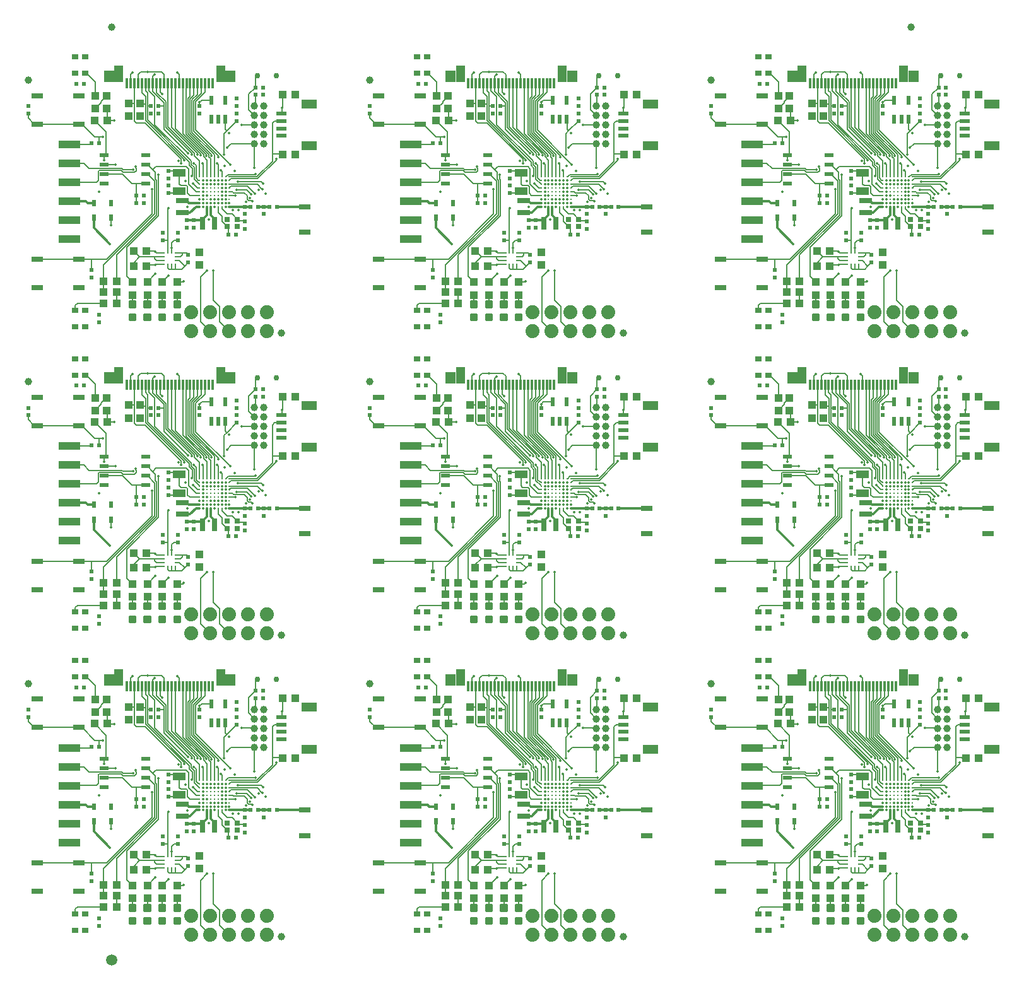
<source format=gtl>
G75*
%MOIN*%
%OFA0B0*%
%FSLAX25Y25*%
%IPPOS*%
%LPD*%
%AMOC8*
5,1,8,0,0,1.08239X$1,22.5*
%
%ADD10R,0.11811X0.03937*%
%ADD11C,0.01000*%
%ADD12R,0.02953X0.02756*%
%ADD13R,0.02362X0.02362*%
%ADD14R,0.07087X0.03937*%
%ADD15R,0.07087X0.03150*%
%ADD16R,0.03150X0.07087*%
%ADD17R,0.06299X0.03150*%
%ADD18C,0.03937*%
%ADD19R,0.03543X0.02598*%
%ADD20R,0.01181X0.05512*%
%ADD21R,0.04921X0.09055*%
%ADD22R,0.05512X0.06299*%
%ADD23R,0.00984X0.01083*%
%ADD24R,0.01083X0.00984*%
%ADD25R,0.03937X0.04331*%
%ADD26R,0.04331X0.03937*%
%ADD27R,0.02480X0.03268*%
%ADD28R,0.02165X0.04724*%
%ADD29R,0.06000X0.03000*%
%ADD30C,0.01181*%
%ADD31R,0.04724X0.02362*%
%ADD32C,0.07400*%
%ADD33R,0.07874X0.04724*%
%ADD34R,0.05315X0.02362*%
%ADD35C,0.05906*%
%ADD36C,0.01387*%
%ADD37C,0.00500*%
%ADD38C,0.01400*%
%ADD39C,0.00600*%
%ADD40C,0.03000*%
%ADD41C,0.01200*%
D10*
X0075341Y0082240D03*
X0075341Y0092240D03*
X0075341Y0102240D03*
X0075341Y0112240D03*
X0075341Y0122240D03*
X0075341Y0132240D03*
X0075341Y0241720D03*
X0075341Y0251720D03*
X0075341Y0261720D03*
X0075341Y0271720D03*
X0075341Y0281720D03*
X0075341Y0291720D03*
X0075341Y0401201D03*
X0075341Y0411201D03*
X0075341Y0421201D03*
X0075341Y0431201D03*
X0075341Y0441201D03*
X0075341Y0451201D03*
X0255821Y0451201D03*
X0255821Y0441201D03*
X0255821Y0431201D03*
X0255821Y0421201D03*
X0255821Y0411201D03*
X0255821Y0401201D03*
X0255821Y0291720D03*
X0255821Y0281720D03*
X0255821Y0271720D03*
X0255821Y0261720D03*
X0255821Y0251720D03*
X0255821Y0241720D03*
X0255821Y0132240D03*
X0255821Y0122240D03*
X0255821Y0112240D03*
X0255821Y0102240D03*
X0255821Y0092240D03*
X0255821Y0082240D03*
X0436301Y0082240D03*
X0436301Y0092240D03*
X0436301Y0102240D03*
X0436301Y0112240D03*
X0436301Y0122240D03*
X0436301Y0132240D03*
X0436301Y0241720D03*
X0436301Y0251720D03*
X0436301Y0261720D03*
X0436301Y0271720D03*
X0436301Y0281720D03*
X0436301Y0291720D03*
X0436301Y0401201D03*
X0436301Y0411201D03*
X0436301Y0421201D03*
X0436301Y0431201D03*
X0436301Y0441201D03*
X0436301Y0451201D03*
D11*
X0505199Y0434075D03*
X0507167Y0434075D03*
X0507167Y0432106D03*
X0505199Y0432106D03*
X0505199Y0430138D03*
X0507167Y0430138D03*
X0507167Y0428169D03*
X0505199Y0428169D03*
X0505199Y0426201D03*
X0507167Y0426201D03*
X0507167Y0424232D03*
X0505199Y0424232D03*
X0505199Y0422264D03*
X0507167Y0422264D03*
X0507167Y0420295D03*
X0505199Y0420295D03*
X0505199Y0418327D03*
X0507167Y0418327D03*
X0509136Y0418327D03*
X0509136Y0420295D03*
X0511104Y0420295D03*
X0511104Y0418327D03*
X0513073Y0418327D03*
X0513073Y0420295D03*
X0515041Y0420295D03*
X0515041Y0418327D03*
X0517010Y0418327D03*
X0517010Y0420295D03*
X0518978Y0420295D03*
X0518978Y0418327D03*
X0520947Y0418327D03*
X0520947Y0420295D03*
X0520947Y0422264D03*
X0520947Y0424232D03*
X0518978Y0424232D03*
X0517010Y0424232D03*
X0517010Y0422264D03*
X0518978Y0422264D03*
X0515041Y0422264D03*
X0513073Y0422264D03*
X0513073Y0424232D03*
X0515041Y0424232D03*
X0515041Y0426201D03*
X0513073Y0426201D03*
X0513073Y0428169D03*
X0515041Y0428169D03*
X0515041Y0430138D03*
X0513073Y0430138D03*
X0513073Y0432106D03*
X0515041Y0432106D03*
X0515041Y0434075D03*
X0513073Y0434075D03*
X0511104Y0434075D03*
X0509136Y0434075D03*
X0509136Y0432106D03*
X0509136Y0430138D03*
X0511104Y0430138D03*
X0511104Y0432106D03*
X0511104Y0428169D03*
X0509136Y0428169D03*
X0509136Y0426201D03*
X0511104Y0426201D03*
X0511104Y0424232D03*
X0509136Y0424232D03*
X0509136Y0422264D03*
X0511104Y0422264D03*
X0517010Y0426201D03*
X0517010Y0428169D03*
X0518978Y0428169D03*
X0518978Y0426201D03*
X0520947Y0426201D03*
X0520947Y0428169D03*
X0520947Y0430138D03*
X0520947Y0432106D03*
X0518978Y0432106D03*
X0517010Y0432106D03*
X0517010Y0430138D03*
X0518978Y0430138D03*
X0518978Y0434075D03*
X0517010Y0434075D03*
X0520947Y0434075D03*
X0340467Y0434075D03*
X0340467Y0432106D03*
X0340467Y0430138D03*
X0340467Y0428169D03*
X0340467Y0426201D03*
X0340467Y0424232D03*
X0340467Y0422264D03*
X0340467Y0420295D03*
X0340467Y0418327D03*
X0338498Y0418327D03*
X0338498Y0420295D03*
X0336530Y0420295D03*
X0336530Y0418327D03*
X0334561Y0418327D03*
X0334561Y0420295D03*
X0332593Y0420295D03*
X0332593Y0418327D03*
X0330624Y0418327D03*
X0330624Y0420295D03*
X0328655Y0420295D03*
X0326687Y0420295D03*
X0326687Y0418327D03*
X0328655Y0418327D03*
X0324718Y0418327D03*
X0324718Y0420295D03*
X0324718Y0422264D03*
X0324718Y0424232D03*
X0324718Y0426201D03*
X0324718Y0428169D03*
X0324718Y0430138D03*
X0324718Y0432106D03*
X0324718Y0434075D03*
X0326687Y0434075D03*
X0328655Y0434075D03*
X0328655Y0432106D03*
X0326687Y0432106D03*
X0326687Y0430138D03*
X0328655Y0430138D03*
X0328655Y0428169D03*
X0326687Y0428169D03*
X0326687Y0426201D03*
X0328655Y0426201D03*
X0328655Y0424232D03*
X0326687Y0424232D03*
X0326687Y0422264D03*
X0328655Y0422264D03*
X0330624Y0422264D03*
X0330624Y0424232D03*
X0332593Y0424232D03*
X0334561Y0424232D03*
X0334561Y0422264D03*
X0332593Y0422264D03*
X0336530Y0422264D03*
X0338498Y0422264D03*
X0338498Y0424232D03*
X0336530Y0424232D03*
X0336530Y0426201D03*
X0338498Y0426201D03*
X0338498Y0428169D03*
X0336530Y0428169D03*
X0336530Y0430138D03*
X0338498Y0430138D03*
X0338498Y0432106D03*
X0336530Y0432106D03*
X0336530Y0434075D03*
X0338498Y0434075D03*
X0334561Y0434075D03*
X0332593Y0434075D03*
X0332593Y0432106D03*
X0334561Y0432106D03*
X0334561Y0430138D03*
X0332593Y0430138D03*
X0332593Y0428169D03*
X0334561Y0428169D03*
X0334561Y0426201D03*
X0332593Y0426201D03*
X0330624Y0426201D03*
X0330624Y0428169D03*
X0330624Y0430138D03*
X0330624Y0432106D03*
X0330624Y0434075D03*
X0159986Y0434075D03*
X0158018Y0434075D03*
X0158018Y0432106D03*
X0159986Y0432106D03*
X0159986Y0430138D03*
X0158018Y0430138D03*
X0158018Y0428169D03*
X0159986Y0428169D03*
X0159986Y0426201D03*
X0158018Y0426201D03*
X0158018Y0424232D03*
X0159986Y0424232D03*
X0159986Y0422264D03*
X0158018Y0422264D03*
X0158018Y0420295D03*
X0159986Y0420295D03*
X0159986Y0418327D03*
X0158018Y0418327D03*
X0156049Y0418327D03*
X0156049Y0420295D03*
X0154081Y0420295D03*
X0154081Y0418327D03*
X0152112Y0418327D03*
X0152112Y0420295D03*
X0150144Y0420295D03*
X0150144Y0418327D03*
X0148175Y0418327D03*
X0148175Y0420295D03*
X0146207Y0420295D03*
X0146207Y0418327D03*
X0144238Y0418327D03*
X0144238Y0420295D03*
X0144238Y0422264D03*
X0144238Y0424232D03*
X0146207Y0424232D03*
X0148175Y0424232D03*
X0148175Y0422264D03*
X0146207Y0422264D03*
X0150144Y0422264D03*
X0152112Y0422264D03*
X0152112Y0424232D03*
X0150144Y0424232D03*
X0150144Y0426201D03*
X0152112Y0426201D03*
X0152112Y0428169D03*
X0150144Y0428169D03*
X0150144Y0430138D03*
X0152112Y0430138D03*
X0152112Y0432106D03*
X0150144Y0432106D03*
X0150144Y0434075D03*
X0152112Y0434075D03*
X0154081Y0434075D03*
X0156049Y0434075D03*
X0156049Y0432106D03*
X0156049Y0430138D03*
X0154081Y0430138D03*
X0154081Y0432106D03*
X0154081Y0428169D03*
X0156049Y0428169D03*
X0156049Y0426201D03*
X0154081Y0426201D03*
X0154081Y0424232D03*
X0156049Y0424232D03*
X0156049Y0422264D03*
X0154081Y0422264D03*
X0148175Y0426201D03*
X0148175Y0428169D03*
X0146207Y0428169D03*
X0146207Y0426201D03*
X0144238Y0426201D03*
X0144238Y0428169D03*
X0144238Y0430138D03*
X0144238Y0432106D03*
X0146207Y0432106D03*
X0148175Y0432106D03*
X0148175Y0430138D03*
X0146207Y0430138D03*
X0146207Y0434075D03*
X0148175Y0434075D03*
X0144238Y0434075D03*
X0144238Y0274594D03*
X0144238Y0272626D03*
X0144238Y0270657D03*
X0144238Y0268689D03*
X0144238Y0266720D03*
X0144238Y0264752D03*
X0144238Y0262783D03*
X0144238Y0260815D03*
X0144238Y0258846D03*
X0146207Y0258846D03*
X0148175Y0258846D03*
X0150144Y0258846D03*
X0152112Y0258846D03*
X0154081Y0258846D03*
X0156049Y0258846D03*
X0158018Y0258846D03*
X0159986Y0258846D03*
X0159986Y0260815D03*
X0158018Y0260815D03*
X0158018Y0262783D03*
X0159986Y0262783D03*
X0159986Y0264752D03*
X0158018Y0264752D03*
X0158018Y0266720D03*
X0159986Y0266720D03*
X0159986Y0268689D03*
X0158018Y0268689D03*
X0158018Y0270657D03*
X0159986Y0270657D03*
X0159986Y0272626D03*
X0158018Y0272626D03*
X0158018Y0274594D03*
X0159986Y0274594D03*
X0156049Y0274594D03*
X0156049Y0272626D03*
X0154081Y0272626D03*
X0154081Y0274594D03*
X0152112Y0274594D03*
X0152112Y0272626D03*
X0150144Y0272626D03*
X0150144Y0274594D03*
X0148175Y0274594D03*
X0148175Y0272626D03*
X0146207Y0272626D03*
X0146207Y0274594D03*
X0146207Y0270657D03*
X0146207Y0268689D03*
X0148175Y0268689D03*
X0148175Y0270657D03*
X0150144Y0270657D03*
X0150144Y0268689D03*
X0152112Y0268689D03*
X0152112Y0270657D03*
X0154081Y0270657D03*
X0154081Y0268689D03*
X0156049Y0268689D03*
X0156049Y0270657D03*
X0156049Y0266720D03*
X0156049Y0264752D03*
X0154081Y0264752D03*
X0154081Y0266720D03*
X0152112Y0266720D03*
X0152112Y0264752D03*
X0150144Y0264752D03*
X0150144Y0266720D03*
X0148175Y0266720D03*
X0148175Y0264752D03*
X0146207Y0264752D03*
X0146207Y0266720D03*
X0146207Y0262783D03*
X0146207Y0260815D03*
X0148175Y0260815D03*
X0148175Y0262783D03*
X0150144Y0262783D03*
X0150144Y0260815D03*
X0152112Y0260815D03*
X0152112Y0262783D03*
X0154081Y0262783D03*
X0154081Y0260815D03*
X0156049Y0260815D03*
X0156049Y0262783D03*
X0324718Y0262783D03*
X0324718Y0260815D03*
X0324718Y0258846D03*
X0326687Y0258846D03*
X0328655Y0258846D03*
X0328655Y0260815D03*
X0326687Y0260815D03*
X0326687Y0262783D03*
X0328655Y0262783D03*
X0328655Y0264752D03*
X0326687Y0264752D03*
X0326687Y0266720D03*
X0328655Y0266720D03*
X0328655Y0268689D03*
X0326687Y0268689D03*
X0326687Y0270657D03*
X0328655Y0270657D03*
X0328655Y0272626D03*
X0326687Y0272626D03*
X0326687Y0274594D03*
X0328655Y0274594D03*
X0330624Y0274594D03*
X0330624Y0272626D03*
X0332593Y0272626D03*
X0334561Y0272626D03*
X0334561Y0274594D03*
X0332593Y0274594D03*
X0336530Y0274594D03*
X0338498Y0274594D03*
X0338498Y0272626D03*
X0336530Y0272626D03*
X0336530Y0270657D03*
X0338498Y0270657D03*
X0338498Y0268689D03*
X0336530Y0268689D03*
X0336530Y0266720D03*
X0338498Y0266720D03*
X0338498Y0264752D03*
X0336530Y0264752D03*
X0336530Y0262783D03*
X0338498Y0262783D03*
X0338498Y0260815D03*
X0336530Y0260815D03*
X0336530Y0258846D03*
X0338498Y0258846D03*
X0340467Y0258846D03*
X0340467Y0260815D03*
X0340467Y0262783D03*
X0340467Y0264752D03*
X0340467Y0266720D03*
X0340467Y0268689D03*
X0340467Y0270657D03*
X0340467Y0272626D03*
X0340467Y0274594D03*
X0334561Y0270657D03*
X0334561Y0268689D03*
X0332593Y0268689D03*
X0332593Y0270657D03*
X0330624Y0270657D03*
X0330624Y0268689D03*
X0330624Y0266720D03*
X0330624Y0264752D03*
X0332593Y0264752D03*
X0334561Y0264752D03*
X0334561Y0266720D03*
X0332593Y0266720D03*
X0332593Y0262783D03*
X0334561Y0262783D03*
X0334561Y0260815D03*
X0332593Y0260815D03*
X0332593Y0258846D03*
X0334561Y0258846D03*
X0330624Y0258846D03*
X0330624Y0260815D03*
X0330624Y0262783D03*
X0324718Y0264752D03*
X0324718Y0266720D03*
X0324718Y0268689D03*
X0324718Y0270657D03*
X0324718Y0272626D03*
X0324718Y0274594D03*
X0505199Y0274594D03*
X0505199Y0272626D03*
X0507167Y0272626D03*
X0507167Y0274594D03*
X0509136Y0274594D03*
X0509136Y0272626D03*
X0511104Y0272626D03*
X0511104Y0274594D03*
X0513073Y0274594D03*
X0513073Y0272626D03*
X0515041Y0272626D03*
X0515041Y0274594D03*
X0517010Y0274594D03*
X0517010Y0272626D03*
X0518978Y0272626D03*
X0518978Y0274594D03*
X0520947Y0274594D03*
X0520947Y0272626D03*
X0520947Y0270657D03*
X0520947Y0268689D03*
X0520947Y0266720D03*
X0520947Y0264752D03*
X0520947Y0262783D03*
X0520947Y0260815D03*
X0520947Y0258846D03*
X0518978Y0258846D03*
X0517010Y0258846D03*
X0515041Y0258846D03*
X0513073Y0258846D03*
X0511104Y0258846D03*
X0509136Y0258846D03*
X0507167Y0258846D03*
X0505199Y0258846D03*
X0505199Y0260815D03*
X0507167Y0260815D03*
X0507167Y0262783D03*
X0505199Y0262783D03*
X0505199Y0264752D03*
X0507167Y0264752D03*
X0507167Y0266720D03*
X0505199Y0266720D03*
X0505199Y0268689D03*
X0507167Y0268689D03*
X0507167Y0270657D03*
X0505199Y0270657D03*
X0509136Y0270657D03*
X0509136Y0268689D03*
X0511104Y0268689D03*
X0511104Y0270657D03*
X0513073Y0270657D03*
X0513073Y0268689D03*
X0515041Y0268689D03*
X0515041Y0270657D03*
X0517010Y0270657D03*
X0517010Y0268689D03*
X0518978Y0268689D03*
X0518978Y0270657D03*
X0518978Y0266720D03*
X0518978Y0264752D03*
X0517010Y0264752D03*
X0517010Y0266720D03*
X0515041Y0266720D03*
X0515041Y0264752D03*
X0513073Y0264752D03*
X0513073Y0266720D03*
X0511104Y0266720D03*
X0511104Y0264752D03*
X0509136Y0264752D03*
X0509136Y0266720D03*
X0509136Y0262783D03*
X0509136Y0260815D03*
X0511104Y0260815D03*
X0511104Y0262783D03*
X0513073Y0262783D03*
X0513073Y0260815D03*
X0515041Y0260815D03*
X0515041Y0262783D03*
X0517010Y0262783D03*
X0517010Y0260815D03*
X0518978Y0260815D03*
X0518978Y0262783D03*
X0518978Y0115114D03*
X0517010Y0115114D03*
X0517010Y0113146D03*
X0518978Y0113146D03*
X0520947Y0113146D03*
X0520947Y0115114D03*
X0520947Y0111177D03*
X0520947Y0109209D03*
X0518978Y0109209D03*
X0518978Y0111177D03*
X0517010Y0111177D03*
X0517010Y0109209D03*
X0515041Y0109209D03*
X0515041Y0111177D03*
X0513073Y0111177D03*
X0513073Y0109209D03*
X0511104Y0109209D03*
X0511104Y0111177D03*
X0509136Y0111177D03*
X0509136Y0109209D03*
X0507167Y0109209D03*
X0507167Y0111177D03*
X0505199Y0111177D03*
X0505199Y0109209D03*
X0505199Y0107240D03*
X0507167Y0107240D03*
X0507167Y0105272D03*
X0505199Y0105272D03*
X0505199Y0103303D03*
X0507167Y0103303D03*
X0507167Y0101335D03*
X0505199Y0101335D03*
X0505199Y0099366D03*
X0507167Y0099366D03*
X0509136Y0099366D03*
X0511104Y0099366D03*
X0511104Y0101335D03*
X0511104Y0103303D03*
X0509136Y0103303D03*
X0509136Y0101335D03*
X0509136Y0105272D03*
X0509136Y0107240D03*
X0511104Y0107240D03*
X0511104Y0105272D03*
X0513073Y0105272D03*
X0513073Y0107240D03*
X0515041Y0107240D03*
X0515041Y0105272D03*
X0517010Y0105272D03*
X0517010Y0107240D03*
X0518978Y0107240D03*
X0518978Y0105272D03*
X0520947Y0105272D03*
X0520947Y0107240D03*
X0520947Y0103303D03*
X0520947Y0101335D03*
X0518978Y0101335D03*
X0518978Y0103303D03*
X0517010Y0103303D03*
X0517010Y0101335D03*
X0515041Y0101335D03*
X0515041Y0103303D03*
X0513073Y0103303D03*
X0513073Y0101335D03*
X0513073Y0099366D03*
X0515041Y0099366D03*
X0517010Y0099366D03*
X0518978Y0099366D03*
X0520947Y0099366D03*
X0515041Y0113146D03*
X0515041Y0115114D03*
X0513073Y0115114D03*
X0513073Y0113146D03*
X0511104Y0113146D03*
X0511104Y0115114D03*
X0509136Y0115114D03*
X0509136Y0113146D03*
X0507167Y0113146D03*
X0507167Y0115114D03*
X0505199Y0115114D03*
X0505199Y0113146D03*
X0340467Y0113146D03*
X0340467Y0115114D03*
X0338498Y0115114D03*
X0338498Y0113146D03*
X0336530Y0113146D03*
X0336530Y0115114D03*
X0334561Y0115114D03*
X0334561Y0113146D03*
X0332593Y0113146D03*
X0332593Y0115114D03*
X0330624Y0115114D03*
X0330624Y0113146D03*
X0328655Y0113146D03*
X0326687Y0113146D03*
X0326687Y0115114D03*
X0328655Y0115114D03*
X0324718Y0115114D03*
X0324718Y0113146D03*
X0324718Y0111177D03*
X0324718Y0109209D03*
X0324718Y0107240D03*
X0324718Y0105272D03*
X0324718Y0103303D03*
X0324718Y0101335D03*
X0324718Y0099366D03*
X0326687Y0099366D03*
X0328655Y0099366D03*
X0328655Y0101335D03*
X0326687Y0101335D03*
X0326687Y0103303D03*
X0328655Y0103303D03*
X0328655Y0105272D03*
X0326687Y0105272D03*
X0326687Y0107240D03*
X0328655Y0107240D03*
X0328655Y0109209D03*
X0326687Y0109209D03*
X0326687Y0111177D03*
X0328655Y0111177D03*
X0330624Y0111177D03*
X0330624Y0109209D03*
X0332593Y0109209D03*
X0334561Y0109209D03*
X0334561Y0111177D03*
X0332593Y0111177D03*
X0336530Y0111177D03*
X0338498Y0111177D03*
X0338498Y0109209D03*
X0336530Y0109209D03*
X0336530Y0107240D03*
X0338498Y0107240D03*
X0338498Y0105272D03*
X0336530Y0105272D03*
X0336530Y0103303D03*
X0338498Y0103303D03*
X0338498Y0101335D03*
X0336530Y0101335D03*
X0336530Y0099366D03*
X0338498Y0099366D03*
X0340467Y0099366D03*
X0340467Y0101335D03*
X0340467Y0103303D03*
X0340467Y0105272D03*
X0340467Y0107240D03*
X0340467Y0109209D03*
X0340467Y0111177D03*
X0334561Y0107240D03*
X0334561Y0105272D03*
X0332593Y0105272D03*
X0332593Y0107240D03*
X0330624Y0107240D03*
X0330624Y0105272D03*
X0330624Y0103303D03*
X0330624Y0101335D03*
X0332593Y0101335D03*
X0334561Y0101335D03*
X0334561Y0103303D03*
X0332593Y0103303D03*
X0332593Y0099366D03*
X0334561Y0099366D03*
X0330624Y0099366D03*
X0159986Y0099366D03*
X0158018Y0099366D03*
X0158018Y0101335D03*
X0158018Y0103303D03*
X0159986Y0103303D03*
X0159986Y0101335D03*
X0159986Y0105272D03*
X0159986Y0107240D03*
X0158018Y0107240D03*
X0158018Y0105272D03*
X0156049Y0105272D03*
X0156049Y0107240D03*
X0154081Y0107240D03*
X0154081Y0105272D03*
X0152112Y0105272D03*
X0152112Y0107240D03*
X0150144Y0107240D03*
X0150144Y0105272D03*
X0148175Y0105272D03*
X0148175Y0107240D03*
X0146207Y0107240D03*
X0146207Y0105272D03*
X0144238Y0105272D03*
X0144238Y0107240D03*
X0144238Y0109209D03*
X0144238Y0111177D03*
X0144238Y0113146D03*
X0144238Y0115114D03*
X0146207Y0115114D03*
X0148175Y0115114D03*
X0148175Y0113146D03*
X0146207Y0113146D03*
X0146207Y0111177D03*
X0148175Y0111177D03*
X0148175Y0109209D03*
X0146207Y0109209D03*
X0150144Y0109209D03*
X0150144Y0111177D03*
X0152112Y0111177D03*
X0152112Y0109209D03*
X0154081Y0109209D03*
X0154081Y0111177D03*
X0156049Y0111177D03*
X0156049Y0109209D03*
X0158018Y0109209D03*
X0158018Y0111177D03*
X0159986Y0111177D03*
X0159986Y0109209D03*
X0159986Y0113146D03*
X0159986Y0115114D03*
X0158018Y0115114D03*
X0158018Y0113146D03*
X0156049Y0113146D03*
X0156049Y0115114D03*
X0154081Y0115114D03*
X0154081Y0113146D03*
X0152112Y0113146D03*
X0152112Y0115114D03*
X0150144Y0115114D03*
X0150144Y0113146D03*
X0150144Y0103303D03*
X0152112Y0103303D03*
X0152112Y0101335D03*
X0150144Y0101335D03*
X0148175Y0101335D03*
X0148175Y0103303D03*
X0146207Y0103303D03*
X0146207Y0101335D03*
X0144238Y0101335D03*
X0144238Y0103303D03*
X0144238Y0099366D03*
X0146207Y0099366D03*
X0148175Y0099366D03*
X0150144Y0099366D03*
X0152112Y0099366D03*
X0154081Y0099366D03*
X0156049Y0099366D03*
X0156049Y0101335D03*
X0156049Y0103303D03*
X0154081Y0103303D03*
X0154081Y0101335D03*
D12*
X0158804Y0092673D03*
X0158804Y0088736D03*
X0164119Y0088736D03*
X0164119Y0092673D03*
X0339284Y0092673D03*
X0339284Y0088736D03*
X0344599Y0088736D03*
X0344599Y0092673D03*
X0519764Y0092673D03*
X0519764Y0088736D03*
X0525079Y0088736D03*
X0525079Y0092673D03*
X0525079Y0248217D03*
X0525079Y0252154D03*
X0519764Y0252154D03*
X0519764Y0248217D03*
X0344599Y0248217D03*
X0344599Y0252154D03*
X0339284Y0252154D03*
X0339284Y0248217D03*
X0164119Y0248217D03*
X0164119Y0252154D03*
X0158804Y0252154D03*
X0158804Y0248217D03*
X0158804Y0407697D03*
X0158804Y0411634D03*
X0164119Y0411634D03*
X0164119Y0407697D03*
X0339284Y0407697D03*
X0339284Y0411634D03*
X0344599Y0411634D03*
X0344599Y0407697D03*
X0519764Y0407697D03*
X0519764Y0411634D03*
X0525079Y0411634D03*
X0525079Y0407697D03*
D13*
X0524490Y0403660D03*
X0520553Y0403660D03*
X0529215Y0406516D03*
X0529215Y0410453D03*
X0529215Y0414390D03*
X0529215Y0418327D03*
X0532212Y0418327D03*
X0536149Y0418327D03*
X0539181Y0418327D03*
X0542212Y0418327D03*
X0546149Y0418327D03*
X0539181Y0414390D03*
X0502246Y0411240D03*
X0498506Y0411240D03*
X0498506Y0407303D03*
X0502246Y0407303D03*
X0493711Y0404429D03*
X0493711Y0400492D03*
X0485711Y0400461D03*
X0485711Y0404398D03*
X0499293Y0392736D03*
X0499293Y0388799D03*
X0475671Y0420295D03*
X0471734Y0420295D03*
X0471734Y0424232D03*
X0475671Y0424232D03*
X0488663Y0425413D03*
X0488663Y0429350D03*
X0488663Y0433287D03*
X0488663Y0437224D03*
X0452049Y0451791D03*
X0448112Y0451791D03*
X0479608Y0467539D03*
X0483545Y0467539D03*
X0483545Y0471476D03*
X0479608Y0471476D03*
X0505199Y0471476D03*
X0505199Y0467539D03*
X0524884Y0467539D03*
X0524884Y0463602D03*
X0524884Y0471476D03*
X0524884Y0475413D03*
X0534726Y0477382D03*
X0534726Y0481319D03*
X0538663Y0481319D03*
X0538663Y0477382D03*
X0444175Y0483287D03*
X0440238Y0483287D03*
X0414648Y0471476D03*
X0414648Y0467539D03*
X0358183Y0477382D03*
X0358183Y0481319D03*
X0354246Y0481319D03*
X0354246Y0477382D03*
X0344404Y0475413D03*
X0344404Y0471476D03*
X0344404Y0467539D03*
X0344404Y0463602D03*
X0324718Y0467539D03*
X0324718Y0471476D03*
X0303065Y0471476D03*
X0303065Y0467539D03*
X0299128Y0467539D03*
X0299128Y0471476D03*
X0271569Y0451791D03*
X0267632Y0451791D03*
X0291254Y0424232D03*
X0291254Y0420295D03*
X0295191Y0420295D03*
X0295191Y0424232D03*
X0308183Y0425413D03*
X0308183Y0429350D03*
X0308183Y0433287D03*
X0308183Y0437224D03*
X0318026Y0411240D03*
X0321766Y0411240D03*
X0321766Y0407303D03*
X0318026Y0407303D03*
X0313230Y0404429D03*
X0313230Y0400492D03*
X0305230Y0400461D03*
X0305230Y0404398D03*
X0318813Y0392736D03*
X0318813Y0388799D03*
X0340073Y0403660D03*
X0344010Y0403660D03*
X0348734Y0406516D03*
X0348734Y0410453D03*
X0348734Y0414390D03*
X0348734Y0418327D03*
X0351732Y0418327D03*
X0355669Y0418327D03*
X0358700Y0418327D03*
X0361732Y0418327D03*
X0365669Y0418327D03*
X0358700Y0414390D03*
X0271569Y0361240D03*
X0271569Y0357303D03*
X0267632Y0380925D03*
X0267632Y0384862D03*
X0263695Y0323807D03*
X0259758Y0323807D03*
X0234167Y0311996D03*
X0234167Y0308059D03*
X0267632Y0292311D03*
X0271569Y0292311D03*
X0299128Y0308059D03*
X0303065Y0308059D03*
X0303065Y0311996D03*
X0299128Y0311996D03*
X0324718Y0311996D03*
X0324718Y0308059D03*
X0344404Y0308059D03*
X0344404Y0304122D03*
X0344404Y0311996D03*
X0344404Y0315933D03*
X0354246Y0317902D03*
X0354246Y0321839D03*
X0358183Y0321839D03*
X0358183Y0317902D03*
X0308183Y0277744D03*
X0308183Y0273807D03*
X0308183Y0269870D03*
X0308183Y0265933D03*
X0295191Y0264752D03*
X0295191Y0260815D03*
X0291254Y0260815D03*
X0291254Y0264752D03*
X0318026Y0251760D03*
X0321766Y0251760D03*
X0321766Y0247823D03*
X0318026Y0247823D03*
X0313230Y0244949D03*
X0313230Y0241012D03*
X0305230Y0240980D03*
X0305230Y0244917D03*
X0318813Y0233256D03*
X0318813Y0229319D03*
X0340073Y0244180D03*
X0344010Y0244180D03*
X0348734Y0247035D03*
X0348734Y0250972D03*
X0348734Y0254909D03*
X0348734Y0258846D03*
X0351732Y0258846D03*
X0355669Y0258846D03*
X0358700Y0258846D03*
X0361732Y0258846D03*
X0365669Y0258846D03*
X0358700Y0254909D03*
X0414648Y0308059D03*
X0414648Y0311996D03*
X0440238Y0323807D03*
X0444175Y0323807D03*
X0479608Y0311996D03*
X0479608Y0308059D03*
X0483545Y0308059D03*
X0483545Y0311996D03*
X0505199Y0311996D03*
X0505199Y0308059D03*
X0524884Y0308059D03*
X0524884Y0304122D03*
X0524884Y0311996D03*
X0524884Y0315933D03*
X0534726Y0317902D03*
X0534726Y0321839D03*
X0538663Y0321839D03*
X0538663Y0317902D03*
X0488663Y0277744D03*
X0488663Y0273807D03*
X0488663Y0269870D03*
X0488663Y0265933D03*
X0475671Y0264752D03*
X0471734Y0264752D03*
X0471734Y0260815D03*
X0475671Y0260815D03*
X0485711Y0244917D03*
X0485711Y0240980D03*
X0493711Y0241012D03*
X0493711Y0244949D03*
X0498506Y0247823D03*
X0502246Y0247823D03*
X0502246Y0251760D03*
X0498506Y0251760D03*
X0520553Y0244180D03*
X0524490Y0244180D03*
X0529215Y0247035D03*
X0529215Y0250972D03*
X0529215Y0254909D03*
X0529215Y0258846D03*
X0532212Y0258846D03*
X0536149Y0258846D03*
X0539181Y0258846D03*
X0542212Y0258846D03*
X0546149Y0258846D03*
X0539181Y0254909D03*
X0499293Y0233256D03*
X0499293Y0229319D03*
X0452049Y0201760D03*
X0452049Y0197823D03*
X0448112Y0221445D03*
X0448112Y0225382D03*
X0444175Y0164327D03*
X0440238Y0164327D03*
X0414648Y0152516D03*
X0414648Y0148579D03*
X0448112Y0132831D03*
X0452049Y0132831D03*
X0479608Y0148579D03*
X0479608Y0152516D03*
X0483545Y0152516D03*
X0483545Y0148579D03*
X0505199Y0148579D03*
X0505199Y0152516D03*
X0524884Y0152516D03*
X0524884Y0156453D03*
X0524884Y0148579D03*
X0524884Y0144642D03*
X0534726Y0158421D03*
X0534726Y0162358D03*
X0538663Y0162358D03*
X0538663Y0158421D03*
X0488663Y0118264D03*
X0488663Y0114327D03*
X0488663Y0110390D03*
X0488663Y0106453D03*
X0475671Y0105272D03*
X0471734Y0105272D03*
X0471734Y0101335D03*
X0475671Y0101335D03*
X0485711Y0085437D03*
X0485711Y0081500D03*
X0493711Y0081531D03*
X0493711Y0085469D03*
X0498506Y0088343D03*
X0502246Y0088343D03*
X0502246Y0092280D03*
X0498506Y0092280D03*
X0520553Y0084699D03*
X0524490Y0084699D03*
X0529215Y0087555D03*
X0529215Y0091492D03*
X0529215Y0095429D03*
X0529215Y0099366D03*
X0532212Y0099366D03*
X0536149Y0099366D03*
X0539181Y0099366D03*
X0542212Y0099366D03*
X0546149Y0099366D03*
X0539181Y0095429D03*
X0499293Y0073776D03*
X0499293Y0069839D03*
X0452049Y0042280D03*
X0452049Y0038343D03*
X0448112Y0061965D03*
X0448112Y0065902D03*
X0365669Y0099366D03*
X0361732Y0099366D03*
X0358700Y0099366D03*
X0355669Y0099366D03*
X0351732Y0099366D03*
X0348734Y0099366D03*
X0348734Y0095429D03*
X0348734Y0091492D03*
X0348734Y0087555D03*
X0344010Y0084699D03*
X0340073Y0084699D03*
X0358700Y0095429D03*
X0321766Y0092280D03*
X0318026Y0092280D03*
X0318026Y0088343D03*
X0321766Y0088343D03*
X0313230Y0085469D03*
X0313230Y0081531D03*
X0305230Y0081500D03*
X0305230Y0085437D03*
X0295191Y0101335D03*
X0295191Y0105272D03*
X0291254Y0105272D03*
X0291254Y0101335D03*
X0308183Y0106453D03*
X0308183Y0110390D03*
X0308183Y0114327D03*
X0308183Y0118264D03*
X0303065Y0148579D03*
X0303065Y0152516D03*
X0299128Y0152516D03*
X0299128Y0148579D03*
X0324718Y0148579D03*
X0324718Y0152516D03*
X0344404Y0152516D03*
X0344404Y0156453D03*
X0344404Y0148579D03*
X0344404Y0144642D03*
X0354246Y0158421D03*
X0358183Y0158421D03*
X0358183Y0162358D03*
X0354246Y0162358D03*
X0271569Y0132831D03*
X0267632Y0132831D03*
X0234167Y0148579D03*
X0234167Y0152516D03*
X0259758Y0164327D03*
X0263695Y0164327D03*
X0271569Y0197823D03*
X0271569Y0201760D03*
X0267632Y0221445D03*
X0267632Y0225382D03*
X0185189Y0258846D03*
X0181252Y0258846D03*
X0178220Y0258846D03*
X0175189Y0258846D03*
X0171252Y0258846D03*
X0168254Y0258846D03*
X0168254Y0254909D03*
X0168254Y0250972D03*
X0168254Y0247035D03*
X0163530Y0244180D03*
X0159593Y0244180D03*
X0178220Y0254909D03*
X0141285Y0251760D03*
X0137545Y0251760D03*
X0137545Y0247823D03*
X0141285Y0247823D03*
X0132750Y0244949D03*
X0132750Y0241012D03*
X0124750Y0240980D03*
X0124750Y0244917D03*
X0138333Y0233256D03*
X0138333Y0229319D03*
X0114711Y0260815D03*
X0114711Y0264752D03*
X0110774Y0264752D03*
X0110774Y0260815D03*
X0127703Y0265933D03*
X0127703Y0269870D03*
X0127703Y0273807D03*
X0127703Y0277744D03*
X0122585Y0308059D03*
X0122585Y0311996D03*
X0118648Y0311996D03*
X0118648Y0308059D03*
X0144238Y0308059D03*
X0144238Y0311996D03*
X0163923Y0311996D03*
X0163923Y0308059D03*
X0163923Y0304122D03*
X0163923Y0315933D03*
X0173766Y0317902D03*
X0173766Y0321839D03*
X0177703Y0321839D03*
X0177703Y0317902D03*
X0091089Y0292311D03*
X0087152Y0292311D03*
X0053687Y0308059D03*
X0053687Y0311996D03*
X0079278Y0323807D03*
X0083215Y0323807D03*
X0091089Y0357303D03*
X0091089Y0361240D03*
X0087152Y0380925D03*
X0087152Y0384862D03*
X0124750Y0400461D03*
X0124750Y0404398D03*
X0132750Y0404429D03*
X0132750Y0400492D03*
X0137545Y0407303D03*
X0141285Y0407303D03*
X0141285Y0411240D03*
X0137545Y0411240D03*
X0127703Y0425413D03*
X0127703Y0429350D03*
X0127703Y0433287D03*
X0127703Y0437224D03*
X0114711Y0424232D03*
X0114711Y0420295D03*
X0110774Y0420295D03*
X0110774Y0424232D03*
X0091089Y0451791D03*
X0087152Y0451791D03*
X0118648Y0467539D03*
X0122585Y0467539D03*
X0122585Y0471476D03*
X0118648Y0471476D03*
X0144238Y0471476D03*
X0144238Y0467539D03*
X0163923Y0467539D03*
X0163923Y0463602D03*
X0163923Y0471476D03*
X0163923Y0475413D03*
X0173766Y0477382D03*
X0177703Y0477382D03*
X0177703Y0481319D03*
X0173766Y0481319D03*
X0234167Y0471476D03*
X0234167Y0467539D03*
X0259758Y0483287D03*
X0263695Y0483287D03*
X0185189Y0418327D03*
X0181252Y0418327D03*
X0178220Y0418327D03*
X0175189Y0418327D03*
X0171252Y0418327D03*
X0168254Y0418327D03*
X0168254Y0414390D03*
X0168254Y0410453D03*
X0168254Y0406516D03*
X0163530Y0403660D03*
X0159593Y0403660D03*
X0178220Y0414390D03*
X0138333Y0392736D03*
X0138333Y0388799D03*
X0053687Y0467539D03*
X0053687Y0471476D03*
X0079278Y0483287D03*
X0083215Y0483287D03*
X0087152Y0225382D03*
X0087152Y0221445D03*
X0091089Y0201760D03*
X0091089Y0197823D03*
X0083215Y0164327D03*
X0079278Y0164327D03*
X0053687Y0152516D03*
X0053687Y0148579D03*
X0087152Y0132831D03*
X0091089Y0132831D03*
X0118648Y0148579D03*
X0122585Y0148579D03*
X0122585Y0152516D03*
X0118648Y0152516D03*
X0144238Y0152516D03*
X0144238Y0148579D03*
X0163923Y0148579D03*
X0163923Y0152516D03*
X0163923Y0156453D03*
X0173766Y0158421D03*
X0177703Y0158421D03*
X0177703Y0162358D03*
X0173766Y0162358D03*
X0163923Y0144642D03*
X0127703Y0118264D03*
X0127703Y0114327D03*
X0127703Y0110390D03*
X0127703Y0106453D03*
X0114711Y0105272D03*
X0114711Y0101335D03*
X0110774Y0101335D03*
X0110774Y0105272D03*
X0124750Y0085437D03*
X0124750Y0081500D03*
X0132750Y0081531D03*
X0132750Y0085469D03*
X0137545Y0088343D03*
X0141285Y0088343D03*
X0141285Y0092280D03*
X0137545Y0092280D03*
X0138333Y0073776D03*
X0138333Y0069839D03*
X0159593Y0084699D03*
X0163530Y0084699D03*
X0168254Y0087555D03*
X0168254Y0091492D03*
X0168254Y0095429D03*
X0168254Y0099366D03*
X0171252Y0099366D03*
X0175189Y0099366D03*
X0178220Y0099366D03*
X0181252Y0099366D03*
X0185189Y0099366D03*
X0178220Y0095429D03*
X0091089Y0042280D03*
X0091089Y0038343D03*
X0087152Y0061965D03*
X0087152Y0065902D03*
X0267632Y0065902D03*
X0267632Y0061965D03*
X0271569Y0042280D03*
X0271569Y0038343D03*
X0318813Y0069839D03*
X0318813Y0073776D03*
X0448112Y0292311D03*
X0452049Y0292311D03*
X0452049Y0357303D03*
X0452049Y0361240D03*
X0448112Y0380925D03*
X0448112Y0384862D03*
D14*
X0494569Y0426398D03*
X0494569Y0436240D03*
X0314089Y0436240D03*
X0314089Y0426398D03*
X0133608Y0426398D03*
X0133608Y0436240D03*
X0133608Y0276760D03*
X0133608Y0266917D03*
X0314089Y0266917D03*
X0314089Y0276760D03*
X0494569Y0276760D03*
X0494569Y0266917D03*
X0494569Y0117280D03*
X0494569Y0107437D03*
X0314089Y0107437D03*
X0314089Y0117280D03*
X0133608Y0117280D03*
X0133608Y0107437D03*
D15*
X0135183Y0102516D03*
X0135183Y0096217D03*
X0315663Y0096217D03*
X0315663Y0102516D03*
X0496144Y0102516D03*
X0496144Y0096217D03*
X0496144Y0255697D03*
X0496144Y0261996D03*
X0315663Y0261996D03*
X0315663Y0255697D03*
X0135183Y0255697D03*
X0135183Y0261996D03*
X0135183Y0415177D03*
X0135183Y0421476D03*
X0315663Y0421476D03*
X0315663Y0415177D03*
X0496144Y0415177D03*
X0496144Y0421476D03*
D16*
X0506774Y0409665D03*
X0513073Y0409665D03*
X0332593Y0409665D03*
X0326293Y0409665D03*
X0152112Y0409665D03*
X0145813Y0409665D03*
X0145813Y0250185D03*
X0152112Y0250185D03*
X0326293Y0250185D03*
X0332593Y0250185D03*
X0506774Y0250185D03*
X0513073Y0250185D03*
X0513073Y0090705D03*
X0506774Y0090705D03*
X0332593Y0090705D03*
X0326293Y0090705D03*
X0152112Y0090705D03*
X0145813Y0090705D03*
D17*
X0199860Y0085980D03*
X0199860Y0099366D03*
X0380341Y0099366D03*
X0380341Y0085980D03*
X0560821Y0085980D03*
X0560821Y0099366D03*
X0560821Y0245461D03*
X0560821Y0258846D03*
X0560821Y0404941D03*
X0560821Y0418327D03*
X0380341Y0418327D03*
X0380341Y0404941D03*
X0199860Y0404941D03*
X0199860Y0418327D03*
X0199860Y0258846D03*
X0199860Y0245461D03*
X0380341Y0245461D03*
X0380341Y0258846D03*
D18*
X0358715Y0292154D03*
X0358715Y0297154D03*
X0358715Y0302154D03*
X0358715Y0307154D03*
X0358715Y0312154D03*
X0353715Y0312154D03*
X0353715Y0307154D03*
X0353715Y0302154D03*
X0353715Y0297154D03*
X0353715Y0292154D03*
X0414648Y0325776D03*
X0368026Y0351398D03*
X0358715Y0451634D03*
X0358715Y0456634D03*
X0358715Y0461634D03*
X0358715Y0466634D03*
X0358715Y0471634D03*
X0353715Y0471634D03*
X0353715Y0466634D03*
X0353715Y0461634D03*
X0353715Y0456634D03*
X0353715Y0451634D03*
X0414648Y0485256D03*
X0520191Y0513191D03*
X0534195Y0471634D03*
X0539195Y0471634D03*
X0539195Y0466634D03*
X0534195Y0466634D03*
X0534195Y0461634D03*
X0539195Y0461634D03*
X0539195Y0456634D03*
X0534195Y0456634D03*
X0534195Y0451634D03*
X0539195Y0451634D03*
X0548506Y0351398D03*
X0539195Y0312154D03*
X0534195Y0312154D03*
X0534195Y0307154D03*
X0539195Y0307154D03*
X0539195Y0302154D03*
X0534195Y0302154D03*
X0534195Y0297154D03*
X0539195Y0297154D03*
X0539195Y0292154D03*
X0534195Y0292154D03*
X0548506Y0191917D03*
X0539195Y0152673D03*
X0539195Y0147673D03*
X0539195Y0142673D03*
X0539195Y0137673D03*
X0539195Y0132673D03*
X0534195Y0132673D03*
X0534195Y0137673D03*
X0534195Y0142673D03*
X0534195Y0147673D03*
X0534195Y0152673D03*
X0414648Y0166295D03*
X0368026Y0191917D03*
X0358715Y0152673D03*
X0358715Y0147673D03*
X0358715Y0142673D03*
X0358715Y0137673D03*
X0358715Y0132673D03*
X0353715Y0132673D03*
X0353715Y0137673D03*
X0353715Y0142673D03*
X0353715Y0147673D03*
X0353715Y0152673D03*
X0234167Y0166295D03*
X0187545Y0191917D03*
X0178234Y0152673D03*
X0173234Y0152673D03*
X0173234Y0147673D03*
X0173234Y0142673D03*
X0173234Y0137673D03*
X0173234Y0132673D03*
X0178234Y0132673D03*
X0178234Y0137673D03*
X0178234Y0142673D03*
X0178234Y0147673D03*
X0053687Y0166295D03*
X0173234Y0292154D03*
X0173234Y0297154D03*
X0173234Y0302154D03*
X0173234Y0307154D03*
X0173234Y0312154D03*
X0178234Y0312154D03*
X0178234Y0307154D03*
X0178234Y0302154D03*
X0178234Y0297154D03*
X0178234Y0292154D03*
X0234167Y0325776D03*
X0187545Y0351398D03*
X0178234Y0451634D03*
X0173234Y0451634D03*
X0173234Y0456634D03*
X0173234Y0461634D03*
X0173234Y0466634D03*
X0173234Y0471634D03*
X0178234Y0471634D03*
X0178234Y0466634D03*
X0178234Y0461634D03*
X0178234Y0456634D03*
X0234167Y0485256D03*
X0097750Y0513191D03*
X0053687Y0485256D03*
X0053687Y0325776D03*
X0187545Y0032437D03*
X0368026Y0032437D03*
X0548506Y0032437D03*
D19*
X0444864Y0036000D03*
X0439549Y0036000D03*
X0439549Y0044622D03*
X0444864Y0044622D03*
X0444864Y0169858D03*
X0439549Y0169858D03*
X0439549Y0178480D03*
X0444864Y0178480D03*
X0444864Y0195480D03*
X0439549Y0195480D03*
X0439549Y0204102D03*
X0444864Y0204102D03*
X0444864Y0329339D03*
X0439549Y0329339D03*
X0439549Y0337961D03*
X0444864Y0337961D03*
X0444864Y0354961D03*
X0439549Y0354961D03*
X0439549Y0363583D03*
X0444864Y0363583D03*
X0444864Y0488819D03*
X0439549Y0488819D03*
X0439549Y0497441D03*
X0444864Y0497441D03*
X0264384Y0497441D03*
X0259069Y0497441D03*
X0259069Y0488819D03*
X0264384Y0488819D03*
X0264384Y0363583D03*
X0259069Y0363583D03*
X0259069Y0354961D03*
X0264384Y0354961D03*
X0264384Y0337961D03*
X0259069Y0337961D03*
X0259069Y0329339D03*
X0264384Y0329339D03*
X0264384Y0204102D03*
X0259069Y0204102D03*
X0259069Y0195480D03*
X0264384Y0195480D03*
X0264384Y0178480D03*
X0259069Y0178480D03*
X0259069Y0169858D03*
X0264384Y0169858D03*
X0264384Y0044622D03*
X0259069Y0044622D03*
X0259069Y0036000D03*
X0264384Y0036000D03*
X0083904Y0036000D03*
X0078589Y0036000D03*
X0078589Y0044622D03*
X0083904Y0044622D03*
X0083904Y0169858D03*
X0078589Y0169858D03*
X0078589Y0178480D03*
X0083904Y0178480D03*
X0083904Y0195480D03*
X0078589Y0195480D03*
X0078589Y0204102D03*
X0083904Y0204102D03*
X0083904Y0329339D03*
X0078589Y0329339D03*
X0078589Y0337961D03*
X0083904Y0337961D03*
X0083904Y0354961D03*
X0078589Y0354961D03*
X0078589Y0363583D03*
X0083904Y0363583D03*
X0083904Y0488819D03*
X0078589Y0488819D03*
X0078589Y0497441D03*
X0083904Y0497441D03*
D20*
X0105852Y0483681D03*
X0107821Y0483681D03*
X0109789Y0483681D03*
X0111758Y0483681D03*
X0113726Y0483681D03*
X0115695Y0483681D03*
X0117663Y0483681D03*
X0119632Y0483681D03*
X0121600Y0483681D03*
X0123569Y0483681D03*
X0125537Y0483681D03*
X0127506Y0483681D03*
X0129474Y0483681D03*
X0131443Y0483681D03*
X0133411Y0483681D03*
X0135380Y0483681D03*
X0137348Y0483681D03*
X0139317Y0483681D03*
X0141285Y0483681D03*
X0143254Y0483681D03*
X0145222Y0483681D03*
X0147191Y0483681D03*
X0149159Y0483681D03*
X0151128Y0483681D03*
X0286333Y0483681D03*
X0288301Y0483681D03*
X0290270Y0483681D03*
X0292238Y0483681D03*
X0294207Y0483681D03*
X0296175Y0483681D03*
X0298144Y0483681D03*
X0300112Y0483681D03*
X0302081Y0483681D03*
X0304049Y0483681D03*
X0306018Y0483681D03*
X0307986Y0483681D03*
X0309955Y0483681D03*
X0311923Y0483681D03*
X0313892Y0483681D03*
X0315860Y0483681D03*
X0317829Y0483681D03*
X0319797Y0483681D03*
X0321766Y0483681D03*
X0323734Y0483681D03*
X0325703Y0483681D03*
X0327671Y0483681D03*
X0329640Y0483681D03*
X0331608Y0483681D03*
X0466813Y0483681D03*
X0468781Y0483681D03*
X0470750Y0483681D03*
X0472718Y0483681D03*
X0474687Y0483681D03*
X0476655Y0483681D03*
X0478624Y0483681D03*
X0480592Y0483681D03*
X0482561Y0483681D03*
X0484530Y0483681D03*
X0486498Y0483681D03*
X0488467Y0483681D03*
X0490435Y0483681D03*
X0492404Y0483681D03*
X0494372Y0483681D03*
X0496341Y0483681D03*
X0498309Y0483681D03*
X0500278Y0483681D03*
X0502246Y0483681D03*
X0504215Y0483681D03*
X0506183Y0483681D03*
X0508152Y0483681D03*
X0510120Y0483681D03*
X0512089Y0483681D03*
X0512089Y0324201D03*
X0510120Y0324201D03*
X0508152Y0324201D03*
X0506183Y0324201D03*
X0504215Y0324201D03*
X0502246Y0324201D03*
X0500278Y0324201D03*
X0498309Y0324201D03*
X0496341Y0324201D03*
X0494372Y0324201D03*
X0492404Y0324201D03*
X0490435Y0324201D03*
X0488467Y0324201D03*
X0486498Y0324201D03*
X0484530Y0324201D03*
X0482561Y0324201D03*
X0480592Y0324201D03*
X0478624Y0324201D03*
X0476655Y0324201D03*
X0474687Y0324201D03*
X0472718Y0324201D03*
X0470750Y0324201D03*
X0468781Y0324201D03*
X0466813Y0324201D03*
X0331608Y0324201D03*
X0329640Y0324201D03*
X0327671Y0324201D03*
X0325703Y0324201D03*
X0323734Y0324201D03*
X0321766Y0324201D03*
X0319797Y0324201D03*
X0317829Y0324201D03*
X0315860Y0324201D03*
X0313892Y0324201D03*
X0311923Y0324201D03*
X0309955Y0324201D03*
X0307986Y0324201D03*
X0306018Y0324201D03*
X0304049Y0324201D03*
X0302081Y0324201D03*
X0300112Y0324201D03*
X0298144Y0324201D03*
X0296175Y0324201D03*
X0294207Y0324201D03*
X0292238Y0324201D03*
X0290270Y0324201D03*
X0288301Y0324201D03*
X0286333Y0324201D03*
X0151128Y0324201D03*
X0149159Y0324201D03*
X0147191Y0324201D03*
X0145222Y0324201D03*
X0143254Y0324201D03*
X0141285Y0324201D03*
X0139317Y0324201D03*
X0137348Y0324201D03*
X0135380Y0324201D03*
X0133411Y0324201D03*
X0131443Y0324201D03*
X0129474Y0324201D03*
X0127506Y0324201D03*
X0125537Y0324201D03*
X0123569Y0324201D03*
X0121600Y0324201D03*
X0119632Y0324201D03*
X0117663Y0324201D03*
X0115695Y0324201D03*
X0113726Y0324201D03*
X0111758Y0324201D03*
X0109789Y0324201D03*
X0107821Y0324201D03*
X0105852Y0324201D03*
X0105852Y0164720D03*
X0107821Y0164720D03*
X0109789Y0164720D03*
X0111758Y0164720D03*
X0113726Y0164720D03*
X0115695Y0164720D03*
X0117663Y0164720D03*
X0119632Y0164720D03*
X0121600Y0164720D03*
X0123569Y0164720D03*
X0125537Y0164720D03*
X0127506Y0164720D03*
X0129474Y0164720D03*
X0131443Y0164720D03*
X0133411Y0164720D03*
X0135380Y0164720D03*
X0137348Y0164720D03*
X0139317Y0164720D03*
X0141285Y0164720D03*
X0143254Y0164720D03*
X0145222Y0164720D03*
X0147191Y0164720D03*
X0149159Y0164720D03*
X0151128Y0164720D03*
X0286333Y0164720D03*
X0288301Y0164720D03*
X0290270Y0164720D03*
X0292238Y0164720D03*
X0294207Y0164720D03*
X0296175Y0164720D03*
X0298144Y0164720D03*
X0300112Y0164720D03*
X0302081Y0164720D03*
X0304049Y0164720D03*
X0306018Y0164720D03*
X0307986Y0164720D03*
X0309955Y0164720D03*
X0311923Y0164720D03*
X0313892Y0164720D03*
X0315860Y0164720D03*
X0317829Y0164720D03*
X0319797Y0164720D03*
X0321766Y0164720D03*
X0323734Y0164720D03*
X0325703Y0164720D03*
X0327671Y0164720D03*
X0329640Y0164720D03*
X0331608Y0164720D03*
X0466813Y0164720D03*
X0468781Y0164720D03*
X0470750Y0164720D03*
X0472718Y0164720D03*
X0474687Y0164720D03*
X0476655Y0164720D03*
X0478624Y0164720D03*
X0480592Y0164720D03*
X0482561Y0164720D03*
X0484530Y0164720D03*
X0486498Y0164720D03*
X0488467Y0164720D03*
X0490435Y0164720D03*
X0492404Y0164720D03*
X0494372Y0164720D03*
X0496341Y0164720D03*
X0498309Y0164720D03*
X0500278Y0164720D03*
X0502246Y0164720D03*
X0504215Y0164720D03*
X0506183Y0164720D03*
X0508152Y0164720D03*
X0510120Y0164720D03*
X0512089Y0164720D03*
D21*
X0516321Y0169642D03*
X0462581Y0169642D03*
X0335841Y0169642D03*
X0282100Y0169642D03*
X0155360Y0169642D03*
X0101620Y0169642D03*
X0101620Y0329122D03*
X0155360Y0329122D03*
X0282100Y0329122D03*
X0335841Y0329122D03*
X0462581Y0329122D03*
X0516321Y0329122D03*
X0516321Y0488602D03*
X0462581Y0488602D03*
X0335841Y0488602D03*
X0282100Y0488602D03*
X0155360Y0488602D03*
X0101620Y0488602D03*
D22*
X0096404Y0487224D03*
X0160577Y0487224D03*
X0276884Y0487224D03*
X0341057Y0487224D03*
X0457364Y0487224D03*
X0521537Y0487224D03*
X0521537Y0327744D03*
X0457364Y0327744D03*
X0341057Y0327744D03*
X0276884Y0327744D03*
X0160577Y0327744D03*
X0096404Y0327744D03*
X0096404Y0168264D03*
X0160577Y0168264D03*
X0276884Y0168264D03*
X0341057Y0168264D03*
X0457364Y0168264D03*
X0521537Y0168264D03*
D23*
X0490435Y0228335D03*
X0488467Y0228335D03*
X0488467Y0234240D03*
X0490435Y0234240D03*
X0309955Y0234240D03*
X0307986Y0234240D03*
X0307986Y0228335D03*
X0309955Y0228335D03*
X0129474Y0228335D03*
X0127506Y0228335D03*
X0127506Y0234240D03*
X0129474Y0234240D03*
X0129474Y0387815D03*
X0127506Y0387815D03*
X0127506Y0393720D03*
X0129474Y0393720D03*
X0307986Y0393720D03*
X0309955Y0393720D03*
X0309955Y0387815D03*
X0307986Y0387815D03*
X0488467Y0387815D03*
X0490435Y0387815D03*
X0490435Y0393720D03*
X0488467Y0393720D03*
X0488467Y0074760D03*
X0490435Y0074760D03*
X0490435Y0068854D03*
X0488467Y0068854D03*
X0309955Y0068854D03*
X0307986Y0068854D03*
X0307986Y0074760D03*
X0309955Y0074760D03*
X0129474Y0074760D03*
X0127506Y0074760D03*
X0127506Y0068854D03*
X0129474Y0068854D03*
D24*
X0131443Y0068854D03*
X0131443Y0070823D03*
X0131443Y0072791D03*
X0131443Y0074760D03*
X0125537Y0074760D03*
X0125537Y0072791D03*
X0125537Y0070823D03*
X0125537Y0068854D03*
X0306018Y0068854D03*
X0306018Y0070823D03*
X0306018Y0072791D03*
X0306018Y0074760D03*
X0311923Y0074760D03*
X0311923Y0072791D03*
X0311923Y0070823D03*
X0311923Y0068854D03*
X0486498Y0068854D03*
X0486498Y0070823D03*
X0486498Y0072791D03*
X0486498Y0074760D03*
X0492404Y0074760D03*
X0492404Y0072791D03*
X0492404Y0070823D03*
X0492404Y0068854D03*
X0492404Y0228335D03*
X0492404Y0230303D03*
X0492404Y0232272D03*
X0492404Y0234240D03*
X0486498Y0234240D03*
X0486498Y0232272D03*
X0486498Y0230303D03*
X0486498Y0228335D03*
X0311923Y0228335D03*
X0311923Y0230303D03*
X0311923Y0232272D03*
X0311923Y0234240D03*
X0306018Y0234240D03*
X0306018Y0232272D03*
X0306018Y0230303D03*
X0306018Y0228335D03*
X0131443Y0228335D03*
X0131443Y0230303D03*
X0131443Y0232272D03*
X0131443Y0234240D03*
X0125537Y0234240D03*
X0125537Y0232272D03*
X0125537Y0230303D03*
X0125537Y0228335D03*
X0125537Y0387815D03*
X0125537Y0389783D03*
X0125537Y0391752D03*
X0125537Y0393720D03*
X0131443Y0393720D03*
X0131443Y0391752D03*
X0131443Y0389783D03*
X0131443Y0387815D03*
X0306018Y0387815D03*
X0306018Y0389783D03*
X0306018Y0391752D03*
X0306018Y0393720D03*
X0311923Y0393720D03*
X0311923Y0391752D03*
X0311923Y0389783D03*
X0311923Y0387815D03*
X0486498Y0387815D03*
X0486498Y0389783D03*
X0486498Y0391752D03*
X0486498Y0393720D03*
X0492404Y0393720D03*
X0492404Y0391752D03*
X0492404Y0389783D03*
X0492404Y0387815D03*
D25*
X0505199Y0387421D03*
X0505199Y0394114D03*
X0493388Y0378366D03*
X0493388Y0371673D03*
X0485514Y0371673D03*
X0485514Y0378366D03*
X0477640Y0378366D03*
X0477640Y0371673D03*
X0469766Y0371673D03*
X0469766Y0378366D03*
X0455986Y0317311D03*
X0450081Y0317311D03*
X0450081Y0310618D03*
X0455986Y0310618D03*
X0467797Y0313374D03*
X0473703Y0313374D03*
X0473703Y0306681D03*
X0467797Y0306681D03*
X0505199Y0234634D03*
X0505199Y0227941D03*
X0493388Y0218886D03*
X0485514Y0218886D03*
X0485514Y0212193D03*
X0493388Y0212193D03*
X0477640Y0212193D03*
X0469766Y0212193D03*
X0469766Y0218886D03*
X0477640Y0218886D03*
X0455986Y0157831D03*
X0450081Y0157831D03*
X0450081Y0151138D03*
X0455986Y0151138D03*
X0467797Y0153894D03*
X0473703Y0153894D03*
X0473703Y0147201D03*
X0467797Y0147201D03*
X0505199Y0075154D03*
X0505199Y0068461D03*
X0493388Y0059406D03*
X0485514Y0059406D03*
X0485514Y0052713D03*
X0493388Y0052713D03*
X0477640Y0052713D03*
X0469766Y0052713D03*
X0469766Y0059406D03*
X0477640Y0059406D03*
X0324718Y0068461D03*
X0312907Y0059406D03*
X0305033Y0059406D03*
X0305033Y0052713D03*
X0312907Y0052713D03*
X0297159Y0052713D03*
X0289285Y0052713D03*
X0289285Y0059406D03*
X0297159Y0059406D03*
X0324718Y0075154D03*
X0293222Y0147201D03*
X0287317Y0147201D03*
X0287317Y0153894D03*
X0293222Y0153894D03*
X0275506Y0151138D03*
X0269600Y0151138D03*
X0269600Y0157831D03*
X0275506Y0157831D03*
X0289285Y0212193D03*
X0297159Y0212193D03*
X0297159Y0218886D03*
X0289285Y0218886D03*
X0305033Y0218886D03*
X0312907Y0218886D03*
X0324718Y0227941D03*
X0324718Y0234634D03*
X0312907Y0212193D03*
X0305033Y0212193D03*
X0293222Y0306681D03*
X0287317Y0306681D03*
X0287317Y0313374D03*
X0293222Y0313374D03*
X0275506Y0310618D03*
X0269600Y0310618D03*
X0269600Y0317311D03*
X0275506Y0317311D03*
X0289285Y0371673D03*
X0289285Y0378366D03*
X0297159Y0378366D03*
X0297159Y0371673D03*
X0305033Y0371673D03*
X0305033Y0378366D03*
X0312907Y0378366D03*
X0312907Y0371673D03*
X0324718Y0387421D03*
X0324718Y0394114D03*
X0293222Y0466161D03*
X0287317Y0466161D03*
X0287317Y0472854D03*
X0293222Y0472854D03*
X0275506Y0470098D03*
X0269600Y0470098D03*
X0269600Y0476791D03*
X0275506Y0476791D03*
X0144238Y0394114D03*
X0144238Y0387421D03*
X0132427Y0378366D03*
X0132427Y0371673D03*
X0124553Y0371673D03*
X0124553Y0378366D03*
X0116679Y0378366D03*
X0116679Y0371673D03*
X0108805Y0371673D03*
X0108805Y0378366D03*
X0095026Y0317311D03*
X0089120Y0317311D03*
X0089120Y0310618D03*
X0095026Y0310618D03*
X0106837Y0313374D03*
X0112742Y0313374D03*
X0112742Y0306681D03*
X0106837Y0306681D03*
X0144238Y0234634D03*
X0144238Y0227941D03*
X0132427Y0218886D03*
X0132427Y0212193D03*
X0124553Y0212193D03*
X0116679Y0212193D03*
X0108805Y0212193D03*
X0108805Y0218886D03*
X0116679Y0218886D03*
X0124553Y0218886D03*
X0095026Y0157831D03*
X0089120Y0157831D03*
X0089120Y0151138D03*
X0095026Y0151138D03*
X0106837Y0153894D03*
X0112742Y0153894D03*
X0112742Y0147201D03*
X0106837Y0147201D03*
X0144238Y0075154D03*
X0144238Y0068461D03*
X0132427Y0059406D03*
X0132427Y0052713D03*
X0124553Y0052713D03*
X0116679Y0052713D03*
X0108805Y0052713D03*
X0108805Y0059406D03*
X0116679Y0059406D03*
X0124553Y0059406D03*
X0112742Y0466161D03*
X0106837Y0466161D03*
X0106837Y0472854D03*
X0112742Y0472854D03*
X0095026Y0470098D03*
X0089120Y0470098D03*
X0089120Y0476791D03*
X0095026Y0476791D03*
X0450081Y0476791D03*
X0455986Y0476791D03*
X0455986Y0470098D03*
X0450081Y0470098D03*
X0467797Y0472854D03*
X0473703Y0472854D03*
X0473703Y0466161D03*
X0467797Y0466161D03*
D26*
X0456380Y0463996D03*
X0449687Y0463996D03*
X0375309Y0477382D03*
X0368616Y0477382D03*
X0368616Y0445886D03*
X0375309Y0445886D03*
X0296569Y0394705D03*
X0289876Y0394705D03*
X0289876Y0386831D03*
X0296569Y0386831D03*
X0280821Y0378957D03*
X0274128Y0378957D03*
X0274128Y0373051D03*
X0274128Y0367146D03*
X0280821Y0367146D03*
X0280821Y0373051D03*
X0275900Y0304516D03*
X0269207Y0304516D03*
X0194829Y0317902D03*
X0188136Y0317902D03*
X0188136Y0286405D03*
X0194829Y0286405D03*
X0116089Y0235224D03*
X0109396Y0235224D03*
X0109396Y0227350D03*
X0116089Y0227350D03*
X0100341Y0219476D03*
X0100341Y0213571D03*
X0093648Y0213571D03*
X0093648Y0219476D03*
X0093648Y0207665D03*
X0100341Y0207665D03*
X0095419Y0145035D03*
X0088726Y0145035D03*
X0109396Y0075744D03*
X0116089Y0075744D03*
X0116089Y0067870D03*
X0109396Y0067870D03*
X0100341Y0059996D03*
X0100341Y0054091D03*
X0100341Y0048185D03*
X0093648Y0048185D03*
X0093648Y0054091D03*
X0093648Y0059996D03*
X0188136Y0126925D03*
X0194829Y0126925D03*
X0194829Y0158421D03*
X0188136Y0158421D03*
X0269207Y0145035D03*
X0275900Y0145035D03*
X0274128Y0207665D03*
X0280821Y0207665D03*
X0280821Y0213571D03*
X0280821Y0219476D03*
X0274128Y0219476D03*
X0274128Y0213571D03*
X0289876Y0227350D03*
X0296569Y0227350D03*
X0296569Y0235224D03*
X0289876Y0235224D03*
X0368616Y0286405D03*
X0375309Y0286405D03*
X0375309Y0317902D03*
X0368616Y0317902D03*
X0449687Y0304516D03*
X0456380Y0304516D03*
X0454608Y0367146D03*
X0454608Y0373051D03*
X0461301Y0373051D03*
X0461301Y0367146D03*
X0461301Y0378957D03*
X0454608Y0378957D03*
X0470356Y0386831D03*
X0477049Y0386831D03*
X0477049Y0394705D03*
X0470356Y0394705D03*
X0549096Y0445886D03*
X0555789Y0445886D03*
X0555789Y0477382D03*
X0549096Y0477382D03*
X0549096Y0317902D03*
X0555789Y0317902D03*
X0555789Y0286405D03*
X0549096Y0286405D03*
X0477049Y0235224D03*
X0470356Y0235224D03*
X0470356Y0227350D03*
X0477049Y0227350D03*
X0461301Y0219476D03*
X0461301Y0213571D03*
X0454608Y0213571D03*
X0454608Y0219476D03*
X0454608Y0207665D03*
X0461301Y0207665D03*
X0456380Y0145035D03*
X0449687Y0145035D03*
X0375309Y0158421D03*
X0368616Y0158421D03*
X0368616Y0126925D03*
X0375309Y0126925D03*
X0296569Y0075744D03*
X0289876Y0075744D03*
X0289876Y0067870D03*
X0296569Y0067870D03*
X0280821Y0059996D03*
X0280821Y0054091D03*
X0280821Y0048185D03*
X0274128Y0048185D03*
X0274128Y0054091D03*
X0274128Y0059996D03*
X0454608Y0059996D03*
X0454608Y0054091D03*
X0454608Y0048185D03*
X0461301Y0048185D03*
X0461301Y0054091D03*
X0461301Y0059996D03*
X0470356Y0067870D03*
X0477049Y0067870D03*
X0477049Y0075744D03*
X0470356Y0075744D03*
X0549096Y0126925D03*
X0555789Y0126925D03*
X0555789Y0158421D03*
X0549096Y0158421D03*
X0194829Y0445886D03*
X0188136Y0445886D03*
X0188136Y0477382D03*
X0194829Y0477382D03*
X0269207Y0463996D03*
X0275900Y0463996D03*
X0116089Y0394705D03*
X0109396Y0394705D03*
X0109396Y0386831D03*
X0116089Y0386831D03*
X0100341Y0378957D03*
X0093648Y0378957D03*
X0093648Y0373051D03*
X0093648Y0367146D03*
X0100341Y0367146D03*
X0100341Y0373051D03*
X0095419Y0304516D03*
X0088726Y0304516D03*
X0088726Y0463996D03*
X0095419Y0463996D03*
D27*
X0097585Y0420295D03*
X0097585Y0412421D03*
X0088530Y0412421D03*
X0088530Y0420295D03*
X0269010Y0420295D03*
X0269010Y0412421D03*
X0278065Y0412421D03*
X0278065Y0420295D03*
X0449490Y0420295D03*
X0449490Y0412421D03*
X0458545Y0412421D03*
X0458545Y0420295D03*
X0458545Y0260815D03*
X0458545Y0252941D03*
X0449490Y0252941D03*
X0449490Y0260815D03*
X0278065Y0260815D03*
X0278065Y0252941D03*
X0269010Y0252941D03*
X0269010Y0260815D03*
X0097585Y0260815D03*
X0097585Y0252941D03*
X0088530Y0252941D03*
X0088530Y0260815D03*
X0088530Y0101335D03*
X0088530Y0093461D03*
X0097585Y0093461D03*
X0097585Y0101335D03*
X0269010Y0101335D03*
X0269010Y0093461D03*
X0278065Y0093461D03*
X0278065Y0101335D03*
X0449490Y0101335D03*
X0449490Y0093461D03*
X0458545Y0093461D03*
X0458545Y0101335D03*
D28*
X0511301Y0145429D03*
X0515041Y0145429D03*
X0518781Y0145429D03*
X0518781Y0155666D03*
X0511301Y0155666D03*
X0338301Y0155666D03*
X0330821Y0155666D03*
X0330821Y0145429D03*
X0334561Y0145429D03*
X0338301Y0145429D03*
X0157821Y0145429D03*
X0154081Y0145429D03*
X0150341Y0145429D03*
X0150341Y0155666D03*
X0157821Y0155666D03*
X0157821Y0304909D03*
X0154081Y0304909D03*
X0150341Y0304909D03*
X0150341Y0315146D03*
X0157821Y0315146D03*
X0330821Y0315146D03*
X0338301Y0315146D03*
X0338301Y0304909D03*
X0334561Y0304909D03*
X0330821Y0304909D03*
X0511301Y0304909D03*
X0515041Y0304909D03*
X0518781Y0304909D03*
X0518781Y0315146D03*
X0511301Y0315146D03*
X0511301Y0464389D03*
X0515041Y0464389D03*
X0518781Y0464389D03*
X0518781Y0474626D03*
X0511301Y0474626D03*
X0338301Y0474626D03*
X0330821Y0474626D03*
X0330821Y0464389D03*
X0334561Y0464389D03*
X0338301Y0464389D03*
X0157821Y0464389D03*
X0154081Y0464389D03*
X0150341Y0464389D03*
X0150341Y0474626D03*
X0157821Y0474626D03*
D29*
X0080435Y0477008D03*
X0080435Y0462008D03*
X0058435Y0462008D03*
X0058435Y0477008D03*
X0058435Y0390394D03*
X0058435Y0375394D03*
X0080435Y0375394D03*
X0080435Y0390394D03*
X0080435Y0317528D03*
X0080435Y0302528D03*
X0058435Y0302528D03*
X0058435Y0317528D03*
X0058435Y0230913D03*
X0058435Y0215913D03*
X0080435Y0215913D03*
X0080435Y0230913D03*
X0080435Y0158047D03*
X0080435Y0143047D03*
X0058435Y0143047D03*
X0058435Y0158047D03*
X0058435Y0071433D03*
X0058435Y0056433D03*
X0080435Y0056433D03*
X0080435Y0071433D03*
X0238915Y0071433D03*
X0238915Y0056433D03*
X0260915Y0056433D03*
X0260915Y0071433D03*
X0260915Y0143047D03*
X0260915Y0158047D03*
X0238915Y0158047D03*
X0238915Y0143047D03*
X0238915Y0215913D03*
X0238915Y0230913D03*
X0260915Y0230913D03*
X0260915Y0215913D03*
X0260915Y0302528D03*
X0260915Y0317528D03*
X0238915Y0317528D03*
X0238915Y0302528D03*
X0238915Y0375394D03*
X0238915Y0390394D03*
X0260915Y0390394D03*
X0260915Y0375394D03*
X0260915Y0462008D03*
X0260915Y0477008D03*
X0238915Y0477008D03*
X0238915Y0462008D03*
X0419396Y0462008D03*
X0419396Y0477008D03*
X0441396Y0477008D03*
X0441396Y0462008D03*
X0441396Y0390394D03*
X0441396Y0375394D03*
X0419396Y0375394D03*
X0419396Y0390394D03*
X0419396Y0317528D03*
X0419396Y0302528D03*
X0441396Y0302528D03*
X0441396Y0317528D03*
X0441396Y0230913D03*
X0441396Y0215913D03*
X0419396Y0215913D03*
X0419396Y0230913D03*
X0419396Y0158047D03*
X0419396Y0143047D03*
X0441396Y0143047D03*
X0441396Y0158047D03*
X0441396Y0071433D03*
X0441396Y0056433D03*
X0419396Y0056433D03*
X0419396Y0071433D03*
D30*
X0468388Y0049079D02*
X0471144Y0049079D01*
X0471144Y0046323D01*
X0468388Y0046323D01*
X0468388Y0049079D01*
X0468388Y0047445D02*
X0471144Y0047445D01*
X0471144Y0048567D02*
X0468388Y0048567D01*
X0476262Y0049079D02*
X0479018Y0049079D01*
X0479018Y0046323D01*
X0476262Y0046323D01*
X0476262Y0049079D01*
X0476262Y0047445D02*
X0479018Y0047445D01*
X0479018Y0048567D02*
X0476262Y0048567D01*
X0476262Y0042173D02*
X0479018Y0042173D01*
X0479018Y0039417D01*
X0476262Y0039417D01*
X0476262Y0042173D01*
X0476262Y0040539D02*
X0479018Y0040539D01*
X0479018Y0041661D02*
X0476262Y0041661D01*
X0471144Y0042173D02*
X0468388Y0042173D01*
X0471144Y0042173D02*
X0471144Y0039417D01*
X0468388Y0039417D01*
X0468388Y0042173D01*
X0468388Y0040539D02*
X0471144Y0040539D01*
X0471144Y0041661D02*
X0468388Y0041661D01*
X0484136Y0042173D02*
X0486892Y0042173D01*
X0486892Y0039417D01*
X0484136Y0039417D01*
X0484136Y0042173D01*
X0484136Y0040539D02*
X0486892Y0040539D01*
X0486892Y0041661D02*
X0484136Y0041661D01*
X0484136Y0049079D02*
X0486892Y0049079D01*
X0486892Y0046323D01*
X0484136Y0046323D01*
X0484136Y0049079D01*
X0484136Y0047445D02*
X0486892Y0047445D01*
X0486892Y0048567D02*
X0484136Y0048567D01*
X0492010Y0049079D02*
X0494766Y0049079D01*
X0494766Y0046323D01*
X0492010Y0046323D01*
X0492010Y0049079D01*
X0492010Y0047445D02*
X0494766Y0047445D01*
X0494766Y0048567D02*
X0492010Y0048567D01*
X0492010Y0042173D02*
X0494766Y0042173D01*
X0494766Y0039417D01*
X0492010Y0039417D01*
X0492010Y0042173D01*
X0492010Y0040539D02*
X0494766Y0040539D01*
X0494766Y0041661D02*
X0492010Y0041661D01*
X0314285Y0042173D02*
X0311529Y0042173D01*
X0314285Y0042173D02*
X0314285Y0039417D01*
X0311529Y0039417D01*
X0311529Y0042173D01*
X0311529Y0040539D02*
X0314285Y0040539D01*
X0314285Y0041661D02*
X0311529Y0041661D01*
X0311529Y0049079D02*
X0314285Y0049079D01*
X0314285Y0046323D01*
X0311529Y0046323D01*
X0311529Y0049079D01*
X0311529Y0047445D02*
X0314285Y0047445D01*
X0314285Y0048567D02*
X0311529Y0048567D01*
X0306411Y0049079D02*
X0303655Y0049079D01*
X0306411Y0049079D02*
X0306411Y0046323D01*
X0303655Y0046323D01*
X0303655Y0049079D01*
X0303655Y0047445D02*
X0306411Y0047445D01*
X0306411Y0048567D02*
X0303655Y0048567D01*
X0298537Y0049079D02*
X0295781Y0049079D01*
X0298537Y0049079D02*
X0298537Y0046323D01*
X0295781Y0046323D01*
X0295781Y0049079D01*
X0295781Y0047445D02*
X0298537Y0047445D01*
X0298537Y0048567D02*
X0295781Y0048567D01*
X0290663Y0049079D02*
X0287907Y0049079D01*
X0290663Y0049079D02*
X0290663Y0046323D01*
X0287907Y0046323D01*
X0287907Y0049079D01*
X0287907Y0047445D02*
X0290663Y0047445D01*
X0290663Y0048567D02*
X0287907Y0048567D01*
X0287907Y0042173D02*
X0290663Y0042173D01*
X0290663Y0039417D01*
X0287907Y0039417D01*
X0287907Y0042173D01*
X0287907Y0040539D02*
X0290663Y0040539D01*
X0290663Y0041661D02*
X0287907Y0041661D01*
X0295781Y0042173D02*
X0298537Y0042173D01*
X0298537Y0039417D01*
X0295781Y0039417D01*
X0295781Y0042173D01*
X0295781Y0040539D02*
X0298537Y0040539D01*
X0298537Y0041661D02*
X0295781Y0041661D01*
X0303655Y0042173D02*
X0306411Y0042173D01*
X0306411Y0039417D01*
X0303655Y0039417D01*
X0303655Y0042173D01*
X0303655Y0040539D02*
X0306411Y0040539D01*
X0306411Y0041661D02*
X0303655Y0041661D01*
X0133805Y0042173D02*
X0131049Y0042173D01*
X0133805Y0042173D02*
X0133805Y0039417D01*
X0131049Y0039417D01*
X0131049Y0042173D01*
X0131049Y0040539D02*
X0133805Y0040539D01*
X0133805Y0041661D02*
X0131049Y0041661D01*
X0131049Y0049079D02*
X0133805Y0049079D01*
X0133805Y0046323D01*
X0131049Y0046323D01*
X0131049Y0049079D01*
X0131049Y0047445D02*
X0133805Y0047445D01*
X0133805Y0048567D02*
X0131049Y0048567D01*
X0125931Y0049079D02*
X0123175Y0049079D01*
X0125931Y0049079D02*
X0125931Y0046323D01*
X0123175Y0046323D01*
X0123175Y0049079D01*
X0123175Y0047445D02*
X0125931Y0047445D01*
X0125931Y0048567D02*
X0123175Y0048567D01*
X0118057Y0049079D02*
X0115301Y0049079D01*
X0118057Y0049079D02*
X0118057Y0046323D01*
X0115301Y0046323D01*
X0115301Y0049079D01*
X0115301Y0047445D02*
X0118057Y0047445D01*
X0118057Y0048567D02*
X0115301Y0048567D01*
X0110183Y0049079D02*
X0107427Y0049079D01*
X0110183Y0049079D02*
X0110183Y0046323D01*
X0107427Y0046323D01*
X0107427Y0049079D01*
X0107427Y0047445D02*
X0110183Y0047445D01*
X0110183Y0048567D02*
X0107427Y0048567D01*
X0107427Y0042173D02*
X0110183Y0042173D01*
X0110183Y0039417D01*
X0107427Y0039417D01*
X0107427Y0042173D01*
X0107427Y0040539D02*
X0110183Y0040539D01*
X0110183Y0041661D02*
X0107427Y0041661D01*
X0115301Y0042173D02*
X0118057Y0042173D01*
X0118057Y0039417D01*
X0115301Y0039417D01*
X0115301Y0042173D01*
X0115301Y0040539D02*
X0118057Y0040539D01*
X0118057Y0041661D02*
X0115301Y0041661D01*
X0123175Y0042173D02*
X0125931Y0042173D01*
X0125931Y0039417D01*
X0123175Y0039417D01*
X0123175Y0042173D01*
X0123175Y0040539D02*
X0125931Y0040539D01*
X0125931Y0041661D02*
X0123175Y0041661D01*
X0123175Y0201654D02*
X0125931Y0201654D01*
X0125931Y0198898D01*
X0123175Y0198898D01*
X0123175Y0201654D01*
X0123175Y0200020D02*
X0125931Y0200020D01*
X0125931Y0201142D02*
X0123175Y0201142D01*
X0123175Y0208559D02*
X0125931Y0208559D01*
X0125931Y0205803D01*
X0123175Y0205803D01*
X0123175Y0208559D01*
X0123175Y0206925D02*
X0125931Y0206925D01*
X0125931Y0208047D02*
X0123175Y0208047D01*
X0118057Y0208559D02*
X0115301Y0208559D01*
X0118057Y0208559D02*
X0118057Y0205803D01*
X0115301Y0205803D01*
X0115301Y0208559D01*
X0115301Y0206925D02*
X0118057Y0206925D01*
X0118057Y0208047D02*
X0115301Y0208047D01*
X0110183Y0208559D02*
X0107427Y0208559D01*
X0110183Y0208559D02*
X0110183Y0205803D01*
X0107427Y0205803D01*
X0107427Y0208559D01*
X0107427Y0206925D02*
X0110183Y0206925D01*
X0110183Y0208047D02*
X0107427Y0208047D01*
X0107427Y0201654D02*
X0110183Y0201654D01*
X0110183Y0198898D01*
X0107427Y0198898D01*
X0107427Y0201654D01*
X0107427Y0200020D02*
X0110183Y0200020D01*
X0110183Y0201142D02*
X0107427Y0201142D01*
X0115301Y0201654D02*
X0118057Y0201654D01*
X0118057Y0198898D01*
X0115301Y0198898D01*
X0115301Y0201654D01*
X0115301Y0200020D02*
X0118057Y0200020D01*
X0118057Y0201142D02*
X0115301Y0201142D01*
X0131049Y0201654D02*
X0133805Y0201654D01*
X0133805Y0198898D01*
X0131049Y0198898D01*
X0131049Y0201654D01*
X0131049Y0200020D02*
X0133805Y0200020D01*
X0133805Y0201142D02*
X0131049Y0201142D01*
X0131049Y0208559D02*
X0133805Y0208559D01*
X0133805Y0205803D01*
X0131049Y0205803D01*
X0131049Y0208559D01*
X0131049Y0206925D02*
X0133805Y0206925D01*
X0133805Y0208047D02*
X0131049Y0208047D01*
X0287907Y0208559D02*
X0290663Y0208559D01*
X0290663Y0205803D01*
X0287907Y0205803D01*
X0287907Y0208559D01*
X0287907Y0206925D02*
X0290663Y0206925D01*
X0290663Y0208047D02*
X0287907Y0208047D01*
X0295781Y0208559D02*
X0298537Y0208559D01*
X0298537Y0205803D01*
X0295781Y0205803D01*
X0295781Y0208559D01*
X0295781Y0206925D02*
X0298537Y0206925D01*
X0298537Y0208047D02*
X0295781Y0208047D01*
X0295781Y0201654D02*
X0298537Y0201654D01*
X0298537Y0198898D01*
X0295781Y0198898D01*
X0295781Y0201654D01*
X0295781Y0200020D02*
X0298537Y0200020D01*
X0298537Y0201142D02*
X0295781Y0201142D01*
X0290663Y0201654D02*
X0287907Y0201654D01*
X0290663Y0201654D02*
X0290663Y0198898D01*
X0287907Y0198898D01*
X0287907Y0201654D01*
X0287907Y0200020D02*
X0290663Y0200020D01*
X0290663Y0201142D02*
X0287907Y0201142D01*
X0303655Y0201654D02*
X0306411Y0201654D01*
X0306411Y0198898D01*
X0303655Y0198898D01*
X0303655Y0201654D01*
X0303655Y0200020D02*
X0306411Y0200020D01*
X0306411Y0201142D02*
X0303655Y0201142D01*
X0303655Y0208559D02*
X0306411Y0208559D01*
X0306411Y0205803D01*
X0303655Y0205803D01*
X0303655Y0208559D01*
X0303655Y0206925D02*
X0306411Y0206925D01*
X0306411Y0208047D02*
X0303655Y0208047D01*
X0311529Y0208559D02*
X0314285Y0208559D01*
X0314285Y0205803D01*
X0311529Y0205803D01*
X0311529Y0208559D01*
X0311529Y0206925D02*
X0314285Y0206925D01*
X0314285Y0208047D02*
X0311529Y0208047D01*
X0311529Y0201654D02*
X0314285Y0201654D01*
X0314285Y0198898D01*
X0311529Y0198898D01*
X0311529Y0201654D01*
X0311529Y0200020D02*
X0314285Y0200020D01*
X0314285Y0201142D02*
X0311529Y0201142D01*
X0468388Y0201654D02*
X0471144Y0201654D01*
X0471144Y0198898D01*
X0468388Y0198898D01*
X0468388Y0201654D01*
X0468388Y0200020D02*
X0471144Y0200020D01*
X0471144Y0201142D02*
X0468388Y0201142D01*
X0468388Y0208559D02*
X0471144Y0208559D01*
X0471144Y0205803D01*
X0468388Y0205803D01*
X0468388Y0208559D01*
X0468388Y0206925D02*
X0471144Y0206925D01*
X0471144Y0208047D02*
X0468388Y0208047D01*
X0476262Y0208559D02*
X0479018Y0208559D01*
X0479018Y0205803D01*
X0476262Y0205803D01*
X0476262Y0208559D01*
X0476262Y0206925D02*
X0479018Y0206925D01*
X0479018Y0208047D02*
X0476262Y0208047D01*
X0476262Y0201654D02*
X0479018Y0201654D01*
X0479018Y0198898D01*
X0476262Y0198898D01*
X0476262Y0201654D01*
X0476262Y0200020D02*
X0479018Y0200020D01*
X0479018Y0201142D02*
X0476262Y0201142D01*
X0484136Y0201654D02*
X0486892Y0201654D01*
X0486892Y0198898D01*
X0484136Y0198898D01*
X0484136Y0201654D01*
X0484136Y0200020D02*
X0486892Y0200020D01*
X0486892Y0201142D02*
X0484136Y0201142D01*
X0484136Y0208559D02*
X0486892Y0208559D01*
X0486892Y0205803D01*
X0484136Y0205803D01*
X0484136Y0208559D01*
X0484136Y0206925D02*
X0486892Y0206925D01*
X0486892Y0208047D02*
X0484136Y0208047D01*
X0492010Y0208559D02*
X0494766Y0208559D01*
X0494766Y0205803D01*
X0492010Y0205803D01*
X0492010Y0208559D01*
X0492010Y0206925D02*
X0494766Y0206925D01*
X0494766Y0208047D02*
X0492010Y0208047D01*
X0492010Y0201654D02*
X0494766Y0201654D01*
X0494766Y0198898D01*
X0492010Y0198898D01*
X0492010Y0201654D01*
X0492010Y0200020D02*
X0494766Y0200020D01*
X0494766Y0201142D02*
X0492010Y0201142D01*
X0492010Y0361134D02*
X0494766Y0361134D01*
X0494766Y0358378D01*
X0492010Y0358378D01*
X0492010Y0361134D01*
X0492010Y0359500D02*
X0494766Y0359500D01*
X0494766Y0360622D02*
X0492010Y0360622D01*
X0492010Y0368039D02*
X0494766Y0368039D01*
X0494766Y0365283D01*
X0492010Y0365283D01*
X0492010Y0368039D01*
X0492010Y0366405D02*
X0494766Y0366405D01*
X0494766Y0367527D02*
X0492010Y0367527D01*
X0486892Y0368039D02*
X0484136Y0368039D01*
X0486892Y0368039D02*
X0486892Y0365283D01*
X0484136Y0365283D01*
X0484136Y0368039D01*
X0484136Y0366405D02*
X0486892Y0366405D01*
X0486892Y0367527D02*
X0484136Y0367527D01*
X0479018Y0368039D02*
X0476262Y0368039D01*
X0479018Y0368039D02*
X0479018Y0365283D01*
X0476262Y0365283D01*
X0476262Y0368039D01*
X0476262Y0366405D02*
X0479018Y0366405D01*
X0479018Y0367527D02*
X0476262Y0367527D01*
X0471144Y0368039D02*
X0468388Y0368039D01*
X0471144Y0368039D02*
X0471144Y0365283D01*
X0468388Y0365283D01*
X0468388Y0368039D01*
X0468388Y0366405D02*
X0471144Y0366405D01*
X0471144Y0367527D02*
X0468388Y0367527D01*
X0468388Y0361134D02*
X0471144Y0361134D01*
X0471144Y0358378D01*
X0468388Y0358378D01*
X0468388Y0361134D01*
X0468388Y0359500D02*
X0471144Y0359500D01*
X0471144Y0360622D02*
X0468388Y0360622D01*
X0476262Y0361134D02*
X0479018Y0361134D01*
X0479018Y0358378D01*
X0476262Y0358378D01*
X0476262Y0361134D01*
X0476262Y0359500D02*
X0479018Y0359500D01*
X0479018Y0360622D02*
X0476262Y0360622D01*
X0484136Y0361134D02*
X0486892Y0361134D01*
X0486892Y0358378D01*
X0484136Y0358378D01*
X0484136Y0361134D01*
X0484136Y0359500D02*
X0486892Y0359500D01*
X0486892Y0360622D02*
X0484136Y0360622D01*
X0314285Y0361134D02*
X0311529Y0361134D01*
X0314285Y0361134D02*
X0314285Y0358378D01*
X0311529Y0358378D01*
X0311529Y0361134D01*
X0311529Y0359500D02*
X0314285Y0359500D01*
X0314285Y0360622D02*
X0311529Y0360622D01*
X0311529Y0368039D02*
X0314285Y0368039D01*
X0314285Y0365283D01*
X0311529Y0365283D01*
X0311529Y0368039D01*
X0311529Y0366405D02*
X0314285Y0366405D01*
X0314285Y0367527D02*
X0311529Y0367527D01*
X0306411Y0368039D02*
X0303655Y0368039D01*
X0306411Y0368039D02*
X0306411Y0365283D01*
X0303655Y0365283D01*
X0303655Y0368039D01*
X0303655Y0366405D02*
X0306411Y0366405D01*
X0306411Y0367527D02*
X0303655Y0367527D01*
X0298537Y0368039D02*
X0295781Y0368039D01*
X0298537Y0368039D02*
X0298537Y0365283D01*
X0295781Y0365283D01*
X0295781Y0368039D01*
X0295781Y0366405D02*
X0298537Y0366405D01*
X0298537Y0367527D02*
X0295781Y0367527D01*
X0290663Y0368039D02*
X0287907Y0368039D01*
X0290663Y0368039D02*
X0290663Y0365283D01*
X0287907Y0365283D01*
X0287907Y0368039D01*
X0287907Y0366405D02*
X0290663Y0366405D01*
X0290663Y0367527D02*
X0287907Y0367527D01*
X0287907Y0361134D02*
X0290663Y0361134D01*
X0290663Y0358378D01*
X0287907Y0358378D01*
X0287907Y0361134D01*
X0287907Y0359500D02*
X0290663Y0359500D01*
X0290663Y0360622D02*
X0287907Y0360622D01*
X0295781Y0361134D02*
X0298537Y0361134D01*
X0298537Y0358378D01*
X0295781Y0358378D01*
X0295781Y0361134D01*
X0295781Y0359500D02*
X0298537Y0359500D01*
X0298537Y0360622D02*
X0295781Y0360622D01*
X0303655Y0361134D02*
X0306411Y0361134D01*
X0306411Y0358378D01*
X0303655Y0358378D01*
X0303655Y0361134D01*
X0303655Y0359500D02*
X0306411Y0359500D01*
X0306411Y0360622D02*
X0303655Y0360622D01*
X0133805Y0361134D02*
X0131049Y0361134D01*
X0133805Y0361134D02*
X0133805Y0358378D01*
X0131049Y0358378D01*
X0131049Y0361134D01*
X0131049Y0359500D02*
X0133805Y0359500D01*
X0133805Y0360622D02*
X0131049Y0360622D01*
X0131049Y0368039D02*
X0133805Y0368039D01*
X0133805Y0365283D01*
X0131049Y0365283D01*
X0131049Y0368039D01*
X0131049Y0366405D02*
X0133805Y0366405D01*
X0133805Y0367527D02*
X0131049Y0367527D01*
X0125931Y0368039D02*
X0123175Y0368039D01*
X0125931Y0368039D02*
X0125931Y0365283D01*
X0123175Y0365283D01*
X0123175Y0368039D01*
X0123175Y0366405D02*
X0125931Y0366405D01*
X0125931Y0367527D02*
X0123175Y0367527D01*
X0118057Y0368039D02*
X0115301Y0368039D01*
X0118057Y0368039D02*
X0118057Y0365283D01*
X0115301Y0365283D01*
X0115301Y0368039D01*
X0115301Y0366405D02*
X0118057Y0366405D01*
X0118057Y0367527D02*
X0115301Y0367527D01*
X0110183Y0368039D02*
X0107427Y0368039D01*
X0110183Y0368039D02*
X0110183Y0365283D01*
X0107427Y0365283D01*
X0107427Y0368039D01*
X0107427Y0366405D02*
X0110183Y0366405D01*
X0110183Y0367527D02*
X0107427Y0367527D01*
X0107427Y0361134D02*
X0110183Y0361134D01*
X0110183Y0358378D01*
X0107427Y0358378D01*
X0107427Y0361134D01*
X0107427Y0359500D02*
X0110183Y0359500D01*
X0110183Y0360622D02*
X0107427Y0360622D01*
X0115301Y0361134D02*
X0118057Y0361134D01*
X0118057Y0358378D01*
X0115301Y0358378D01*
X0115301Y0361134D01*
X0115301Y0359500D02*
X0118057Y0359500D01*
X0118057Y0360622D02*
X0115301Y0360622D01*
X0123175Y0361134D02*
X0125931Y0361134D01*
X0125931Y0358378D01*
X0123175Y0358378D01*
X0123175Y0361134D01*
X0123175Y0359500D02*
X0125931Y0359500D01*
X0125931Y0360622D02*
X0123175Y0360622D01*
D31*
X0115892Y0430512D03*
X0115892Y0435512D03*
X0115892Y0440512D03*
X0115892Y0445512D03*
X0093844Y0445512D03*
X0093844Y0440512D03*
X0093844Y0435512D03*
X0093844Y0430512D03*
X0274325Y0430512D03*
X0274325Y0435512D03*
X0274325Y0440512D03*
X0274325Y0445512D03*
X0296372Y0445512D03*
X0296372Y0440512D03*
X0296372Y0435512D03*
X0296372Y0430512D03*
X0454805Y0430512D03*
X0454805Y0435512D03*
X0454805Y0440512D03*
X0454805Y0445512D03*
X0476852Y0445512D03*
X0476852Y0440512D03*
X0476852Y0435512D03*
X0476852Y0430512D03*
X0476852Y0286031D03*
X0476852Y0281031D03*
X0476852Y0276031D03*
X0476852Y0271031D03*
X0454805Y0271031D03*
X0454805Y0276031D03*
X0454805Y0281031D03*
X0454805Y0286031D03*
X0296372Y0286031D03*
X0296372Y0281031D03*
X0296372Y0276031D03*
X0296372Y0271031D03*
X0274325Y0271031D03*
X0274325Y0276031D03*
X0274325Y0281031D03*
X0274325Y0286031D03*
X0115892Y0286031D03*
X0115892Y0281031D03*
X0115892Y0276031D03*
X0115892Y0271031D03*
X0093844Y0271031D03*
X0093844Y0276031D03*
X0093844Y0281031D03*
X0093844Y0286031D03*
X0093844Y0126551D03*
X0093844Y0121551D03*
X0093844Y0116551D03*
X0093844Y0111551D03*
X0115892Y0111551D03*
X0115892Y0116551D03*
X0115892Y0121551D03*
X0115892Y0126551D03*
X0274325Y0126551D03*
X0274325Y0121551D03*
X0274325Y0116551D03*
X0274325Y0111551D03*
X0296372Y0111551D03*
X0296372Y0116551D03*
X0296372Y0121551D03*
X0296372Y0126551D03*
X0454805Y0126551D03*
X0454805Y0121551D03*
X0454805Y0116551D03*
X0454805Y0111551D03*
X0476852Y0111551D03*
X0476852Y0116551D03*
X0476852Y0121551D03*
X0476852Y0126551D03*
D32*
X0500711Y0192980D03*
X0510711Y0192980D03*
X0520711Y0192980D03*
X0530711Y0192980D03*
X0540711Y0192980D03*
X0540711Y0202980D03*
X0530711Y0202980D03*
X0520711Y0202980D03*
X0510711Y0202980D03*
X0500711Y0202980D03*
X0360230Y0202980D03*
X0360230Y0192980D03*
X0350230Y0192980D03*
X0340230Y0192980D03*
X0330230Y0192980D03*
X0320230Y0192980D03*
X0320230Y0202980D03*
X0330230Y0202980D03*
X0340230Y0202980D03*
X0350230Y0202980D03*
X0179750Y0202980D03*
X0169750Y0202980D03*
X0159750Y0202980D03*
X0159750Y0192980D03*
X0169750Y0192980D03*
X0179750Y0192980D03*
X0149750Y0192980D03*
X0139750Y0192980D03*
X0139750Y0202980D03*
X0149750Y0202980D03*
X0149750Y0352461D03*
X0149750Y0362461D03*
X0139750Y0362461D03*
X0139750Y0352461D03*
X0159750Y0352461D03*
X0159750Y0362461D03*
X0169750Y0362461D03*
X0179750Y0362461D03*
X0179750Y0352461D03*
X0169750Y0352461D03*
X0320230Y0352461D03*
X0320230Y0362461D03*
X0330230Y0362461D03*
X0330230Y0352461D03*
X0340230Y0352461D03*
X0340230Y0362461D03*
X0350230Y0362461D03*
X0350230Y0352461D03*
X0360230Y0352461D03*
X0360230Y0362461D03*
X0500711Y0362461D03*
X0510711Y0362461D03*
X0510711Y0352461D03*
X0500711Y0352461D03*
X0520711Y0352461D03*
X0520711Y0362461D03*
X0530711Y0362461D03*
X0530711Y0352461D03*
X0540711Y0352461D03*
X0540711Y0362461D03*
X0540711Y0043500D03*
X0540711Y0033500D03*
X0530711Y0033500D03*
X0520711Y0033500D03*
X0520711Y0043500D03*
X0530711Y0043500D03*
X0510711Y0043500D03*
X0500711Y0043500D03*
X0500711Y0033500D03*
X0510711Y0033500D03*
X0360230Y0033500D03*
X0350230Y0033500D03*
X0340230Y0033500D03*
X0330230Y0033500D03*
X0320230Y0033500D03*
X0320230Y0043500D03*
X0330230Y0043500D03*
X0340230Y0043500D03*
X0350230Y0043500D03*
X0360230Y0043500D03*
X0179750Y0043500D03*
X0169750Y0043500D03*
X0159750Y0043500D03*
X0159750Y0033500D03*
X0169750Y0033500D03*
X0179750Y0033500D03*
X0149750Y0033500D03*
X0139750Y0033500D03*
X0139750Y0043500D03*
X0149750Y0043500D03*
D33*
X0202014Y0131650D03*
X0202014Y0153697D03*
X0202014Y0291130D03*
X0202014Y0313177D03*
X0202014Y0450610D03*
X0202014Y0472657D03*
X0382494Y0472657D03*
X0382494Y0450610D03*
X0382494Y0313177D03*
X0382494Y0291130D03*
X0382494Y0153697D03*
X0382494Y0131650D03*
X0562974Y0131650D03*
X0562974Y0153697D03*
X0562974Y0291130D03*
X0562974Y0313177D03*
X0562974Y0450610D03*
X0562974Y0472657D03*
D34*
X0548506Y0467539D03*
X0548506Y0463602D03*
X0548506Y0459665D03*
X0548506Y0455728D03*
X0368026Y0455728D03*
X0368026Y0459665D03*
X0368026Y0463602D03*
X0368026Y0467539D03*
X0187545Y0467539D03*
X0187545Y0463602D03*
X0187545Y0459665D03*
X0187545Y0455728D03*
X0187545Y0308059D03*
X0187545Y0304122D03*
X0187545Y0300185D03*
X0187545Y0296248D03*
X0368026Y0296248D03*
X0368026Y0300185D03*
X0368026Y0304122D03*
X0368026Y0308059D03*
X0548506Y0308059D03*
X0548506Y0304122D03*
X0548506Y0300185D03*
X0548506Y0296248D03*
X0548506Y0148579D03*
X0548506Y0144642D03*
X0548506Y0140705D03*
X0548506Y0136768D03*
X0368026Y0136768D03*
X0368026Y0140705D03*
X0368026Y0144642D03*
X0368026Y0148579D03*
X0187545Y0148579D03*
X0187545Y0144642D03*
X0187545Y0140705D03*
X0187545Y0136768D03*
D35*
X0097750Y0020250D03*
D36*
X0058435Y0056433D03*
X0080435Y0056433D03*
X0087152Y0061965D03*
X0083904Y0044622D03*
X0091089Y0042280D03*
X0091089Y0038343D03*
X0083904Y0036000D03*
X0078589Y0036000D03*
X0108805Y0040795D03*
X0116679Y0040795D03*
X0124553Y0040795D03*
X0132427Y0040795D03*
X0135970Y0059996D03*
X0127948Y0062800D03*
X0120979Y0063800D03*
X0120750Y0068500D03*
X0120750Y0075500D03*
X0129474Y0077500D03*
X0138333Y0073776D03*
X0138333Y0069839D03*
X0144238Y0068461D03*
X0148175Y0065687D03*
X0151519Y0065687D03*
X0144238Y0075154D03*
X0141285Y0088343D03*
X0137545Y0088343D03*
X0132750Y0085469D03*
X0124750Y0085437D03*
X0127750Y0098500D03*
X0137747Y0099342D03*
X0144238Y0103303D03*
X0146207Y0103303D03*
X0146207Y0101335D03*
X0148175Y0101335D03*
X0150144Y0101335D03*
X0150144Y0103303D03*
X0152112Y0103303D03*
X0152112Y0101335D03*
X0154081Y0101335D03*
X0154081Y0103303D03*
X0156049Y0103303D03*
X0156049Y0101335D03*
X0158018Y0101335D03*
X0158018Y0103303D03*
X0158018Y0105272D03*
X0158018Y0107240D03*
X0158018Y0109209D03*
X0158018Y0111177D03*
X0158018Y0113146D03*
X0156049Y0113146D03*
X0154081Y0113146D03*
X0152112Y0113146D03*
X0150144Y0113146D03*
X0148175Y0113146D03*
X0146207Y0113146D03*
X0146207Y0111177D03*
X0148175Y0111177D03*
X0150144Y0111177D03*
X0152112Y0111177D03*
X0154081Y0111177D03*
X0156049Y0111177D03*
X0156049Y0109209D03*
X0156049Y0107240D03*
X0156049Y0105272D03*
X0159986Y0101335D03*
X0158018Y0099366D03*
X0161750Y0097500D03*
X0164750Y0097500D03*
X0168254Y0095429D03*
X0168254Y0087555D03*
X0163530Y0084699D03*
X0149047Y0092642D03*
X0146207Y0099366D03*
X0152112Y0099366D03*
X0148175Y0105272D03*
X0146207Y0105272D03*
X0146207Y0107240D03*
X0146207Y0109209D03*
X0140750Y0111583D03*
X0140069Y0115524D03*
X0136850Y0112900D03*
X0133608Y0107437D03*
X0127703Y0110390D03*
X0127703Y0114327D03*
X0122394Y0116275D03*
X0119172Y0108696D03*
X0114711Y0105272D03*
X0114711Y0101335D03*
X0097585Y0101335D03*
X0091089Y0107240D03*
X0093844Y0111551D03*
X0099750Y0121551D03*
X0093850Y0123926D03*
X0093057Y0136299D03*
X0099250Y0145000D03*
X0106837Y0147201D03*
X0112742Y0147201D03*
X0118648Y0148579D03*
X0122585Y0148579D03*
X0124553Y0158821D03*
X0120616Y0169132D03*
X0116679Y0170629D03*
X0108805Y0170232D03*
X0083904Y0178480D03*
X0078589Y0178480D03*
X0078589Y0169858D03*
X0079278Y0164327D03*
X0083215Y0164327D03*
X0080435Y0158047D03*
X0058435Y0158047D03*
X0053687Y0152516D03*
X0078589Y0195480D03*
X0083904Y0195480D03*
X0091089Y0197823D03*
X0091089Y0201760D03*
X0083904Y0204102D03*
X0080435Y0215913D03*
X0087152Y0221445D03*
X0096994Y0239161D03*
X0109396Y0235224D03*
X0109396Y0227350D03*
X0120750Y0227980D03*
X0120979Y0223280D03*
X0127948Y0222280D03*
X0135970Y0219476D03*
X0138333Y0229319D03*
X0138333Y0233256D03*
X0144238Y0234634D03*
X0144238Y0227941D03*
X0148175Y0225168D03*
X0151519Y0225168D03*
X0163530Y0244180D03*
X0168254Y0247035D03*
X0168254Y0254909D03*
X0164750Y0256980D03*
X0161750Y0256980D03*
X0158018Y0258846D03*
X0158018Y0260815D03*
X0159986Y0260815D03*
X0158018Y0262783D03*
X0156049Y0262783D03*
X0156049Y0260815D03*
X0154081Y0260815D03*
X0154081Y0262783D03*
X0152112Y0262783D03*
X0152112Y0260815D03*
X0150144Y0260815D03*
X0150144Y0262783D03*
X0148175Y0260815D03*
X0146207Y0260815D03*
X0146207Y0262783D03*
X0144238Y0262783D03*
X0146207Y0264752D03*
X0148175Y0264752D03*
X0146207Y0266720D03*
X0146207Y0268689D03*
X0146207Y0270657D03*
X0148175Y0270657D03*
X0150144Y0270657D03*
X0152112Y0270657D03*
X0154081Y0270657D03*
X0156049Y0270657D03*
X0156049Y0268689D03*
X0156049Y0266720D03*
X0156049Y0264752D03*
X0158018Y0264752D03*
X0158018Y0266720D03*
X0158018Y0268689D03*
X0158018Y0270657D03*
X0158018Y0272626D03*
X0156049Y0272626D03*
X0154081Y0272626D03*
X0152112Y0272626D03*
X0150144Y0272626D03*
X0148175Y0272626D03*
X0146207Y0272626D03*
X0140750Y0271064D03*
X0140069Y0275004D03*
X0136850Y0272380D03*
X0133608Y0266917D03*
X0127703Y0269870D03*
X0127703Y0273807D03*
X0122394Y0275755D03*
X0119172Y0268176D03*
X0114711Y0264752D03*
X0114711Y0260815D03*
X0127750Y0257980D03*
X0137747Y0258822D03*
X0146207Y0258846D03*
X0152112Y0258846D03*
X0149047Y0252122D03*
X0141285Y0247823D03*
X0137545Y0247823D03*
X0132750Y0244949D03*
X0124750Y0244917D03*
X0129474Y0236980D03*
X0120750Y0234980D03*
X0097585Y0249004D03*
X0097585Y0260815D03*
X0091089Y0266720D03*
X0093844Y0271031D03*
X0099750Y0281031D03*
X0093850Y0283406D03*
X0093057Y0295780D03*
X0099250Y0304480D03*
X0106837Y0306681D03*
X0112742Y0306681D03*
X0118648Y0308059D03*
X0122585Y0308059D03*
X0124553Y0318302D03*
X0120616Y0328613D03*
X0116679Y0330109D03*
X0108805Y0329713D03*
X0083904Y0337961D03*
X0078589Y0337961D03*
X0078589Y0329339D03*
X0079278Y0323807D03*
X0083215Y0323807D03*
X0080435Y0317528D03*
X0058435Y0317528D03*
X0053687Y0311996D03*
X0078589Y0354961D03*
X0083904Y0354961D03*
X0091089Y0357303D03*
X0091089Y0361240D03*
X0083904Y0363583D03*
X0080435Y0375394D03*
X0087152Y0380925D03*
X0096994Y0398642D03*
X0109396Y0394705D03*
X0109396Y0386831D03*
X0120750Y0387461D03*
X0120979Y0382761D03*
X0127948Y0381761D03*
X0135970Y0378957D03*
X0138333Y0388799D03*
X0138333Y0392736D03*
X0144238Y0394114D03*
X0144238Y0387421D03*
X0148175Y0384648D03*
X0151519Y0384648D03*
X0163530Y0403660D03*
X0168254Y0406516D03*
X0168254Y0414390D03*
X0164750Y0416461D03*
X0161750Y0416461D03*
X0158018Y0418327D03*
X0158018Y0420295D03*
X0159986Y0420295D03*
X0158018Y0422264D03*
X0158018Y0424232D03*
X0158018Y0426201D03*
X0158018Y0428169D03*
X0158018Y0430138D03*
X0158018Y0432106D03*
X0156049Y0432106D03*
X0156049Y0430138D03*
X0154081Y0430138D03*
X0154081Y0432106D03*
X0152112Y0432106D03*
X0152112Y0430138D03*
X0150144Y0430138D03*
X0150144Y0432106D03*
X0148175Y0432106D03*
X0148175Y0430138D03*
X0146207Y0430138D03*
X0146207Y0432106D03*
X0146207Y0428169D03*
X0146207Y0426201D03*
X0146207Y0424232D03*
X0148175Y0424232D03*
X0146207Y0422264D03*
X0146207Y0420295D03*
X0148175Y0420295D03*
X0150144Y0420295D03*
X0152112Y0420295D03*
X0152112Y0418327D03*
X0154081Y0420295D03*
X0156049Y0420295D03*
X0156049Y0422264D03*
X0156049Y0424232D03*
X0156049Y0426201D03*
X0156049Y0428169D03*
X0154081Y0422264D03*
X0152112Y0422264D03*
X0150144Y0422264D03*
X0146207Y0418327D03*
X0144238Y0422264D03*
X0137747Y0418302D03*
X0133608Y0426398D03*
X0136850Y0431861D03*
X0140750Y0430544D03*
X0140069Y0434485D03*
X0141315Y0441272D03*
X0145682Y0441272D03*
X0144894Y0445392D03*
X0143006Y0445865D03*
X0140119Y0445924D03*
X0138231Y0446397D03*
X0136092Y0442702D03*
X0134550Y0441272D03*
X0133106Y0442498D03*
X0127703Y0433287D03*
X0127703Y0429350D03*
X0122394Y0435235D03*
X0119172Y0427657D03*
X0114711Y0424232D03*
X0114711Y0420295D03*
X0127750Y0417461D03*
X0137545Y0407303D03*
X0141285Y0407303D03*
X0149047Y0411602D03*
X0132750Y0404429D03*
X0124750Y0404398D03*
X0129474Y0396461D03*
X0120750Y0394461D03*
X0097585Y0408484D03*
X0097585Y0420295D03*
X0091089Y0426201D03*
X0093844Y0430512D03*
X0099750Y0440512D03*
X0093850Y0442887D03*
X0093057Y0455260D03*
X0099250Y0463961D03*
X0106837Y0466161D03*
X0112742Y0466161D03*
X0118648Y0467539D03*
X0122585Y0467539D03*
X0124553Y0477782D03*
X0120616Y0488093D03*
X0116679Y0489590D03*
X0108805Y0489193D03*
X0083904Y0497441D03*
X0078589Y0497441D03*
X0078589Y0488819D03*
X0079278Y0483287D03*
X0083215Y0483287D03*
X0080435Y0477008D03*
X0058435Y0477008D03*
X0053687Y0471476D03*
X0109282Y0437928D03*
X0110508Y0439372D03*
X0115892Y0445512D03*
X0144238Y0467539D03*
X0144238Y0473445D03*
X0150341Y0464389D03*
X0154081Y0464389D03*
X0163923Y0467539D03*
X0163923Y0471476D03*
X0163923Y0475413D03*
X0177703Y0477382D03*
X0177703Y0481319D03*
X0187750Y0470461D03*
X0194829Y0477382D03*
X0187545Y0459665D03*
X0187545Y0455728D03*
X0194829Y0445886D03*
X0184750Y0443461D03*
X0173234Y0438945D03*
X0173938Y0435518D03*
X0177948Y0430504D03*
X0177421Y0427617D03*
X0175533Y0427261D03*
X0173492Y0425048D03*
X0171550Y0424761D03*
X0170837Y0422961D03*
X0172294Y0421035D03*
X0168706Y0420861D03*
X0163022Y0424232D03*
X0163906Y0427120D03*
X0164606Y0431581D03*
X0162750Y0437061D03*
X0160476Y0440637D03*
X0157582Y0439828D03*
X0155524Y0437485D03*
X0153556Y0441272D03*
X0154313Y0444458D03*
X0157230Y0445953D03*
X0158674Y0449481D03*
X0159986Y0457303D03*
X0166417Y0461661D03*
X0150669Y0445274D03*
X0147781Y0445333D03*
X0179225Y0425337D03*
X0178220Y0414390D03*
X0238915Y0375394D03*
X0260915Y0375394D03*
X0267632Y0380925D03*
X0264384Y0363583D03*
X0271569Y0361240D03*
X0271569Y0357303D03*
X0264384Y0354961D03*
X0259069Y0354961D03*
X0259069Y0337961D03*
X0264384Y0337961D03*
X0259069Y0329339D03*
X0259758Y0323807D03*
X0263695Y0323807D03*
X0260915Y0317528D03*
X0238915Y0317528D03*
X0234167Y0311996D03*
X0194829Y0317902D03*
X0187750Y0310980D03*
X0187545Y0300185D03*
X0187545Y0296248D03*
X0194829Y0286405D03*
X0184750Y0283980D03*
X0173234Y0279465D03*
X0173938Y0276038D03*
X0177948Y0271024D03*
X0177421Y0268136D03*
X0175533Y0267780D03*
X0173492Y0265568D03*
X0171550Y0265280D03*
X0170837Y0263480D03*
X0172294Y0261555D03*
X0168706Y0261380D03*
X0163022Y0264752D03*
X0163906Y0267639D03*
X0164606Y0272101D03*
X0162750Y0277580D03*
X0160476Y0281156D03*
X0157582Y0280348D03*
X0155524Y0278004D03*
X0153556Y0281792D03*
X0154313Y0284978D03*
X0157230Y0286472D03*
X0158674Y0290000D03*
X0159986Y0297823D03*
X0166417Y0302180D03*
X0163923Y0308059D03*
X0163923Y0311996D03*
X0163923Y0315933D03*
X0177703Y0317902D03*
X0177703Y0321839D03*
X0154081Y0304909D03*
X0150341Y0304909D03*
X0144238Y0308059D03*
X0144238Y0313965D03*
X0132427Y0329713D03*
X0132427Y0359756D03*
X0124553Y0359756D03*
X0116679Y0359756D03*
X0108805Y0359756D03*
X0058435Y0375394D03*
X0075341Y0401201D03*
X0132427Y0489193D03*
X0234167Y0471476D03*
X0238915Y0477008D03*
X0259758Y0483287D03*
X0263695Y0483287D03*
X0260915Y0477008D03*
X0259069Y0488819D03*
X0259069Y0497441D03*
X0264384Y0497441D03*
X0289285Y0489193D03*
X0297159Y0489590D03*
X0301096Y0488093D03*
X0305033Y0477782D03*
X0303065Y0467539D03*
X0299128Y0467539D03*
X0293222Y0466161D03*
X0287317Y0466161D03*
X0279730Y0463961D03*
X0273537Y0455260D03*
X0274330Y0442887D03*
X0280230Y0440512D03*
X0289763Y0437928D03*
X0290988Y0439372D03*
X0296372Y0445512D03*
X0302874Y0435235D03*
X0308183Y0433287D03*
X0308183Y0429350D03*
X0314089Y0426398D03*
X0317330Y0431861D03*
X0321230Y0430544D03*
X0320550Y0434485D03*
X0326687Y0432106D03*
X0326687Y0430138D03*
X0328655Y0430138D03*
X0328655Y0432106D03*
X0330624Y0432106D03*
X0330624Y0430138D03*
X0332593Y0430138D03*
X0334561Y0430138D03*
X0334561Y0432106D03*
X0332593Y0432106D03*
X0336530Y0432106D03*
X0338498Y0432106D03*
X0338498Y0430138D03*
X0336530Y0430138D03*
X0336530Y0428169D03*
X0338498Y0428169D03*
X0338498Y0426201D03*
X0336530Y0426201D03*
X0336530Y0424232D03*
X0338498Y0424232D03*
X0338498Y0422264D03*
X0336530Y0422264D03*
X0336530Y0420295D03*
X0338498Y0420295D03*
X0338498Y0418327D03*
X0340467Y0420295D03*
X0342230Y0416461D03*
X0345230Y0416461D03*
X0348734Y0414390D03*
X0349187Y0420861D03*
X0351318Y0422961D03*
X0352030Y0424761D03*
X0353972Y0425048D03*
X0356014Y0427261D03*
X0357901Y0427617D03*
X0359705Y0425337D03*
X0358429Y0430504D03*
X0354418Y0435518D03*
X0353715Y0438945D03*
X0365230Y0443461D03*
X0375309Y0445886D03*
X0368026Y0455728D03*
X0368026Y0459665D03*
X0368230Y0470461D03*
X0375309Y0477382D03*
X0358183Y0477382D03*
X0358183Y0481319D03*
X0344404Y0475413D03*
X0344404Y0471476D03*
X0344404Y0467539D03*
X0346897Y0461661D03*
X0340467Y0457303D03*
X0339154Y0449481D03*
X0337711Y0445953D03*
X0334793Y0444458D03*
X0334036Y0441272D03*
X0336005Y0437485D03*
X0338063Y0439828D03*
X0340956Y0440637D03*
X0343230Y0437061D03*
X0345087Y0431581D03*
X0344387Y0427120D03*
X0343502Y0424232D03*
X0334561Y0422264D03*
X0332593Y0422264D03*
X0332593Y0420295D03*
X0334561Y0420295D03*
X0332593Y0418327D03*
X0330624Y0420295D03*
X0328655Y0420295D03*
X0326687Y0420295D03*
X0326687Y0418327D03*
X0326687Y0422264D03*
X0326687Y0424232D03*
X0328655Y0424232D03*
X0326687Y0426201D03*
X0326687Y0428169D03*
X0324718Y0422264D03*
X0330624Y0422264D03*
X0329527Y0411602D03*
X0321766Y0407303D03*
X0318026Y0407303D03*
X0313230Y0404429D03*
X0305230Y0404398D03*
X0309955Y0396461D03*
X0301230Y0394461D03*
X0301230Y0387461D03*
X0301459Y0382761D03*
X0308428Y0381761D03*
X0316451Y0378957D03*
X0318813Y0388799D03*
X0318813Y0392736D03*
X0324718Y0394114D03*
X0324718Y0387421D03*
X0328655Y0384648D03*
X0332000Y0384648D03*
X0344010Y0403660D03*
X0348734Y0406516D03*
X0358700Y0414390D03*
X0352774Y0421035D03*
X0326162Y0441272D03*
X0325374Y0445392D03*
X0323487Y0445865D03*
X0320599Y0445924D03*
X0318712Y0446397D03*
X0316572Y0442702D03*
X0315030Y0441272D03*
X0313587Y0442498D03*
X0321795Y0441272D03*
X0328261Y0445333D03*
X0331149Y0445274D03*
X0330821Y0464389D03*
X0334561Y0464389D03*
X0324718Y0467539D03*
X0324718Y0473445D03*
X0312907Y0489193D03*
X0299653Y0427657D03*
X0295191Y0424232D03*
X0295191Y0420295D03*
X0308230Y0417461D03*
X0318227Y0418302D03*
X0289876Y0394705D03*
X0289876Y0386831D03*
X0277474Y0398642D03*
X0278065Y0408484D03*
X0278065Y0420295D03*
X0271569Y0426201D03*
X0274325Y0430512D03*
X0255821Y0401201D03*
X0289285Y0359756D03*
X0297159Y0359756D03*
X0305033Y0359756D03*
X0312907Y0359756D03*
X0312907Y0329713D03*
X0301096Y0328613D03*
X0297159Y0330109D03*
X0289285Y0329713D03*
X0305033Y0318302D03*
X0303065Y0308059D03*
X0299128Y0308059D03*
X0293222Y0306681D03*
X0287317Y0306681D03*
X0279730Y0304480D03*
X0273537Y0295780D03*
X0274330Y0283406D03*
X0280230Y0281031D03*
X0289763Y0278448D03*
X0290988Y0279892D03*
X0296372Y0286031D03*
X0302874Y0275755D03*
X0308183Y0273807D03*
X0308183Y0269870D03*
X0314089Y0266917D03*
X0317330Y0272380D03*
X0321230Y0271064D03*
X0320550Y0275004D03*
X0326687Y0272626D03*
X0328655Y0272626D03*
X0328655Y0270657D03*
X0326687Y0270657D03*
X0326687Y0268689D03*
X0326687Y0266720D03*
X0326687Y0264752D03*
X0328655Y0264752D03*
X0326687Y0262783D03*
X0326687Y0260815D03*
X0328655Y0260815D03*
X0330624Y0260815D03*
X0330624Y0262783D03*
X0332593Y0262783D03*
X0334561Y0262783D03*
X0334561Y0260815D03*
X0332593Y0260815D03*
X0332593Y0258846D03*
X0336530Y0260815D03*
X0338498Y0260815D03*
X0338498Y0262783D03*
X0336530Y0262783D03*
X0336530Y0264752D03*
X0338498Y0264752D03*
X0338498Y0266720D03*
X0336530Y0266720D03*
X0336530Y0268689D03*
X0338498Y0268689D03*
X0338498Y0270657D03*
X0336530Y0270657D03*
X0336530Y0272626D03*
X0338498Y0272626D03*
X0334561Y0272626D03*
X0332593Y0272626D03*
X0332593Y0270657D03*
X0334561Y0270657D03*
X0330624Y0270657D03*
X0330624Y0272626D03*
X0336005Y0278004D03*
X0338063Y0280348D03*
X0340956Y0281156D03*
X0343230Y0277580D03*
X0345087Y0272101D03*
X0344387Y0267639D03*
X0343502Y0264752D03*
X0340467Y0260815D03*
X0338498Y0258846D03*
X0342230Y0256980D03*
X0345230Y0256980D03*
X0348734Y0254909D03*
X0349187Y0261380D03*
X0351318Y0263480D03*
X0352030Y0265280D03*
X0353972Y0265568D03*
X0356014Y0267780D03*
X0357901Y0268136D03*
X0359705Y0265857D03*
X0358429Y0271024D03*
X0354418Y0276038D03*
X0353715Y0279465D03*
X0365230Y0283980D03*
X0375309Y0286405D03*
X0368026Y0296248D03*
X0368026Y0300185D03*
X0368230Y0310980D03*
X0375309Y0317902D03*
X0358183Y0317902D03*
X0358183Y0321839D03*
X0344404Y0315933D03*
X0344404Y0311996D03*
X0344404Y0308059D03*
X0346897Y0302180D03*
X0340467Y0297823D03*
X0339154Y0290000D03*
X0337711Y0286472D03*
X0334793Y0284978D03*
X0334036Y0281792D03*
X0331149Y0285794D03*
X0328261Y0285853D03*
X0325374Y0285911D03*
X0323487Y0286385D03*
X0320599Y0286444D03*
X0318712Y0286917D03*
X0316572Y0283222D03*
X0315030Y0281792D03*
X0313587Y0283017D03*
X0321795Y0281792D03*
X0326162Y0281792D03*
X0324718Y0262783D03*
X0326687Y0258846D03*
X0329527Y0252122D03*
X0321766Y0247823D03*
X0318026Y0247823D03*
X0313230Y0244949D03*
X0305230Y0244917D03*
X0309955Y0236980D03*
X0301230Y0234980D03*
X0301230Y0227980D03*
X0301459Y0223280D03*
X0308428Y0222280D03*
X0316451Y0219476D03*
X0318813Y0229319D03*
X0318813Y0233256D03*
X0324718Y0234634D03*
X0324718Y0227941D03*
X0328655Y0225168D03*
X0332000Y0225168D03*
X0344010Y0244180D03*
X0348734Y0247035D03*
X0358700Y0254909D03*
X0352774Y0261555D03*
X0318227Y0258822D03*
X0308230Y0257980D03*
X0299653Y0268176D03*
X0295191Y0264752D03*
X0295191Y0260815D03*
X0278065Y0260815D03*
X0271569Y0266720D03*
X0274325Y0271031D03*
X0278065Y0249004D03*
X0277474Y0239161D03*
X0289876Y0235224D03*
X0289876Y0227350D03*
X0267632Y0221445D03*
X0260915Y0215913D03*
X0264384Y0204102D03*
X0271569Y0201760D03*
X0271569Y0197823D03*
X0264384Y0195480D03*
X0259069Y0195480D03*
X0259069Y0178480D03*
X0264384Y0178480D03*
X0259069Y0169858D03*
X0259758Y0164327D03*
X0263695Y0164327D03*
X0260915Y0158047D03*
X0238915Y0158047D03*
X0234167Y0152516D03*
X0194829Y0158421D03*
X0187750Y0151500D03*
X0187545Y0140705D03*
X0187545Y0136768D03*
X0194829Y0126925D03*
X0184750Y0124500D03*
X0173234Y0119984D03*
X0173938Y0116558D03*
X0177948Y0111543D03*
X0177421Y0108656D03*
X0175533Y0108300D03*
X0173492Y0106087D03*
X0171550Y0105800D03*
X0170837Y0104000D03*
X0172294Y0102075D03*
X0168706Y0101900D03*
X0163022Y0105272D03*
X0163906Y0108159D03*
X0164606Y0112621D03*
X0162750Y0118100D03*
X0160476Y0121676D03*
X0157582Y0120868D03*
X0155524Y0118524D03*
X0153556Y0122311D03*
X0154313Y0125498D03*
X0157230Y0126992D03*
X0158674Y0130520D03*
X0159986Y0138343D03*
X0166417Y0142700D03*
X0163923Y0148579D03*
X0163923Y0152516D03*
X0163923Y0156453D03*
X0177703Y0158421D03*
X0177703Y0162358D03*
X0154081Y0145429D03*
X0150341Y0145429D03*
X0144238Y0148579D03*
X0144238Y0154484D03*
X0132427Y0170232D03*
X0132427Y0200276D03*
X0124553Y0200276D03*
X0116679Y0200276D03*
X0108805Y0200276D03*
X0058435Y0215913D03*
X0075341Y0241720D03*
X0109282Y0278448D03*
X0110508Y0279892D03*
X0115892Y0286031D03*
X0133106Y0283017D03*
X0134550Y0281792D03*
X0136092Y0283222D03*
X0138231Y0286917D03*
X0140119Y0286444D03*
X0143006Y0286385D03*
X0144894Y0285911D03*
X0147781Y0285853D03*
X0150669Y0285794D03*
X0145682Y0281792D03*
X0141315Y0281792D03*
X0179225Y0265857D03*
X0178220Y0254909D03*
X0238915Y0215913D03*
X0255821Y0241720D03*
X0289285Y0200276D03*
X0297159Y0200276D03*
X0305033Y0200276D03*
X0312907Y0200276D03*
X0312907Y0170232D03*
X0301096Y0169132D03*
X0297159Y0170629D03*
X0289285Y0170232D03*
X0305033Y0158821D03*
X0303065Y0148579D03*
X0299128Y0148579D03*
X0293222Y0147201D03*
X0287317Y0147201D03*
X0279730Y0145000D03*
X0273537Y0136299D03*
X0274330Y0123926D03*
X0280230Y0121551D03*
X0289763Y0118968D03*
X0290988Y0120411D03*
X0296372Y0126551D03*
X0302874Y0116275D03*
X0308183Y0114327D03*
X0308183Y0110390D03*
X0314089Y0107437D03*
X0317330Y0112900D03*
X0321230Y0111583D03*
X0320550Y0115524D03*
X0326687Y0113146D03*
X0328655Y0113146D03*
X0328655Y0111177D03*
X0326687Y0111177D03*
X0326687Y0109209D03*
X0326687Y0107240D03*
X0326687Y0105272D03*
X0328655Y0105272D03*
X0326687Y0103303D03*
X0326687Y0101335D03*
X0328655Y0101335D03*
X0330624Y0101335D03*
X0330624Y0103303D03*
X0332593Y0103303D03*
X0334561Y0103303D03*
X0334561Y0101335D03*
X0332593Y0101335D03*
X0332593Y0099366D03*
X0336530Y0101335D03*
X0338498Y0101335D03*
X0338498Y0103303D03*
X0336530Y0103303D03*
X0336530Y0105272D03*
X0338498Y0105272D03*
X0338498Y0107240D03*
X0336530Y0107240D03*
X0336530Y0109209D03*
X0338498Y0109209D03*
X0338498Y0111177D03*
X0336530Y0111177D03*
X0336530Y0113146D03*
X0338498Y0113146D03*
X0334561Y0113146D03*
X0332593Y0113146D03*
X0332593Y0111177D03*
X0334561Y0111177D03*
X0330624Y0111177D03*
X0330624Y0113146D03*
X0336005Y0118524D03*
X0338063Y0120868D03*
X0340956Y0121676D03*
X0343230Y0118100D03*
X0345087Y0112621D03*
X0344387Y0108159D03*
X0343502Y0105272D03*
X0340467Y0101335D03*
X0338498Y0099366D03*
X0342230Y0097500D03*
X0345230Y0097500D03*
X0348734Y0095429D03*
X0348734Y0087555D03*
X0344010Y0084699D03*
X0329527Y0092642D03*
X0326687Y0099366D03*
X0324718Y0103303D03*
X0318227Y0099342D03*
X0308230Y0098500D03*
X0299653Y0108696D03*
X0295191Y0105272D03*
X0295191Y0101335D03*
X0278065Y0101335D03*
X0271569Y0107240D03*
X0274325Y0111551D03*
X0278065Y0089524D03*
X0277474Y0079681D03*
X0289876Y0075744D03*
X0289876Y0067870D03*
X0301230Y0068500D03*
X0301459Y0063800D03*
X0308428Y0062800D03*
X0316451Y0059996D03*
X0324718Y0068461D03*
X0328655Y0065687D03*
X0332000Y0065687D03*
X0318813Y0069839D03*
X0318813Y0073776D03*
X0324718Y0075154D03*
X0321766Y0088343D03*
X0318026Y0088343D03*
X0313230Y0085469D03*
X0305230Y0085437D03*
X0309955Y0077500D03*
X0301230Y0075500D03*
X0267632Y0061965D03*
X0260915Y0056433D03*
X0264384Y0044622D03*
X0271569Y0042280D03*
X0271569Y0038343D03*
X0264384Y0036000D03*
X0259069Y0036000D03*
X0238915Y0056433D03*
X0255821Y0082240D03*
X0289285Y0040795D03*
X0297159Y0040795D03*
X0305033Y0040795D03*
X0312907Y0040795D03*
X0358700Y0095429D03*
X0352774Y0102075D03*
X0351318Y0104000D03*
X0352030Y0105800D03*
X0353972Y0106087D03*
X0356014Y0108300D03*
X0357901Y0108656D03*
X0359705Y0106377D03*
X0358429Y0111543D03*
X0354418Y0116558D03*
X0353715Y0119984D03*
X0365230Y0124500D03*
X0375309Y0126925D03*
X0368026Y0136768D03*
X0368026Y0140705D03*
X0368230Y0151500D03*
X0375309Y0158421D03*
X0358183Y0158421D03*
X0358183Y0162358D03*
X0344404Y0156453D03*
X0344404Y0152516D03*
X0344404Y0148579D03*
X0346897Y0142700D03*
X0340467Y0138343D03*
X0339154Y0130520D03*
X0337711Y0126992D03*
X0334793Y0125498D03*
X0334036Y0122311D03*
X0331149Y0126313D03*
X0328261Y0126372D03*
X0325374Y0126431D03*
X0323487Y0126904D03*
X0320599Y0126963D03*
X0318712Y0127436D03*
X0316572Y0123742D03*
X0315030Y0122311D03*
X0313587Y0123537D03*
X0321795Y0122311D03*
X0326162Y0122311D03*
X0349187Y0101900D03*
X0334561Y0145429D03*
X0330821Y0145429D03*
X0324718Y0148579D03*
X0324718Y0154484D03*
X0414648Y0152516D03*
X0419396Y0158047D03*
X0440238Y0164327D03*
X0444175Y0164327D03*
X0441396Y0158047D03*
X0439549Y0169858D03*
X0439549Y0178480D03*
X0444864Y0178480D03*
X0444864Y0195480D03*
X0439549Y0195480D03*
X0444864Y0204102D03*
X0452049Y0201760D03*
X0452049Y0197823D03*
X0469766Y0200276D03*
X0477640Y0200276D03*
X0485514Y0200276D03*
X0493388Y0200276D03*
X0496931Y0219476D03*
X0488908Y0222280D03*
X0481940Y0223280D03*
X0481711Y0227980D03*
X0481711Y0234980D03*
X0490435Y0236980D03*
X0493711Y0244949D03*
X0498506Y0247823D03*
X0502246Y0247823D03*
X0510007Y0252122D03*
X0507167Y0258846D03*
X0507167Y0260815D03*
X0507167Y0262783D03*
X0505199Y0262783D03*
X0507167Y0264752D03*
X0507167Y0266720D03*
X0507167Y0268689D03*
X0507167Y0270657D03*
X0509136Y0270657D03*
X0511104Y0270657D03*
X0513073Y0270657D03*
X0515041Y0270657D03*
X0517010Y0270657D03*
X0517010Y0268689D03*
X0518978Y0268689D03*
X0518978Y0270657D03*
X0518978Y0272626D03*
X0517010Y0272626D03*
X0515041Y0272626D03*
X0513073Y0272626D03*
X0511104Y0272626D03*
X0509136Y0272626D03*
X0507167Y0272626D03*
X0501711Y0271064D03*
X0501030Y0275004D03*
X0497811Y0272380D03*
X0494569Y0266917D03*
X0488663Y0269870D03*
X0488663Y0273807D03*
X0483354Y0275755D03*
X0480133Y0268176D03*
X0475671Y0264752D03*
X0475671Y0260815D03*
X0488711Y0257980D03*
X0498707Y0258822D03*
X0509136Y0260815D03*
X0511104Y0260815D03*
X0511104Y0262783D03*
X0513073Y0262783D03*
X0513073Y0260815D03*
X0515041Y0260815D03*
X0515041Y0262783D03*
X0517010Y0262783D03*
X0517010Y0260815D03*
X0518978Y0260815D03*
X0518978Y0262783D03*
X0518978Y0264752D03*
X0517010Y0264752D03*
X0517010Y0266720D03*
X0518978Y0266720D03*
X0523982Y0264752D03*
X0524867Y0267639D03*
X0525567Y0272101D03*
X0523711Y0277580D03*
X0521437Y0281156D03*
X0518543Y0280348D03*
X0516485Y0278004D03*
X0514517Y0281792D03*
X0515273Y0284978D03*
X0518191Y0286472D03*
X0519635Y0290000D03*
X0520947Y0297823D03*
X0527377Y0302180D03*
X0524884Y0308059D03*
X0524884Y0311996D03*
X0524884Y0315933D03*
X0538663Y0317902D03*
X0538663Y0321839D03*
X0548711Y0310980D03*
X0555789Y0317902D03*
X0548506Y0300185D03*
X0548506Y0296248D03*
X0555789Y0286405D03*
X0545711Y0283980D03*
X0534195Y0279465D03*
X0534898Y0276038D03*
X0538909Y0271024D03*
X0538381Y0268136D03*
X0536494Y0267780D03*
X0534452Y0265568D03*
X0532511Y0265280D03*
X0531798Y0263480D03*
X0533254Y0261555D03*
X0529667Y0261380D03*
X0525711Y0256980D03*
X0522711Y0256980D03*
X0518978Y0258846D03*
X0520947Y0260815D03*
X0513073Y0258846D03*
X0509136Y0264752D03*
X0506642Y0281792D03*
X0505854Y0285911D03*
X0503967Y0286385D03*
X0501080Y0286444D03*
X0499192Y0286917D03*
X0497052Y0283222D03*
X0495511Y0281792D03*
X0494067Y0283017D03*
X0502275Y0281792D03*
X0508742Y0285853D03*
X0511629Y0285794D03*
X0511301Y0304909D03*
X0515041Y0304909D03*
X0505199Y0308059D03*
X0505199Y0313965D03*
X0485514Y0318302D03*
X0483545Y0308059D03*
X0479608Y0308059D03*
X0473703Y0306681D03*
X0467797Y0306681D03*
X0460211Y0304480D03*
X0454018Y0295780D03*
X0454811Y0283406D03*
X0460711Y0281031D03*
X0470243Y0278448D03*
X0471468Y0279892D03*
X0476852Y0286031D03*
X0454805Y0271031D03*
X0452049Y0266720D03*
X0458545Y0260815D03*
X0458545Y0249004D03*
X0457955Y0239161D03*
X0470356Y0235224D03*
X0470356Y0227350D03*
X0448112Y0221445D03*
X0441396Y0215913D03*
X0419396Y0215913D03*
X0436301Y0241720D03*
X0485711Y0244917D03*
X0499293Y0233256D03*
X0499293Y0229319D03*
X0505199Y0227941D03*
X0509136Y0225168D03*
X0512480Y0225168D03*
X0505199Y0234634D03*
X0524490Y0244180D03*
X0529215Y0247035D03*
X0529215Y0254909D03*
X0539181Y0254909D03*
X0540185Y0265857D03*
X0493388Y0329713D03*
X0481577Y0328613D03*
X0477640Y0330109D03*
X0469766Y0329713D03*
X0444864Y0337961D03*
X0439549Y0337961D03*
X0439549Y0329339D03*
X0440238Y0323807D03*
X0444175Y0323807D03*
X0441396Y0317528D03*
X0419396Y0317528D03*
X0414648Y0311996D03*
X0439549Y0354961D03*
X0444864Y0354961D03*
X0452049Y0357303D03*
X0452049Y0361240D03*
X0444864Y0363583D03*
X0441396Y0375394D03*
X0448112Y0380925D03*
X0457955Y0398642D03*
X0470356Y0394705D03*
X0470356Y0386831D03*
X0481711Y0387461D03*
X0481940Y0382761D03*
X0488908Y0381761D03*
X0496931Y0378957D03*
X0499293Y0388799D03*
X0499293Y0392736D03*
X0505199Y0394114D03*
X0505199Y0387421D03*
X0509136Y0384648D03*
X0512480Y0384648D03*
X0524490Y0403660D03*
X0529215Y0406516D03*
X0529215Y0414390D03*
X0525711Y0416461D03*
X0522711Y0416461D03*
X0518978Y0418327D03*
X0518978Y0420295D03*
X0517010Y0420295D03*
X0515041Y0420295D03*
X0513073Y0420295D03*
X0513073Y0418327D03*
X0511104Y0420295D03*
X0509136Y0420295D03*
X0507167Y0420295D03*
X0507167Y0418327D03*
X0507167Y0422264D03*
X0505199Y0422264D03*
X0507167Y0424232D03*
X0507167Y0426201D03*
X0507167Y0428169D03*
X0507167Y0430138D03*
X0507167Y0432106D03*
X0509136Y0432106D03*
X0509136Y0430138D03*
X0511104Y0430138D03*
X0511104Y0432106D03*
X0513073Y0432106D03*
X0513073Y0430138D03*
X0515041Y0430138D03*
X0515041Y0432106D03*
X0517010Y0432106D03*
X0517010Y0430138D03*
X0518978Y0430138D03*
X0518978Y0432106D03*
X0518978Y0428169D03*
X0517010Y0428169D03*
X0517010Y0426201D03*
X0518978Y0426201D03*
X0518978Y0424232D03*
X0517010Y0424232D03*
X0517010Y0422264D03*
X0518978Y0422264D03*
X0520947Y0420295D03*
X0523982Y0424232D03*
X0524867Y0427120D03*
X0525567Y0431581D03*
X0523711Y0437061D03*
X0521437Y0440637D03*
X0518543Y0439828D03*
X0516485Y0437485D03*
X0514517Y0441272D03*
X0515273Y0444458D03*
X0518191Y0445953D03*
X0519635Y0449481D03*
X0520947Y0457303D03*
X0527377Y0461661D03*
X0524884Y0467539D03*
X0524884Y0471476D03*
X0524884Y0475413D03*
X0538663Y0477382D03*
X0538663Y0481319D03*
X0548711Y0470461D03*
X0555789Y0477382D03*
X0548506Y0459665D03*
X0548506Y0455728D03*
X0555789Y0445886D03*
X0545711Y0443461D03*
X0534195Y0438945D03*
X0534898Y0435518D03*
X0538909Y0430504D03*
X0538381Y0427617D03*
X0536494Y0427261D03*
X0534452Y0425048D03*
X0532511Y0424761D03*
X0531798Y0422961D03*
X0533254Y0421035D03*
X0529667Y0420861D03*
X0539181Y0414390D03*
X0540185Y0425337D03*
X0515041Y0422264D03*
X0513073Y0422264D03*
X0511104Y0422264D03*
X0509136Y0424232D03*
X0501711Y0430544D03*
X0501030Y0434485D03*
X0497811Y0431861D03*
X0494569Y0426398D03*
X0488663Y0429350D03*
X0488663Y0433287D03*
X0483354Y0435235D03*
X0480133Y0427657D03*
X0475671Y0424232D03*
X0475671Y0420295D03*
X0488711Y0417461D03*
X0498707Y0418302D03*
X0510007Y0411602D03*
X0502246Y0407303D03*
X0498506Y0407303D03*
X0493711Y0404429D03*
X0485711Y0404398D03*
X0490435Y0396461D03*
X0481711Y0394461D03*
X0458545Y0408484D03*
X0458545Y0420295D03*
X0452049Y0426201D03*
X0454805Y0430512D03*
X0460711Y0440512D03*
X0454811Y0442887D03*
X0454018Y0455260D03*
X0460211Y0463961D03*
X0467797Y0466161D03*
X0473703Y0466161D03*
X0479608Y0467539D03*
X0483545Y0467539D03*
X0485514Y0477782D03*
X0481577Y0488093D03*
X0477640Y0489590D03*
X0469766Y0489193D03*
X0444864Y0497441D03*
X0439549Y0497441D03*
X0439549Y0488819D03*
X0440238Y0483287D03*
X0444175Y0483287D03*
X0441396Y0477008D03*
X0419396Y0477008D03*
X0414648Y0471476D03*
X0470243Y0437928D03*
X0471468Y0439372D03*
X0476852Y0445512D03*
X0494067Y0442498D03*
X0495511Y0441272D03*
X0497052Y0442702D03*
X0499192Y0446397D03*
X0501080Y0445924D03*
X0503967Y0445865D03*
X0505854Y0445392D03*
X0508742Y0445333D03*
X0511629Y0445274D03*
X0506642Y0441272D03*
X0502275Y0441272D03*
X0511301Y0464389D03*
X0515041Y0464389D03*
X0505199Y0467539D03*
X0505199Y0473445D03*
X0493388Y0489193D03*
X0436301Y0401201D03*
X0419396Y0375394D03*
X0469766Y0359756D03*
X0477640Y0359756D03*
X0485514Y0359756D03*
X0493388Y0359756D03*
X0334561Y0304909D03*
X0330821Y0304909D03*
X0324718Y0308059D03*
X0324718Y0313965D03*
X0469766Y0170232D03*
X0477640Y0170629D03*
X0481577Y0169132D03*
X0485514Y0158821D03*
X0483545Y0148579D03*
X0479608Y0148579D03*
X0473703Y0147201D03*
X0467797Y0147201D03*
X0460211Y0145000D03*
X0454018Y0136299D03*
X0454811Y0123926D03*
X0460711Y0121551D03*
X0470243Y0118968D03*
X0471468Y0120411D03*
X0476852Y0126551D03*
X0483354Y0116275D03*
X0488663Y0114327D03*
X0488663Y0110390D03*
X0494569Y0107437D03*
X0497811Y0112900D03*
X0501711Y0111583D03*
X0501030Y0115524D03*
X0507167Y0113146D03*
X0509136Y0113146D03*
X0511104Y0113146D03*
X0513073Y0113146D03*
X0515041Y0113146D03*
X0517010Y0113146D03*
X0518978Y0113146D03*
X0518978Y0111177D03*
X0517010Y0111177D03*
X0517010Y0109209D03*
X0518978Y0109209D03*
X0518978Y0107240D03*
X0517010Y0107240D03*
X0517010Y0105272D03*
X0518978Y0105272D03*
X0518978Y0103303D03*
X0517010Y0103303D03*
X0517010Y0101335D03*
X0518978Y0101335D03*
X0520947Y0101335D03*
X0518978Y0099366D03*
X0522711Y0097500D03*
X0525711Y0097500D03*
X0529215Y0095429D03*
X0529215Y0087555D03*
X0524490Y0084699D03*
X0510007Y0092642D03*
X0507167Y0099366D03*
X0507167Y0101335D03*
X0507167Y0103303D03*
X0505199Y0103303D03*
X0507167Y0105272D03*
X0507167Y0107240D03*
X0507167Y0109209D03*
X0507167Y0111177D03*
X0509136Y0111177D03*
X0511104Y0111177D03*
X0513073Y0111177D03*
X0515041Y0111177D03*
X0515041Y0103303D03*
X0513073Y0103303D03*
X0513073Y0101335D03*
X0515041Y0101335D03*
X0513073Y0099366D03*
X0511104Y0101335D03*
X0511104Y0103303D03*
X0509136Y0101335D03*
X0509136Y0105272D03*
X0498707Y0099342D03*
X0488711Y0098500D03*
X0480133Y0108696D03*
X0475671Y0105272D03*
X0475671Y0101335D03*
X0458545Y0101335D03*
X0452049Y0107240D03*
X0454805Y0111551D03*
X0458545Y0089524D03*
X0457955Y0079681D03*
X0470356Y0075744D03*
X0470356Y0067870D03*
X0481711Y0068500D03*
X0481940Y0063800D03*
X0488908Y0062800D03*
X0496931Y0059996D03*
X0505199Y0068461D03*
X0509136Y0065687D03*
X0512480Y0065687D03*
X0505199Y0075154D03*
X0499293Y0073776D03*
X0499293Y0069839D03*
X0490435Y0077500D03*
X0481711Y0075500D03*
X0485711Y0085437D03*
X0493711Y0085469D03*
X0498506Y0088343D03*
X0502246Y0088343D03*
X0523982Y0105272D03*
X0524867Y0108159D03*
X0525567Y0112621D03*
X0523711Y0118100D03*
X0521437Y0121676D03*
X0518543Y0120868D03*
X0516485Y0118524D03*
X0514517Y0122311D03*
X0515273Y0125498D03*
X0518191Y0126992D03*
X0519635Y0130520D03*
X0520947Y0138343D03*
X0527377Y0142700D03*
X0524884Y0148579D03*
X0524884Y0152516D03*
X0524884Y0156453D03*
X0538663Y0158421D03*
X0538663Y0162358D03*
X0548711Y0151500D03*
X0555789Y0158421D03*
X0548506Y0140705D03*
X0548506Y0136768D03*
X0555789Y0126925D03*
X0545711Y0124500D03*
X0534195Y0119984D03*
X0534898Y0116558D03*
X0538909Y0111543D03*
X0538381Y0108656D03*
X0536494Y0108300D03*
X0534452Y0106087D03*
X0532511Y0105800D03*
X0531798Y0104000D03*
X0533254Y0102075D03*
X0529667Y0101900D03*
X0540185Y0106377D03*
X0539181Y0095429D03*
X0506642Y0122311D03*
X0505854Y0126431D03*
X0503967Y0126904D03*
X0501080Y0126963D03*
X0499192Y0127436D03*
X0497052Y0123742D03*
X0495511Y0122311D03*
X0494067Y0123537D03*
X0502275Y0122311D03*
X0508742Y0126372D03*
X0511629Y0126313D03*
X0511301Y0145429D03*
X0515041Y0145429D03*
X0505199Y0148579D03*
X0505199Y0154484D03*
X0493388Y0170232D03*
X0436301Y0082240D03*
X0448112Y0061965D03*
X0441396Y0056433D03*
X0444864Y0044622D03*
X0452049Y0042280D03*
X0452049Y0038343D03*
X0444864Y0036000D03*
X0439549Y0036000D03*
X0419396Y0056433D03*
X0469766Y0040795D03*
X0477640Y0040795D03*
X0485514Y0040795D03*
X0493388Y0040795D03*
X0178220Y0095429D03*
X0179225Y0106377D03*
X0150669Y0126313D03*
X0147781Y0126372D03*
X0144894Y0126431D03*
X0143006Y0126904D03*
X0140119Y0126963D03*
X0138231Y0127436D03*
X0136092Y0123742D03*
X0134550Y0122311D03*
X0133106Y0123537D03*
X0141315Y0122311D03*
X0145682Y0122311D03*
X0115892Y0126551D03*
X0110508Y0120411D03*
X0109282Y0118968D03*
X0097585Y0089524D03*
X0096994Y0079681D03*
X0109396Y0075744D03*
X0109396Y0067870D03*
X0075341Y0082240D03*
D37*
X0080435Y0071433D02*
X0058435Y0071433D01*
X0080435Y0071433D02*
X0087150Y0071433D01*
X0087150Y0069092D01*
X0087152Y0069091D01*
X0087152Y0065902D01*
X0087150Y0071433D02*
X0095206Y0071433D01*
X0119172Y0095400D01*
X0119172Y0108696D01*
X0120616Y0112791D02*
X0116856Y0116551D01*
X0115892Y0116551D01*
X0119600Y0118850D02*
X0116879Y0121571D01*
X0115911Y0121571D01*
X0115892Y0121551D01*
X0119600Y0118850D02*
X0121303Y0120553D01*
X0137197Y0120553D01*
X0138426Y0119324D01*
X0138426Y0111324D01*
X0142510Y0107240D01*
X0144238Y0107240D01*
X0144238Y0105272D02*
X0139178Y0105272D01*
X0138002Y0106448D01*
X0138002Y0109816D01*
X0137362Y0110456D01*
X0134446Y0110456D01*
X0133608Y0111293D01*
X0133608Y0117280D01*
X0132624Y0118264D01*
X0127703Y0118264D01*
X0122394Y0116275D02*
X0122394Y0113842D01*
X0122616Y0113620D01*
X0122616Y0094601D01*
X0105750Y0077735D01*
X0105750Y0062461D01*
X0108805Y0059406D01*
X0100931Y0059406D02*
X0100341Y0059996D01*
X0100341Y0073739D01*
X0121616Y0095015D01*
X0121616Y0113206D01*
X0120950Y0113872D01*
X0120950Y0117500D01*
X0119600Y0118850D01*
X0120616Y0112791D02*
X0120616Y0095429D01*
X0093648Y0068461D01*
X0093648Y0059996D01*
X0093648Y0054091D01*
X0093648Y0048185D02*
X0079671Y0048185D01*
X0078589Y0047102D01*
X0078589Y0044622D01*
X0100341Y0048185D02*
X0100341Y0054091D01*
X0108805Y0052713D02*
X0108805Y0047701D01*
X0116679Y0047701D02*
X0116679Y0052713D01*
X0124553Y0052713D02*
X0124553Y0047701D01*
X0132427Y0047701D02*
X0132427Y0052713D01*
X0132427Y0059406D02*
X0132526Y0059504D01*
X0135478Y0059504D01*
X0135970Y0059996D01*
X0134789Y0066295D02*
X0136364Y0067870D01*
X0133411Y0070823D01*
X0131443Y0070823D01*
X0131443Y0072791D02*
X0134199Y0072791D01*
X0135183Y0073776D01*
X0135183Y0074760D01*
X0137348Y0074760D01*
X0138333Y0073776D01*
X0135183Y0074760D02*
X0131443Y0074760D01*
X0129474Y0074760D02*
X0129474Y0077500D01*
X0129474Y0080224D01*
X0130781Y0081531D01*
X0132750Y0081531D01*
X0127506Y0081500D02*
X0127506Y0074760D01*
X0125537Y0074760D02*
X0121490Y0074760D01*
X0120750Y0075500D01*
X0120506Y0075744D01*
X0116089Y0075744D01*
X0112545Y0072791D02*
X0109396Y0069642D01*
X0109396Y0067870D01*
X0112545Y0072791D02*
X0109593Y0075744D01*
X0109396Y0075744D01*
X0112545Y0072791D02*
X0120577Y0072791D01*
X0120577Y0071846D01*
X0121600Y0070823D01*
X0125537Y0070823D01*
X0125537Y0072791D02*
X0120577Y0072791D01*
X0121104Y0068854D02*
X0120750Y0068500D01*
X0116719Y0068500D01*
X0116089Y0067870D01*
X0121104Y0068854D02*
X0125537Y0068854D01*
X0127506Y0068854D02*
X0127506Y0066886D01*
X0128096Y0066295D01*
X0129671Y0066295D01*
X0129474Y0066492D01*
X0129474Y0068854D01*
X0131443Y0068854D02*
X0131443Y0066492D01*
X0131640Y0066295D01*
X0129671Y0066295D01*
X0131640Y0066295D02*
X0134789Y0066295D01*
X0136364Y0067870D02*
X0138333Y0069839D01*
X0144750Y0073500D02*
X0144750Y0074642D01*
X0144238Y0075154D01*
X0148175Y0065687D02*
X0144750Y0062262D01*
X0144750Y0038500D01*
X0149750Y0033500D01*
X0154750Y0038500D02*
X0159750Y0033500D01*
X0154750Y0038500D02*
X0154750Y0046500D01*
X0151519Y0049731D01*
X0151519Y0065687D01*
X0159593Y0084699D02*
X0159593Y0087947D01*
X0158804Y0088736D01*
X0156049Y0091491D01*
X0156049Y0094248D01*
X0154081Y0096217D01*
X0154081Y0099366D01*
X0156049Y0099366D02*
X0156049Y0098185D01*
X0158805Y0095429D01*
X0161363Y0095429D01*
X0164119Y0092673D01*
X0164906Y0091886D01*
X0167467Y0091886D01*
X0167860Y0091492D01*
X0168254Y0091492D01*
X0170139Y0102556D02*
X0171812Y0102556D01*
X0172294Y0102075D01*
X0170139Y0102556D02*
X0169394Y0103302D01*
X0169394Y0105175D01*
X0167853Y0106715D01*
X0162235Y0106715D01*
X0161710Y0107240D01*
X0159986Y0107240D01*
X0160086Y0109109D02*
X0159986Y0109209D01*
X0160955Y0110177D01*
X0169402Y0110177D01*
X0173492Y0106087D01*
X0171550Y0105800D02*
X0169191Y0108159D01*
X0163906Y0108159D01*
X0163022Y0105272D02*
X0159986Y0105272D01*
X0159986Y0111177D02*
X0174698Y0111177D01*
X0177219Y0108656D01*
X0177421Y0108656D01*
X0177948Y0111543D02*
X0176871Y0112621D01*
X0164606Y0112621D01*
X0160905Y0114065D02*
X0174900Y0114065D01*
X0184750Y0123914D01*
X0184750Y0124500D01*
X0182750Y0123328D02*
X0174536Y0115114D01*
X0159986Y0115114D01*
X0159468Y0116364D02*
X0173744Y0116364D01*
X0173938Y0116558D01*
X0173234Y0119984D02*
X0173234Y0132673D01*
X0160827Y0132673D01*
X0158674Y0130520D01*
X0157230Y0126992D02*
X0157230Y0137949D01*
X0158805Y0139524D01*
X0158608Y0139524D01*
X0157860Y0140271D01*
X0157860Y0145389D01*
X0157821Y0145429D01*
X0158805Y0139524D02*
X0163923Y0144642D01*
X0166417Y0142700D02*
X0173103Y0142700D01*
X0173130Y0142673D01*
X0173234Y0142673D01*
X0173234Y0147673D02*
X0170222Y0150685D01*
X0170222Y0158815D01*
X0173766Y0162358D01*
X0173766Y0158421D02*
X0173766Y0153205D01*
X0173234Y0152673D01*
X0182750Y0143500D02*
X0183892Y0144642D01*
X0187545Y0144642D01*
X0187545Y0148579D02*
X0187750Y0148783D01*
X0187750Y0151500D01*
X0188136Y0151886D01*
X0188136Y0158421D01*
X0182750Y0143500D02*
X0182750Y0127100D01*
X0187961Y0127100D01*
X0188136Y0126925D01*
X0186347Y0126925D01*
X0182750Y0127100D02*
X0182750Y0123328D01*
X0160476Y0121676D02*
X0142307Y0139845D01*
X0142307Y0154915D01*
X0147191Y0159799D01*
X0147191Y0164720D01*
X0145250Y0164693D02*
X0145250Y0159272D01*
X0141307Y0155330D01*
X0141307Y0139131D01*
X0154313Y0126125D01*
X0154313Y0125498D01*
X0152112Y0126911D02*
X0140307Y0138716D01*
X0140307Y0155744D01*
X0143254Y0158691D01*
X0143254Y0164720D01*
X0145222Y0164720D02*
X0145250Y0164693D01*
X0141285Y0164720D02*
X0141285Y0158136D01*
X0139307Y0156158D01*
X0139307Y0138302D01*
X0150669Y0126941D01*
X0150669Y0126313D01*
X0152112Y0126911D02*
X0152112Y0115114D01*
X0150144Y0115114D02*
X0150144Y0124796D01*
X0149225Y0125715D01*
X0149225Y0126970D01*
X0138307Y0137888D01*
X0138307Y0156572D01*
X0139317Y0157582D01*
X0139317Y0164720D01*
X0139002Y0164406D01*
X0137350Y0164719D02*
X0137307Y0164676D01*
X0137307Y0137474D01*
X0147781Y0127000D01*
X0147781Y0126372D01*
X0146337Y0125774D02*
X0146337Y0127029D01*
X0135380Y0137987D01*
X0135380Y0164720D01*
X0137348Y0164720D02*
X0137350Y0164719D01*
X0133411Y0164720D02*
X0133411Y0169248D01*
X0132427Y0170232D01*
X0131443Y0164720D02*
X0131450Y0164713D01*
X0131450Y0140502D01*
X0144894Y0127059D01*
X0144894Y0126431D01*
X0146337Y0125774D02*
X0148175Y0123936D01*
X0148175Y0115114D01*
X0146207Y0115114D02*
X0146207Y0121787D01*
X0145682Y0122311D01*
X0144238Y0123631D02*
X0144238Y0115114D01*
X0144171Y0113371D02*
X0143542Y0113371D01*
X0142513Y0114400D01*
X0142513Y0121113D01*
X0141315Y0122311D01*
X0139871Y0121713D02*
X0141513Y0120071D01*
X0141513Y0113985D01*
X0144238Y0111260D01*
X0144238Y0111177D01*
X0144238Y0109209D02*
X0143125Y0109209D01*
X0140750Y0111583D01*
X0144238Y0113146D02*
X0144238Y0113303D01*
X0144171Y0113371D01*
X0140513Y0115968D02*
X0140513Y0119657D01*
X0138871Y0121299D01*
X0138871Y0123004D01*
X0116717Y0145159D01*
X0116717Y0152500D01*
X0118632Y0152500D01*
X0118648Y0152516D01*
X0116717Y0152500D02*
X0116717Y0159533D01*
X0115695Y0160555D01*
X0115695Y0164720D01*
X0117663Y0164720D02*
X0117663Y0160587D01*
X0120579Y0157671D01*
X0120579Y0142711D01*
X0139871Y0123418D01*
X0139871Y0121713D01*
X0136092Y0123742D02*
X0136092Y0124369D01*
X0115717Y0144744D01*
X0115717Y0153500D01*
X0113136Y0153500D01*
X0112742Y0153894D01*
X0109789Y0153900D02*
X0109789Y0144461D01*
X0110750Y0143500D01*
X0115547Y0143500D01*
X0134550Y0124497D01*
X0134550Y0122311D01*
X0138231Y0127436D02*
X0125506Y0140162D01*
X0125506Y0152500D01*
X0122600Y0152500D01*
X0122585Y0152516D01*
X0125506Y0152500D02*
X0125506Y0154330D01*
X0119632Y0160204D01*
X0119632Y0164720D01*
X0119632Y0168148D01*
X0120616Y0169132D01*
X0124156Y0170629D02*
X0116679Y0170629D01*
X0113139Y0170629D01*
X0111758Y0169248D01*
X0111758Y0164720D01*
X0113726Y0164720D02*
X0113726Y0159524D01*
X0115717Y0157533D01*
X0115717Y0153500D01*
X0109789Y0153900D02*
X0109783Y0153894D01*
X0106837Y0153894D01*
X0109789Y0153900D02*
X0109789Y0164720D01*
X0107821Y0164720D02*
X0107821Y0169248D01*
X0108805Y0170232D01*
X0121550Y0164670D02*
X0121550Y0159700D01*
X0126506Y0154744D01*
X0126506Y0141204D01*
X0140119Y0127591D01*
X0140119Y0126963D01*
X0141563Y0127561D02*
X0127506Y0141618D01*
X0127506Y0164720D01*
X0129474Y0164720D02*
X0129474Y0141064D01*
X0143006Y0127532D01*
X0143006Y0126904D01*
X0141563Y0126306D02*
X0144238Y0123631D01*
X0141563Y0126306D02*
X0141563Y0127561D01*
X0140513Y0115968D02*
X0140069Y0115524D01*
X0133608Y0107437D02*
X0132624Y0106453D01*
X0127703Y0106453D01*
X0127750Y0098500D02*
X0127506Y0098256D01*
X0127506Y0081500D01*
X0124750Y0081500D01*
X0145498Y0092280D02*
X0145813Y0092594D01*
X0154081Y0115114D02*
X0154081Y0121787D01*
X0153556Y0122311D01*
X0155524Y0118524D02*
X0156049Y0117999D01*
X0156049Y0115114D01*
X0158018Y0115114D02*
X0158218Y0115114D01*
X0159468Y0116364D01*
X0160905Y0114065D02*
X0159986Y0113146D01*
X0144238Y0152516D02*
X0144238Y0154484D01*
X0145420Y0155666D01*
X0150341Y0155666D01*
X0125537Y0164720D02*
X0125537Y0169248D01*
X0124156Y0170629D01*
X0123569Y0164720D02*
X0123569Y0159806D01*
X0124553Y0158821D01*
X0121550Y0164670D02*
X0121600Y0164720D01*
X0099250Y0145000D02*
X0095455Y0145000D01*
X0095419Y0145035D01*
X0095419Y0150744D01*
X0095026Y0151138D01*
X0092270Y0154287D02*
X0092270Y0154878D01*
X0095026Y0157634D01*
X0095026Y0157831D01*
X0092270Y0154287D02*
X0089120Y0151138D01*
X0088726Y0145035D02*
X0094750Y0139012D01*
X0094750Y0127457D01*
X0093844Y0126551D01*
X0093844Y0123931D01*
X0093850Y0123926D01*
X0093844Y0121551D02*
X0099750Y0121551D01*
X0103328Y0119482D02*
X0085768Y0119482D01*
X0083010Y0122240D01*
X0075341Y0122240D01*
X0075459Y0112358D02*
X0089726Y0112358D01*
X0090732Y0113365D01*
X0090732Y0118043D01*
X0091172Y0118482D01*
X0102914Y0118482D01*
X0103872Y0117524D01*
X0109880Y0117524D01*
X0110726Y0118370D01*
X0110726Y0119566D01*
X0110508Y0119784D01*
X0110508Y0120411D01*
X0109282Y0118968D02*
X0103843Y0118968D01*
X0103328Y0119482D01*
X0103431Y0116551D02*
X0093844Y0116551D01*
X0103431Y0116551D02*
X0108431Y0111551D01*
X0110774Y0111551D01*
X0110774Y0105272D01*
X0110774Y0101335D01*
X0110774Y0111551D02*
X0115892Y0111551D01*
X0097585Y0093461D02*
X0097585Y0089524D01*
X0088726Y0101335D02*
X0088530Y0101335D01*
X0075459Y0112358D02*
X0075341Y0112240D01*
X0075341Y0132240D02*
X0086561Y0132240D01*
X0087152Y0132831D01*
X0088801Y0136299D02*
X0082053Y0143047D01*
X0080435Y0143047D01*
X0058435Y0143047D01*
X0056903Y0143047D01*
X0053687Y0146263D01*
X0053687Y0148579D01*
X0089120Y0157831D02*
X0089120Y0165114D01*
X0084396Y0169839D01*
X0083923Y0169839D01*
X0083904Y0169858D01*
X0088801Y0136299D02*
X0091050Y0136299D01*
X0091089Y0136261D01*
X0091089Y0132831D01*
X0091050Y0136299D02*
X0093057Y0136299D01*
X0149750Y0192980D02*
X0144750Y0197980D01*
X0144750Y0221743D01*
X0148175Y0225168D01*
X0151519Y0225168D02*
X0151519Y0209211D01*
X0154750Y0205980D01*
X0154750Y0197980D01*
X0159750Y0192980D01*
X0132427Y0207181D02*
X0132427Y0212193D01*
X0132427Y0218886D02*
X0132526Y0218984D01*
X0135478Y0218984D01*
X0135970Y0219476D01*
X0134789Y0225776D02*
X0136364Y0227350D01*
X0133411Y0230303D01*
X0131443Y0230303D01*
X0131443Y0228335D02*
X0131443Y0225972D01*
X0131640Y0225776D01*
X0129671Y0225776D01*
X0129474Y0225972D01*
X0129474Y0228335D01*
X0127506Y0228335D02*
X0127506Y0226366D01*
X0128096Y0225776D01*
X0129671Y0225776D01*
X0131640Y0225776D02*
X0134789Y0225776D01*
X0136364Y0227350D02*
X0138333Y0229319D01*
X0138333Y0233256D02*
X0137348Y0234240D01*
X0135183Y0234240D01*
X0135183Y0233256D01*
X0134199Y0232272D01*
X0131443Y0232272D01*
X0131443Y0234240D02*
X0135183Y0234240D01*
X0129474Y0234240D02*
X0129474Y0236980D01*
X0129474Y0239705D01*
X0130781Y0241012D01*
X0132750Y0241012D01*
X0127506Y0240980D02*
X0124750Y0240980D01*
X0127506Y0240980D02*
X0127506Y0234240D01*
X0125537Y0234240D02*
X0121490Y0234240D01*
X0120750Y0234980D01*
X0120506Y0235224D01*
X0116089Y0235224D01*
X0112545Y0232272D02*
X0109396Y0229122D01*
X0109396Y0227350D01*
X0112545Y0232272D02*
X0109593Y0235224D01*
X0109396Y0235224D01*
X0105750Y0237215D02*
X0122616Y0254081D01*
X0122616Y0273100D01*
X0122394Y0273323D01*
X0122394Y0275755D01*
X0120950Y0276980D02*
X0120950Y0273352D01*
X0121616Y0272686D01*
X0121616Y0254495D01*
X0100341Y0233220D01*
X0100341Y0219476D01*
X0100931Y0218886D01*
X0100341Y0213571D02*
X0100341Y0207665D01*
X0093648Y0207665D02*
X0079671Y0207665D01*
X0078589Y0206583D01*
X0078589Y0204102D01*
X0093648Y0213571D02*
X0093648Y0219476D01*
X0093648Y0227941D01*
X0120616Y0254909D01*
X0120616Y0272272D01*
X0116856Y0276031D01*
X0115892Y0276031D01*
X0119600Y0278330D02*
X0116879Y0281051D01*
X0115911Y0281051D01*
X0115892Y0281031D01*
X0119600Y0278330D02*
X0120950Y0276980D01*
X0119600Y0278330D02*
X0121303Y0280033D01*
X0137197Y0280033D01*
X0138426Y0278805D01*
X0138426Y0270805D01*
X0142510Y0266720D01*
X0144238Y0266720D01*
X0144238Y0264752D02*
X0139178Y0264752D01*
X0138002Y0265929D01*
X0138002Y0269296D01*
X0137362Y0269936D01*
X0134446Y0269936D01*
X0133608Y0270774D01*
X0133608Y0276760D01*
X0132624Y0277744D01*
X0127703Y0277744D01*
X0134550Y0281792D02*
X0134550Y0283977D01*
X0115547Y0302980D01*
X0110750Y0302980D01*
X0109789Y0303941D01*
X0109789Y0313380D01*
X0109783Y0313374D01*
X0106837Y0313374D01*
X0109789Y0313380D02*
X0109789Y0324201D01*
X0107821Y0324201D02*
X0107821Y0328728D01*
X0108805Y0329713D01*
X0111758Y0328728D02*
X0111758Y0324201D01*
X0113726Y0324201D02*
X0113726Y0319004D01*
X0115717Y0317014D01*
X0115717Y0312980D01*
X0115717Y0304225D01*
X0136092Y0283850D01*
X0136092Y0283222D01*
X0138871Y0282484D02*
X0116717Y0304639D01*
X0116717Y0311980D01*
X0118632Y0311980D01*
X0118648Y0311996D01*
X0116717Y0311980D02*
X0116717Y0319014D01*
X0115695Y0320035D01*
X0115695Y0324201D01*
X0117663Y0324201D02*
X0117663Y0320067D01*
X0120579Y0317152D01*
X0120579Y0302191D01*
X0139871Y0282899D01*
X0139871Y0281194D01*
X0141513Y0279552D01*
X0141513Y0273466D01*
X0144238Y0270741D01*
X0144238Y0270657D01*
X0144238Y0268689D02*
X0143125Y0268689D01*
X0140750Y0271064D01*
X0143542Y0272851D02*
X0142513Y0273880D01*
X0142513Y0280593D01*
X0141315Y0281792D01*
X0138871Y0282484D02*
X0138871Y0280780D01*
X0140513Y0279137D01*
X0140513Y0275448D01*
X0140069Y0275004D01*
X0143542Y0272851D02*
X0144171Y0272851D01*
X0144238Y0272783D01*
X0144238Y0272626D01*
X0144238Y0274594D02*
X0144238Y0283111D01*
X0141563Y0285787D01*
X0141563Y0287042D01*
X0127506Y0301098D01*
X0127506Y0324201D01*
X0129474Y0324201D02*
X0129474Y0300544D01*
X0143006Y0287012D01*
X0143006Y0286385D01*
X0144894Y0286539D02*
X0131450Y0299983D01*
X0131450Y0324194D01*
X0131443Y0324201D01*
X0133411Y0324201D02*
X0133411Y0328728D01*
X0132427Y0329713D01*
X0135380Y0324201D02*
X0135380Y0297467D01*
X0146337Y0286509D01*
X0146337Y0285255D01*
X0148175Y0283417D01*
X0148175Y0274594D01*
X0146207Y0274594D02*
X0146207Y0281267D01*
X0145682Y0281792D01*
X0144894Y0285911D02*
X0144894Y0286539D01*
X0147781Y0286480D02*
X0137307Y0296954D01*
X0137307Y0324156D01*
X0137350Y0324199D01*
X0137348Y0324201D01*
X0139002Y0323886D02*
X0139317Y0324201D01*
X0139317Y0317062D01*
X0138307Y0316053D01*
X0138307Y0297368D01*
X0149225Y0286451D01*
X0149225Y0285196D01*
X0150144Y0284277D01*
X0150144Y0274594D01*
X0152112Y0274594D02*
X0152112Y0286392D01*
X0140307Y0298197D01*
X0140307Y0315224D01*
X0143254Y0318171D01*
X0143254Y0324201D01*
X0145222Y0324201D02*
X0145250Y0324173D01*
X0145250Y0318753D01*
X0141307Y0314810D01*
X0141307Y0298611D01*
X0154313Y0285605D01*
X0154313Y0284978D01*
X0153556Y0281792D02*
X0154081Y0281267D01*
X0154081Y0274594D01*
X0156049Y0274594D02*
X0156049Y0277480D01*
X0155524Y0278004D01*
X0158018Y0274594D02*
X0158218Y0274594D01*
X0159468Y0275844D01*
X0173744Y0275844D01*
X0173938Y0276038D01*
X0174536Y0274594D02*
X0182750Y0282809D01*
X0182750Y0286580D01*
X0187961Y0286580D01*
X0188136Y0286405D01*
X0186347Y0286405D01*
X0184750Y0283980D02*
X0184750Y0283394D01*
X0174900Y0273545D01*
X0160905Y0273545D01*
X0159986Y0272626D01*
X0159986Y0274594D02*
X0174536Y0274594D01*
X0176871Y0272101D02*
X0164606Y0272101D01*
X0160955Y0269657D02*
X0169402Y0269657D01*
X0173492Y0265568D01*
X0171550Y0265280D02*
X0169191Y0267639D01*
X0163906Y0267639D01*
X0162235Y0266196D02*
X0161710Y0266720D01*
X0159986Y0266720D01*
X0160086Y0268589D02*
X0159986Y0268689D01*
X0160955Y0269657D01*
X0159986Y0270657D02*
X0174698Y0270657D01*
X0177219Y0268136D01*
X0177421Y0268136D01*
X0177948Y0271024D02*
X0176871Y0272101D01*
X0173234Y0279465D02*
X0173234Y0292154D01*
X0160827Y0292154D01*
X0158674Y0290000D01*
X0157230Y0286472D02*
X0157230Y0297429D01*
X0158805Y0299004D01*
X0158608Y0299004D01*
X0157860Y0299752D01*
X0157860Y0304870D01*
X0157821Y0304909D01*
X0158805Y0299004D02*
X0163923Y0304122D01*
X0166417Y0302180D02*
X0173103Y0302180D01*
X0173130Y0302154D01*
X0173234Y0302154D01*
X0173234Y0307154D02*
X0170222Y0310165D01*
X0170222Y0318295D01*
X0173766Y0321839D01*
X0173766Y0317902D02*
X0173766Y0312685D01*
X0173234Y0312154D01*
X0182750Y0302980D02*
X0183892Y0304122D01*
X0187545Y0304122D01*
X0187545Y0308059D02*
X0187750Y0308264D01*
X0187750Y0310980D01*
X0188136Y0311366D01*
X0188136Y0317902D01*
X0182750Y0302980D02*
X0182750Y0286580D01*
X0160476Y0281156D02*
X0142307Y0299325D01*
X0142307Y0314396D01*
X0147191Y0319280D01*
X0147191Y0324201D01*
X0141285Y0324201D02*
X0141285Y0317617D01*
X0139307Y0315638D01*
X0139307Y0297782D01*
X0150669Y0286421D01*
X0150669Y0285794D01*
X0147781Y0285853D02*
X0147781Y0286480D01*
X0140119Y0286444D02*
X0140119Y0287071D01*
X0126506Y0300684D01*
X0126506Y0314224D01*
X0121550Y0319180D01*
X0121550Y0324150D01*
X0121600Y0324201D01*
X0119632Y0324201D02*
X0119632Y0319684D01*
X0125506Y0313810D01*
X0125506Y0311980D01*
X0125506Y0299642D01*
X0138231Y0286917D01*
X0133608Y0266917D02*
X0132624Y0265933D01*
X0127703Y0265933D01*
X0127750Y0257980D02*
X0127506Y0257736D01*
X0127506Y0240980D01*
X0125537Y0232272D02*
X0120577Y0232272D01*
X0120577Y0231327D01*
X0121600Y0230303D01*
X0125537Y0230303D01*
X0125537Y0228335D02*
X0121104Y0228335D01*
X0120750Y0227980D01*
X0116719Y0227980D01*
X0116089Y0227350D01*
X0112545Y0232272D02*
X0120577Y0232272D01*
X0120979Y0223280D02*
X0116679Y0218980D01*
X0116679Y0218886D01*
X0108805Y0218886D02*
X0105750Y0221941D01*
X0105750Y0237215D01*
X0095206Y0230913D02*
X0119172Y0254880D01*
X0119172Y0268176D01*
X0115892Y0271031D02*
X0110774Y0271031D01*
X0110774Y0264752D01*
X0110774Y0260815D01*
X0110774Y0271031D02*
X0108431Y0271031D01*
X0103431Y0276031D01*
X0093844Y0276031D01*
X0091172Y0277963D02*
X0102914Y0277963D01*
X0103872Y0277004D01*
X0109880Y0277004D01*
X0110726Y0277850D01*
X0110726Y0279046D01*
X0110508Y0279264D01*
X0110508Y0279892D01*
X0109282Y0278448D02*
X0103843Y0278448D01*
X0103328Y0278963D01*
X0085768Y0278963D01*
X0083010Y0281720D01*
X0075341Y0281720D01*
X0075459Y0271839D02*
X0089726Y0271839D01*
X0090732Y0272845D01*
X0090732Y0277523D01*
X0091172Y0277963D01*
X0093844Y0281031D02*
X0099750Y0281031D01*
X0093850Y0283406D02*
X0093844Y0283412D01*
X0093844Y0286031D01*
X0094750Y0286937D01*
X0094750Y0298492D01*
X0088726Y0304516D01*
X0089120Y0310618D02*
X0092270Y0313768D01*
X0092270Y0314358D01*
X0095026Y0317114D01*
X0095026Y0317311D01*
X0089120Y0317311D02*
X0089120Y0324594D01*
X0084396Y0329319D01*
X0083923Y0329319D01*
X0083904Y0329339D01*
X0095026Y0310618D02*
X0095419Y0310224D01*
X0095419Y0304516D01*
X0095455Y0304480D01*
X0099250Y0304480D01*
X0093057Y0295780D02*
X0091050Y0295780D01*
X0088801Y0295780D01*
X0082053Y0302528D01*
X0080435Y0302528D01*
X0058435Y0302528D01*
X0056903Y0302528D01*
X0053687Y0305743D01*
X0053687Y0308059D01*
X0075341Y0291720D02*
X0086561Y0291720D01*
X0087152Y0292311D01*
X0091089Y0292311D02*
X0091089Y0295741D01*
X0091050Y0295780D01*
X0112742Y0313374D02*
X0113136Y0312980D01*
X0115717Y0312980D01*
X0122585Y0311996D02*
X0122600Y0311980D01*
X0125506Y0311980D01*
X0124553Y0318302D02*
X0123569Y0319286D01*
X0123569Y0324201D01*
X0125537Y0324201D02*
X0125537Y0328728D01*
X0124156Y0330109D01*
X0116679Y0330109D01*
X0113139Y0330109D01*
X0111758Y0328728D01*
X0119632Y0327628D02*
X0119632Y0324201D01*
X0119632Y0327628D02*
X0120616Y0328613D01*
X0144238Y0313965D02*
X0145420Y0315146D01*
X0150341Y0315146D01*
X0144238Y0313965D02*
X0144238Y0311996D01*
X0149750Y0352461D02*
X0144750Y0357461D01*
X0144750Y0381223D01*
X0148175Y0384648D01*
X0151519Y0384648D02*
X0151519Y0368691D01*
X0154750Y0365461D01*
X0154750Y0357461D01*
X0159750Y0352461D01*
X0132427Y0366661D02*
X0132427Y0371673D01*
X0132427Y0378366D02*
X0132526Y0378465D01*
X0135478Y0378465D01*
X0135970Y0378957D01*
X0134789Y0385256D02*
X0136364Y0386831D01*
X0133411Y0389783D01*
X0131443Y0389783D01*
X0131443Y0387815D02*
X0131443Y0385453D01*
X0131640Y0385256D01*
X0129671Y0385256D01*
X0129474Y0385453D01*
X0129474Y0387815D01*
X0127506Y0387815D02*
X0127506Y0385846D01*
X0128096Y0385256D01*
X0129671Y0385256D01*
X0131640Y0385256D02*
X0134789Y0385256D01*
X0136364Y0386831D02*
X0138333Y0388799D01*
X0138333Y0392736D02*
X0137348Y0393720D01*
X0135183Y0393720D01*
X0135183Y0392736D01*
X0134199Y0391752D01*
X0131443Y0391752D01*
X0131443Y0393720D02*
X0135183Y0393720D01*
X0129474Y0393720D02*
X0129474Y0396461D01*
X0129474Y0399185D01*
X0130781Y0400492D01*
X0132750Y0400492D01*
X0127506Y0400461D02*
X0124750Y0400461D01*
X0127506Y0400461D02*
X0127506Y0393720D01*
X0125537Y0393720D02*
X0121490Y0393720D01*
X0120750Y0394461D01*
X0120506Y0394705D01*
X0116089Y0394705D01*
X0112545Y0391752D02*
X0109396Y0388602D01*
X0109396Y0386831D01*
X0112545Y0391752D02*
X0109593Y0394705D01*
X0109396Y0394705D01*
X0105750Y0396695D02*
X0122616Y0413561D01*
X0122616Y0432580D01*
X0122394Y0432803D01*
X0122394Y0435235D01*
X0120950Y0436461D02*
X0120950Y0432832D01*
X0121616Y0432166D01*
X0121616Y0413976D01*
X0100341Y0392700D01*
X0100341Y0378957D01*
X0100931Y0378366D01*
X0100341Y0373051D02*
X0100341Y0367146D01*
X0093648Y0367146D02*
X0079671Y0367146D01*
X0078589Y0366063D01*
X0078589Y0363583D01*
X0093648Y0373051D02*
X0093648Y0378957D01*
X0093648Y0387421D01*
X0120616Y0414390D01*
X0120616Y0431752D01*
X0116856Y0435512D01*
X0115892Y0435512D01*
X0119600Y0437811D02*
X0116879Y0440531D01*
X0115911Y0440531D01*
X0115892Y0440512D01*
X0119600Y0437811D02*
X0120950Y0436461D01*
X0119600Y0437811D02*
X0121303Y0439514D01*
X0137197Y0439514D01*
X0138426Y0438285D01*
X0138426Y0430285D01*
X0142510Y0426201D01*
X0144238Y0426201D01*
X0144238Y0428169D02*
X0143125Y0428169D01*
X0140750Y0430544D01*
X0141513Y0432946D02*
X0144238Y0430221D01*
X0144238Y0430138D01*
X0144238Y0432106D02*
X0144238Y0432264D01*
X0144171Y0432331D01*
X0143542Y0432331D01*
X0142513Y0433360D01*
X0142513Y0440074D01*
X0141315Y0441272D01*
X0139871Y0440674D02*
X0141513Y0439032D01*
X0141513Y0432946D01*
X0140069Y0434485D02*
X0140513Y0434928D01*
X0140513Y0438618D01*
X0138871Y0440260D01*
X0138871Y0441965D01*
X0116717Y0464119D01*
X0116717Y0471461D01*
X0118632Y0471461D01*
X0118648Y0471476D01*
X0116717Y0471461D02*
X0116717Y0478494D01*
X0115695Y0479516D01*
X0115695Y0483681D01*
X0117663Y0483681D02*
X0117663Y0479547D01*
X0120579Y0476632D01*
X0120579Y0461671D01*
X0139871Y0442379D01*
X0139871Y0440674D01*
X0136092Y0442702D02*
X0136092Y0443330D01*
X0115717Y0463705D01*
X0115717Y0472461D01*
X0113136Y0472461D01*
X0112742Y0472854D01*
X0109789Y0472861D02*
X0109783Y0472854D01*
X0106837Y0472854D01*
X0109789Y0472861D02*
X0109789Y0463421D01*
X0110750Y0462461D01*
X0115547Y0462461D01*
X0134550Y0443457D01*
X0134550Y0441272D01*
X0132624Y0437224D02*
X0127703Y0437224D01*
X0132624Y0437224D02*
X0133608Y0436240D01*
X0133608Y0430254D01*
X0134446Y0429416D01*
X0137362Y0429416D01*
X0138002Y0428777D01*
X0138002Y0425409D01*
X0139178Y0424232D01*
X0144238Y0424232D01*
X0133608Y0426398D02*
X0132624Y0425413D01*
X0127703Y0425413D01*
X0127750Y0417461D02*
X0127506Y0417217D01*
X0127506Y0400461D01*
X0125537Y0391752D02*
X0120577Y0391752D01*
X0120577Y0390807D01*
X0121600Y0389783D01*
X0125537Y0389783D01*
X0125537Y0387815D02*
X0121104Y0387815D01*
X0120750Y0387461D01*
X0116719Y0387461D01*
X0116089Y0386831D01*
X0112545Y0391752D02*
X0120577Y0391752D01*
X0120979Y0382761D02*
X0116679Y0378461D01*
X0116679Y0378366D01*
X0116679Y0371673D02*
X0116679Y0366661D01*
X0108805Y0366661D02*
X0108805Y0371673D01*
X0108805Y0378366D02*
X0105750Y0381421D01*
X0105750Y0396695D01*
X0095206Y0390394D02*
X0119172Y0414360D01*
X0119172Y0427657D01*
X0115892Y0430512D02*
X0110774Y0430512D01*
X0110774Y0424232D01*
X0110774Y0420295D01*
X0110774Y0430512D02*
X0108431Y0430512D01*
X0103431Y0435512D01*
X0093844Y0435512D01*
X0091172Y0437443D02*
X0090732Y0437004D01*
X0090732Y0432325D01*
X0089726Y0431319D01*
X0075459Y0431319D01*
X0075341Y0431201D01*
X0075341Y0441201D02*
X0083010Y0441201D01*
X0085768Y0438443D01*
X0103328Y0438443D01*
X0103843Y0437928D01*
X0109282Y0437928D01*
X0110508Y0438745D02*
X0110726Y0438526D01*
X0110726Y0437330D01*
X0109880Y0436485D01*
X0103872Y0436485D01*
X0102914Y0437443D01*
X0091172Y0437443D01*
X0093844Y0440512D02*
X0099750Y0440512D01*
X0093850Y0442887D02*
X0093844Y0442892D01*
X0093844Y0445512D01*
X0094750Y0446417D01*
X0094750Y0457972D01*
X0088726Y0463996D01*
X0095419Y0463996D02*
X0095419Y0469705D01*
X0095026Y0470098D01*
X0092270Y0473248D02*
X0092270Y0473839D01*
X0095026Y0476594D01*
X0095026Y0476791D01*
X0092270Y0473248D02*
X0089120Y0470098D01*
X0089120Y0476791D02*
X0089120Y0484075D01*
X0084396Y0488799D01*
X0083923Y0488799D01*
X0083904Y0488819D01*
X0107821Y0488209D02*
X0107821Y0483681D01*
X0109789Y0483681D02*
X0109789Y0472861D01*
X0115717Y0472461D02*
X0115717Y0476494D01*
X0113726Y0478484D01*
X0113726Y0483681D01*
X0111758Y0483681D02*
X0111758Y0488209D01*
X0113139Y0489590D01*
X0116679Y0489590D01*
X0124156Y0489590D01*
X0125537Y0488209D01*
X0125537Y0483681D01*
X0123569Y0483681D02*
X0123569Y0478766D01*
X0124553Y0477782D01*
X0121550Y0478661D02*
X0126506Y0473705D01*
X0126506Y0460164D01*
X0140119Y0446551D01*
X0140119Y0445924D01*
X0141563Y0446522D02*
X0127506Y0460579D01*
X0127506Y0483681D01*
X0129474Y0483681D02*
X0129474Y0460024D01*
X0143006Y0446492D01*
X0143006Y0445865D01*
X0141563Y0445267D02*
X0144238Y0442591D01*
X0144238Y0434075D01*
X0146207Y0434075D02*
X0146207Y0440747D01*
X0145682Y0441272D01*
X0148175Y0442897D02*
X0148175Y0434075D01*
X0150144Y0434075D02*
X0150144Y0443757D01*
X0149225Y0444676D01*
X0149225Y0445931D01*
X0138307Y0456849D01*
X0138307Y0475533D01*
X0139317Y0476543D01*
X0139317Y0483681D01*
X0139002Y0483366D01*
X0137350Y0483680D02*
X0137307Y0483637D01*
X0137307Y0456434D01*
X0147781Y0445960D01*
X0147781Y0445333D01*
X0146337Y0444735D02*
X0146337Y0445990D01*
X0135380Y0456947D01*
X0135380Y0483681D01*
X0137348Y0483681D02*
X0137350Y0483680D01*
X0141285Y0483681D02*
X0141285Y0477097D01*
X0139307Y0475119D01*
X0139307Y0457263D01*
X0150669Y0445901D01*
X0150669Y0445274D01*
X0152112Y0445872D02*
X0140307Y0457677D01*
X0140307Y0474704D01*
X0143254Y0477651D01*
X0143254Y0483681D01*
X0145222Y0483681D02*
X0145250Y0483654D01*
X0145250Y0478233D01*
X0141307Y0474290D01*
X0141307Y0458091D01*
X0154313Y0445086D01*
X0154313Y0444458D01*
X0152112Y0445872D02*
X0152112Y0434075D01*
X0154081Y0434075D02*
X0154081Y0440747D01*
X0153556Y0441272D01*
X0155524Y0437485D02*
X0156049Y0436960D01*
X0156049Y0434075D01*
X0158018Y0434075D02*
X0158218Y0434075D01*
X0159468Y0435325D01*
X0173744Y0435325D01*
X0173938Y0435518D01*
X0174536Y0434075D02*
X0182750Y0442289D01*
X0182750Y0446061D01*
X0187961Y0446061D01*
X0188136Y0445886D01*
X0186347Y0445886D01*
X0184750Y0443461D02*
X0184750Y0442875D01*
X0174900Y0433025D01*
X0160905Y0433025D01*
X0159986Y0432106D01*
X0159986Y0430138D02*
X0174698Y0430138D01*
X0177219Y0427617D01*
X0177421Y0427617D01*
X0177948Y0430504D02*
X0176871Y0431581D01*
X0164606Y0431581D01*
X0160955Y0429138D02*
X0169402Y0429138D01*
X0173492Y0425048D01*
X0171550Y0424761D02*
X0169191Y0427120D01*
X0163906Y0427120D01*
X0162235Y0425676D02*
X0167853Y0425676D01*
X0169394Y0424135D01*
X0169394Y0422263D01*
X0170139Y0421517D01*
X0171812Y0421517D01*
X0172294Y0421035D01*
X0163022Y0424232D02*
X0159986Y0424232D01*
X0159986Y0426201D02*
X0161710Y0426201D01*
X0162235Y0425676D01*
X0160086Y0428069D02*
X0159986Y0428169D01*
X0160955Y0429138D01*
X0159986Y0434075D02*
X0174536Y0434075D01*
X0173234Y0438945D02*
X0173234Y0451634D01*
X0160827Y0451634D01*
X0158674Y0449481D01*
X0157230Y0445953D02*
X0157230Y0456909D01*
X0158805Y0458484D01*
X0158608Y0458484D01*
X0157860Y0459232D01*
X0157860Y0464350D01*
X0157821Y0464389D01*
X0158805Y0458484D02*
X0163923Y0463602D01*
X0166417Y0461661D02*
X0173103Y0461661D01*
X0173130Y0461634D01*
X0173234Y0461634D01*
X0173234Y0466634D02*
X0170222Y0469646D01*
X0170222Y0477776D01*
X0173766Y0481319D01*
X0173766Y0477382D02*
X0173766Y0472165D01*
X0173234Y0471634D01*
X0182750Y0462461D02*
X0182750Y0446061D01*
X0182750Y0462461D02*
X0183892Y0463602D01*
X0187545Y0463602D01*
X0187545Y0467539D02*
X0187750Y0467744D01*
X0187750Y0470461D01*
X0188136Y0470846D01*
X0188136Y0477382D01*
X0150341Y0474626D02*
X0145420Y0474626D01*
X0144238Y0473445D01*
X0144238Y0471476D01*
X0142307Y0473876D02*
X0147191Y0478760D01*
X0147191Y0483681D01*
X0142307Y0473876D02*
X0142307Y0458805D01*
X0160476Y0440637D01*
X0148175Y0442897D02*
X0146337Y0444735D01*
X0144894Y0445392D02*
X0144894Y0446019D01*
X0131450Y0459463D01*
X0131450Y0483674D01*
X0131443Y0483681D01*
X0133411Y0483681D02*
X0133411Y0488209D01*
X0132427Y0489193D01*
X0120616Y0488093D02*
X0119632Y0487109D01*
X0119632Y0483681D01*
X0119632Y0479164D01*
X0125506Y0473290D01*
X0125506Y0471461D01*
X0125506Y0459123D01*
X0138231Y0446397D01*
X0141563Y0446522D02*
X0141563Y0445267D01*
X0154081Y0418327D02*
X0154081Y0415177D01*
X0156049Y0413209D01*
X0156049Y0410451D01*
X0158804Y0407697D01*
X0159593Y0406908D01*
X0159593Y0403660D01*
X0167467Y0410846D02*
X0167860Y0410453D01*
X0168254Y0410453D01*
X0167467Y0410846D02*
X0164906Y0410846D01*
X0164119Y0411634D01*
X0161363Y0414390D01*
X0158805Y0414390D01*
X0156049Y0417146D01*
X0156049Y0418327D01*
X0145813Y0411555D02*
X0145498Y0411240D01*
X0144238Y0394114D02*
X0144750Y0393602D01*
X0144750Y0392461D01*
X0127948Y0381761D02*
X0124553Y0378366D01*
X0124553Y0371673D02*
X0124553Y0366661D01*
X0095206Y0390394D02*
X0087150Y0390394D01*
X0087150Y0388053D01*
X0087152Y0388051D01*
X0087152Y0384862D01*
X0087150Y0390394D02*
X0080435Y0390394D01*
X0058435Y0390394D01*
X0088530Y0420295D02*
X0088726Y0420295D01*
X0097585Y0412421D02*
X0097585Y0408484D01*
X0110508Y0438745D02*
X0110508Y0439372D01*
X0091089Y0451791D02*
X0091089Y0455221D01*
X0091050Y0455260D01*
X0088801Y0455260D01*
X0082053Y0462008D01*
X0080435Y0462008D01*
X0058435Y0462008D01*
X0056903Y0462008D01*
X0053687Y0465224D01*
X0053687Y0467539D01*
X0075341Y0451201D02*
X0086561Y0451201D01*
X0087152Y0451791D01*
X0091050Y0455260D02*
X0093057Y0455260D01*
X0095455Y0463961D02*
X0095419Y0463996D01*
X0095455Y0463961D02*
X0099250Y0463961D01*
X0122585Y0471476D02*
X0122600Y0471461D01*
X0125506Y0471461D01*
X0121550Y0478661D02*
X0121550Y0483631D01*
X0121600Y0483681D01*
X0108805Y0489193D02*
X0107821Y0488209D01*
X0234167Y0467539D02*
X0234167Y0465224D01*
X0237383Y0462008D01*
X0238915Y0462008D01*
X0260915Y0462008D01*
X0262533Y0462008D01*
X0269281Y0455260D01*
X0271530Y0455260D01*
X0271569Y0455221D01*
X0271569Y0451791D01*
X0271530Y0455260D02*
X0273537Y0455260D01*
X0275230Y0457972D02*
X0275230Y0446417D01*
X0274325Y0445512D01*
X0274325Y0442892D01*
X0274330Y0442887D01*
X0274325Y0440512D02*
X0280230Y0440512D01*
X0283809Y0438443D02*
X0266248Y0438443D01*
X0263490Y0441201D01*
X0255821Y0441201D01*
X0255939Y0431319D02*
X0270206Y0431319D01*
X0271213Y0432325D01*
X0271213Y0437004D01*
X0271652Y0437443D01*
X0283395Y0437443D01*
X0284353Y0436485D01*
X0290361Y0436485D01*
X0291206Y0437330D01*
X0291206Y0438526D01*
X0290988Y0438745D01*
X0290988Y0439372D01*
X0289763Y0437928D02*
X0284323Y0437928D01*
X0283809Y0438443D01*
X0283911Y0435512D02*
X0274325Y0435512D01*
X0283911Y0435512D02*
X0288911Y0430512D01*
X0291254Y0430512D01*
X0291254Y0424232D01*
X0291254Y0420295D01*
X0299653Y0414360D02*
X0275686Y0390394D01*
X0267630Y0390394D01*
X0267630Y0388053D01*
X0267632Y0388051D01*
X0267632Y0384862D01*
X0267630Y0390394D02*
X0260915Y0390394D01*
X0238915Y0390394D01*
X0260152Y0367146D02*
X0274128Y0367146D01*
X0274128Y0373051D02*
X0274128Y0378957D01*
X0274128Y0387421D01*
X0301096Y0414390D01*
X0301096Y0431752D01*
X0297337Y0435512D01*
X0296372Y0435512D01*
X0300080Y0437811D02*
X0297359Y0440531D01*
X0296392Y0440531D01*
X0296372Y0440512D01*
X0300080Y0437811D02*
X0301430Y0436461D01*
X0301430Y0432832D01*
X0302096Y0432166D01*
X0302096Y0413976D01*
X0280821Y0392700D01*
X0280821Y0378957D01*
X0281411Y0378366D01*
X0280821Y0373051D02*
X0280821Y0367146D01*
X0289285Y0366661D02*
X0289285Y0371673D01*
X0289285Y0378366D02*
X0286230Y0381421D01*
X0286230Y0396695D01*
X0303096Y0413561D01*
X0303096Y0432580D01*
X0302874Y0432803D01*
X0302874Y0435235D01*
X0300080Y0437811D02*
X0301783Y0439514D01*
X0317677Y0439514D01*
X0318906Y0438285D01*
X0318906Y0430285D01*
X0322990Y0426201D01*
X0324718Y0426201D01*
X0324718Y0428169D02*
X0323605Y0428169D01*
X0321230Y0430544D01*
X0321993Y0432946D02*
X0324718Y0430221D01*
X0324718Y0430138D01*
X0324718Y0432106D02*
X0324718Y0432264D01*
X0324651Y0432331D01*
X0324022Y0432331D01*
X0322993Y0433360D01*
X0322993Y0440074D01*
X0321795Y0441272D01*
X0320351Y0440674D02*
X0321993Y0439032D01*
X0321993Y0432946D01*
X0320550Y0434485D02*
X0320993Y0434928D01*
X0320993Y0438618D01*
X0319351Y0440260D01*
X0319351Y0441965D01*
X0297197Y0464119D01*
X0297197Y0471461D01*
X0299112Y0471461D01*
X0299128Y0471476D01*
X0297197Y0471461D02*
X0297197Y0478494D01*
X0296175Y0479516D01*
X0296175Y0483681D01*
X0294207Y0483681D02*
X0294207Y0478484D01*
X0296197Y0476494D01*
X0296197Y0472461D01*
X0296197Y0463705D01*
X0316572Y0443330D01*
X0316572Y0442702D01*
X0315030Y0443457D02*
X0315030Y0441272D01*
X0315030Y0443457D02*
X0296027Y0462461D01*
X0291230Y0462461D01*
X0290270Y0463421D01*
X0290270Y0472861D01*
X0290263Y0472854D01*
X0287317Y0472854D01*
X0290270Y0472861D02*
X0290270Y0483681D01*
X0292238Y0483681D02*
X0292238Y0488209D01*
X0293619Y0489590D01*
X0297159Y0489590D01*
X0304637Y0489590D01*
X0306018Y0488209D01*
X0306018Y0483681D01*
X0307986Y0483681D02*
X0307986Y0460579D01*
X0322043Y0446522D01*
X0322043Y0445267D01*
X0324718Y0442591D01*
X0324718Y0434075D01*
X0326687Y0434075D02*
X0326687Y0440747D01*
X0326162Y0441272D01*
X0328655Y0442897D02*
X0328655Y0434075D01*
X0330624Y0434075D02*
X0330624Y0443757D01*
X0329705Y0444676D01*
X0329705Y0445931D01*
X0318787Y0456849D01*
X0318787Y0475533D01*
X0319797Y0476543D01*
X0319797Y0483681D01*
X0319482Y0483366D01*
X0317830Y0483680D02*
X0317787Y0483637D01*
X0317787Y0456434D01*
X0328261Y0445960D01*
X0328261Y0445333D01*
X0326818Y0444735D02*
X0326818Y0445990D01*
X0315860Y0456947D01*
X0315860Y0483681D01*
X0313892Y0483681D02*
X0313892Y0488209D01*
X0312907Y0489193D01*
X0311923Y0483681D02*
X0311930Y0483674D01*
X0311930Y0459463D01*
X0325374Y0446019D01*
X0325374Y0445392D01*
X0326818Y0444735D02*
X0328655Y0442897D01*
X0331149Y0445274D02*
X0331149Y0445901D01*
X0319787Y0457263D01*
X0319787Y0475119D01*
X0321766Y0477097D01*
X0321766Y0483681D01*
X0323734Y0483681D02*
X0323734Y0477651D01*
X0320787Y0474704D01*
X0320787Y0457677D01*
X0332593Y0445872D01*
X0332593Y0434075D01*
X0334561Y0434075D02*
X0334561Y0440747D01*
X0334036Y0441272D01*
X0334793Y0444458D02*
X0334793Y0445086D01*
X0321787Y0458091D01*
X0321787Y0474290D01*
X0325730Y0478233D01*
X0325730Y0483654D01*
X0325703Y0483681D01*
X0327671Y0483681D02*
X0327671Y0478760D01*
X0322787Y0473876D01*
X0322787Y0458805D01*
X0340956Y0440637D01*
X0339949Y0435325D02*
X0338699Y0434075D01*
X0338498Y0434075D01*
X0339949Y0435325D02*
X0354224Y0435325D01*
X0354418Y0435518D01*
X0355016Y0434075D02*
X0363230Y0442289D01*
X0363230Y0446061D01*
X0368441Y0446061D01*
X0368616Y0445886D01*
X0366827Y0445886D01*
X0365230Y0443461D02*
X0365230Y0442875D01*
X0355381Y0433025D01*
X0341385Y0433025D01*
X0340467Y0432106D01*
X0340467Y0430138D02*
X0355178Y0430138D01*
X0357699Y0427617D01*
X0357901Y0427617D01*
X0358429Y0430504D02*
X0357351Y0431581D01*
X0345087Y0431581D01*
X0341435Y0429138D02*
X0349882Y0429138D01*
X0353972Y0425048D01*
X0352030Y0424761D02*
X0349671Y0427120D01*
X0344387Y0427120D01*
X0342715Y0425676D02*
X0348333Y0425676D01*
X0349874Y0424135D01*
X0349874Y0422263D01*
X0350620Y0421517D01*
X0352292Y0421517D01*
X0352774Y0421035D01*
X0343502Y0424232D02*
X0340467Y0424232D01*
X0340467Y0426201D02*
X0342190Y0426201D01*
X0342715Y0425676D01*
X0340567Y0428069D02*
X0340467Y0428169D01*
X0341435Y0429138D01*
X0340467Y0434075D02*
X0355016Y0434075D01*
X0353715Y0438945D02*
X0353715Y0451634D01*
X0341307Y0451634D01*
X0339154Y0449481D01*
X0337711Y0445953D02*
X0337711Y0456909D01*
X0339285Y0458484D01*
X0339088Y0458484D01*
X0338341Y0459232D01*
X0338341Y0464350D01*
X0338301Y0464389D01*
X0339285Y0458484D02*
X0344404Y0463602D01*
X0346897Y0461661D02*
X0353583Y0461661D01*
X0353610Y0461634D01*
X0353715Y0461634D01*
X0353715Y0466634D02*
X0350703Y0469646D01*
X0350703Y0477776D01*
X0354246Y0481319D01*
X0354246Y0477382D02*
X0354246Y0472165D01*
X0353715Y0471634D01*
X0363230Y0462461D02*
X0363230Y0446061D01*
X0363230Y0462461D02*
X0364372Y0463602D01*
X0368026Y0463602D01*
X0368026Y0467539D02*
X0368230Y0467744D01*
X0368230Y0470461D01*
X0368616Y0470846D01*
X0368616Y0477382D01*
X0330821Y0474626D02*
X0325900Y0474626D01*
X0324718Y0473445D01*
X0324718Y0471476D01*
X0317830Y0483680D02*
X0317829Y0483681D01*
X0309955Y0483681D02*
X0309955Y0460024D01*
X0323487Y0446492D01*
X0323487Y0445865D01*
X0320599Y0445924D02*
X0320599Y0446551D01*
X0306986Y0460164D01*
X0306986Y0473705D01*
X0302030Y0478661D01*
X0302030Y0483631D01*
X0302081Y0483681D01*
X0304049Y0483681D02*
X0304049Y0478766D01*
X0305033Y0477782D01*
X0301059Y0476632D02*
X0301059Y0461671D01*
X0320351Y0442379D01*
X0320351Y0440674D01*
X0318712Y0446397D02*
X0305986Y0459123D01*
X0305986Y0471461D01*
X0303081Y0471461D01*
X0303065Y0471476D01*
X0305986Y0471461D02*
X0305986Y0473290D01*
X0300112Y0479164D01*
X0300112Y0483681D01*
X0300112Y0487109D01*
X0301096Y0488093D01*
X0298144Y0483681D02*
X0298144Y0479547D01*
X0301059Y0476632D01*
X0296197Y0472461D02*
X0293616Y0472461D01*
X0293222Y0472854D01*
X0288301Y0483681D02*
X0288301Y0488209D01*
X0289285Y0489193D01*
X0275506Y0476791D02*
X0275506Y0476594D01*
X0272750Y0473839D01*
X0272750Y0473248D01*
X0269600Y0470098D01*
X0275506Y0470098D02*
X0275900Y0469705D01*
X0275900Y0463996D01*
X0275935Y0463961D01*
X0279730Y0463961D01*
X0275230Y0457972D02*
X0269207Y0463996D01*
X0267632Y0451791D02*
X0267041Y0451201D01*
X0255821Y0451201D01*
X0255939Y0431319D02*
X0255821Y0431201D01*
X0269010Y0420295D02*
X0269207Y0420295D01*
X0278065Y0412421D02*
X0278065Y0408484D01*
X0289876Y0394705D02*
X0290073Y0394705D01*
X0293026Y0391752D01*
X0289876Y0388602D01*
X0289876Y0386831D01*
X0293026Y0391752D02*
X0301057Y0391752D01*
X0301057Y0390807D01*
X0302081Y0389783D01*
X0306018Y0389783D01*
X0306018Y0387815D02*
X0301585Y0387815D01*
X0301230Y0387461D01*
X0297199Y0387461D01*
X0296569Y0386831D01*
X0301459Y0382761D02*
X0297159Y0378461D01*
X0297159Y0378366D01*
X0297159Y0371673D02*
X0297159Y0366661D01*
X0305033Y0366661D02*
X0305033Y0371673D01*
X0305033Y0378366D02*
X0308428Y0381761D01*
X0308577Y0385256D02*
X0310152Y0385256D01*
X0309955Y0385453D01*
X0309955Y0387815D01*
X0311923Y0387815D02*
X0311923Y0385453D01*
X0312120Y0385256D01*
X0310152Y0385256D01*
X0308577Y0385256D02*
X0307986Y0385846D01*
X0307986Y0387815D01*
X0306018Y0391752D02*
X0301057Y0391752D01*
X0301970Y0393720D02*
X0301230Y0394461D01*
X0300986Y0394705D01*
X0296569Y0394705D01*
X0301970Y0393720D02*
X0306018Y0393720D01*
X0307986Y0393720D02*
X0307986Y0400461D01*
X0305230Y0400461D01*
X0307986Y0400461D02*
X0307986Y0417217D01*
X0308230Y0417461D01*
X0308183Y0425413D02*
X0313104Y0425413D01*
X0314089Y0426398D01*
X0314926Y0429416D02*
X0314089Y0430254D01*
X0314089Y0436240D01*
X0313104Y0437224D01*
X0308183Y0437224D01*
X0314926Y0429416D02*
X0317843Y0429416D01*
X0318482Y0428777D01*
X0318482Y0425409D01*
X0319659Y0424232D01*
X0324718Y0424232D01*
X0334561Y0418327D02*
X0334561Y0415177D01*
X0336530Y0413209D01*
X0336530Y0410451D01*
X0339284Y0407697D01*
X0340073Y0406908D01*
X0340073Y0403660D01*
X0347947Y0410846D02*
X0348341Y0410453D01*
X0348734Y0410453D01*
X0347947Y0410846D02*
X0345386Y0410846D01*
X0344599Y0411634D01*
X0341843Y0414390D01*
X0339285Y0414390D01*
X0336530Y0417146D01*
X0336530Y0418327D01*
X0326293Y0411555D02*
X0325978Y0411240D01*
X0313230Y0400492D02*
X0311262Y0400492D01*
X0309955Y0399185D01*
X0309955Y0396461D01*
X0309955Y0393720D01*
X0311923Y0393720D02*
X0315663Y0393720D01*
X0315663Y0392736D01*
X0314679Y0391752D01*
X0311923Y0391752D01*
X0311923Y0389783D02*
X0313892Y0389783D01*
X0316844Y0386831D01*
X0318813Y0388799D01*
X0316844Y0386831D02*
X0315270Y0385256D01*
X0312120Y0385256D01*
X0316451Y0378957D02*
X0315959Y0378465D01*
X0313006Y0378465D01*
X0312907Y0378366D01*
X0312907Y0371673D02*
X0312907Y0366661D01*
X0325230Y0357461D02*
X0330230Y0352461D01*
X0325230Y0357461D02*
X0325230Y0381223D01*
X0328655Y0384648D01*
X0332000Y0384648D02*
X0332000Y0368691D01*
X0335230Y0365461D01*
X0335230Y0357461D01*
X0340230Y0352461D01*
X0313892Y0328728D02*
X0312907Y0329713D01*
X0313892Y0328728D02*
X0313892Y0324201D01*
X0311930Y0324194D02*
X0311930Y0299983D01*
X0325374Y0286539D01*
X0325374Y0285911D01*
X0326818Y0286509D02*
X0315860Y0297467D01*
X0315860Y0324201D01*
X0317787Y0324156D02*
X0317787Y0296954D01*
X0328261Y0286480D01*
X0328261Y0285853D01*
X0326818Y0285255D02*
X0326818Y0286509D01*
X0326818Y0285255D02*
X0328655Y0283417D01*
X0328655Y0274594D01*
X0326687Y0274594D02*
X0326687Y0281267D01*
X0326162Y0281792D01*
X0324718Y0283111D02*
X0324718Y0274594D01*
X0324651Y0272851D02*
X0324022Y0272851D01*
X0322993Y0273880D01*
X0322993Y0280593D01*
X0321795Y0281792D01*
X0320351Y0281194D02*
X0321993Y0279552D01*
X0321993Y0273466D01*
X0324718Y0270741D01*
X0324718Y0270657D01*
X0324718Y0268689D02*
X0323605Y0268689D01*
X0321230Y0271064D01*
X0318906Y0270805D02*
X0318906Y0278805D01*
X0317677Y0280033D01*
X0301783Y0280033D01*
X0300080Y0278330D01*
X0297359Y0281051D01*
X0296392Y0281051D01*
X0296372Y0281031D01*
X0300080Y0278330D02*
X0301430Y0276980D01*
X0301430Y0273352D01*
X0302096Y0272686D01*
X0302096Y0254495D01*
X0280821Y0233220D01*
X0280821Y0219476D01*
X0281411Y0218886D01*
X0280821Y0213571D02*
X0280821Y0207665D01*
X0274128Y0207665D02*
X0260152Y0207665D01*
X0259069Y0206583D01*
X0259069Y0204102D01*
X0274128Y0213571D02*
X0274128Y0219476D01*
X0274128Y0227941D01*
X0301096Y0254909D01*
X0301096Y0272272D01*
X0297337Y0276031D01*
X0296372Y0276031D01*
X0296372Y0271031D02*
X0291254Y0271031D01*
X0291254Y0264752D01*
X0291254Y0260815D01*
X0299653Y0254880D02*
X0275686Y0230913D01*
X0267630Y0230913D01*
X0267630Y0228572D01*
X0267632Y0228571D01*
X0267632Y0225382D01*
X0267630Y0230913D02*
X0260915Y0230913D01*
X0238915Y0230913D01*
X0269010Y0260815D02*
X0269207Y0260815D01*
X0270206Y0271839D02*
X0255939Y0271839D01*
X0255821Y0271720D01*
X0255821Y0281720D02*
X0263490Y0281720D01*
X0266248Y0278963D01*
X0283809Y0278963D01*
X0284323Y0278448D01*
X0289763Y0278448D01*
X0290988Y0279264D02*
X0291206Y0279046D01*
X0291206Y0277850D01*
X0290361Y0277004D01*
X0284353Y0277004D01*
X0283395Y0277963D01*
X0271652Y0277963D01*
X0271213Y0277523D01*
X0271213Y0272845D01*
X0270206Y0271839D01*
X0274325Y0276031D02*
X0283911Y0276031D01*
X0288911Y0271031D01*
X0291254Y0271031D01*
X0299653Y0268176D02*
X0299653Y0254880D01*
X0303096Y0254081D02*
X0303096Y0273100D01*
X0302874Y0273323D01*
X0302874Y0275755D01*
X0308183Y0277744D02*
X0313104Y0277744D01*
X0314089Y0276760D01*
X0314089Y0270774D01*
X0314926Y0269936D01*
X0317843Y0269936D01*
X0318482Y0269296D01*
X0318482Y0265929D01*
X0319659Y0264752D01*
X0324718Y0264752D01*
X0324718Y0266720D02*
X0322990Y0266720D01*
X0318906Y0270805D01*
X0320550Y0275004D02*
X0320993Y0275448D01*
X0320993Y0279137D01*
X0319351Y0280780D01*
X0319351Y0282484D01*
X0297197Y0304639D01*
X0297197Y0311980D01*
X0299112Y0311980D01*
X0299128Y0311996D01*
X0297197Y0311980D02*
X0297197Y0319014D01*
X0296175Y0320035D01*
X0296175Y0324201D01*
X0294207Y0324201D02*
X0294207Y0319004D01*
X0296197Y0317014D01*
X0296197Y0312980D01*
X0296197Y0304225D01*
X0316572Y0283850D01*
X0316572Y0283222D01*
X0315030Y0283977D02*
X0296027Y0302980D01*
X0291230Y0302980D01*
X0290270Y0303941D01*
X0290270Y0313380D01*
X0290263Y0313374D01*
X0287317Y0313374D01*
X0290270Y0313380D02*
X0290270Y0324201D01*
X0292238Y0324201D02*
X0292238Y0328728D01*
X0293619Y0330109D01*
X0297159Y0330109D01*
X0304637Y0330109D01*
X0306018Y0328728D01*
X0306018Y0324201D01*
X0307986Y0324201D02*
X0307986Y0301098D01*
X0322043Y0287042D01*
X0322043Y0285787D01*
X0324718Y0283111D01*
X0323487Y0286385D02*
X0323487Y0287012D01*
X0309955Y0300544D01*
X0309955Y0324201D01*
X0311923Y0324201D02*
X0311930Y0324194D01*
X0317787Y0324156D02*
X0317830Y0324199D01*
X0317829Y0324201D01*
X0319482Y0323886D02*
X0319797Y0324201D01*
X0319797Y0317062D01*
X0318787Y0316053D01*
X0318787Y0297368D01*
X0329705Y0286451D01*
X0329705Y0285196D01*
X0330624Y0284277D01*
X0330624Y0274594D01*
X0332593Y0274594D02*
X0332593Y0286392D01*
X0320787Y0298197D01*
X0320787Y0315224D01*
X0323734Y0318171D01*
X0323734Y0324201D01*
X0321766Y0324201D02*
X0321766Y0317617D01*
X0319787Y0315638D01*
X0319787Y0297782D01*
X0331149Y0286421D01*
X0331149Y0285794D01*
X0334793Y0285605D02*
X0321787Y0298611D01*
X0321787Y0314810D01*
X0325730Y0318753D01*
X0325730Y0324173D01*
X0325703Y0324201D01*
X0327671Y0324201D02*
X0327671Y0319280D01*
X0322787Y0314396D01*
X0322787Y0299325D01*
X0340956Y0281156D01*
X0339949Y0275844D02*
X0338699Y0274594D01*
X0338498Y0274594D01*
X0339949Y0275844D02*
X0354224Y0275844D01*
X0354418Y0276038D01*
X0355016Y0274594D02*
X0363230Y0282809D01*
X0363230Y0286580D01*
X0368441Y0286580D01*
X0368616Y0286405D01*
X0366827Y0286405D01*
X0365230Y0283980D02*
X0365230Y0283394D01*
X0355381Y0273545D01*
X0341385Y0273545D01*
X0340467Y0272626D01*
X0340467Y0274594D02*
X0355016Y0274594D01*
X0357351Y0272101D02*
X0345087Y0272101D01*
X0341435Y0269657D02*
X0349882Y0269657D01*
X0353972Y0265568D01*
X0352030Y0265280D02*
X0349671Y0267639D01*
X0344387Y0267639D01*
X0342715Y0266196D02*
X0342190Y0266720D01*
X0340467Y0266720D01*
X0340567Y0268589D02*
X0340467Y0268689D01*
X0341435Y0269657D01*
X0340467Y0270657D02*
X0355178Y0270657D01*
X0357699Y0268136D01*
X0357901Y0268136D01*
X0358429Y0271024D02*
X0357351Y0272101D01*
X0353715Y0279465D02*
X0353715Y0292154D01*
X0341307Y0292154D01*
X0339154Y0290000D01*
X0337711Y0286472D02*
X0337711Y0297429D01*
X0339285Y0299004D01*
X0339088Y0299004D01*
X0338341Y0299752D01*
X0338341Y0304870D01*
X0338301Y0304909D01*
X0339285Y0299004D02*
X0344404Y0304122D01*
X0346897Y0302180D02*
X0353583Y0302180D01*
X0353610Y0302154D01*
X0353715Y0302154D01*
X0353715Y0307154D02*
X0350703Y0310165D01*
X0350703Y0318295D01*
X0354246Y0321839D01*
X0354246Y0317902D02*
X0354246Y0312685D01*
X0353715Y0312154D01*
X0363230Y0302980D02*
X0364372Y0304122D01*
X0368026Y0304122D01*
X0368026Y0308059D02*
X0368230Y0308264D01*
X0368230Y0310980D01*
X0368616Y0311366D01*
X0368616Y0317902D01*
X0363230Y0302980D02*
X0363230Y0286580D01*
X0348333Y0266196D02*
X0342715Y0266196D01*
X0343502Y0264752D02*
X0340467Y0264752D01*
X0336530Y0258846D02*
X0336530Y0257665D01*
X0339285Y0254909D01*
X0341843Y0254909D01*
X0344599Y0252154D01*
X0345386Y0251366D01*
X0347947Y0251366D01*
X0348341Y0250972D01*
X0348734Y0250972D01*
X0340073Y0247428D02*
X0339284Y0248217D01*
X0336530Y0250971D01*
X0336530Y0253728D01*
X0334561Y0255697D01*
X0334561Y0258846D01*
X0326293Y0252075D02*
X0325978Y0251760D01*
X0340073Y0247428D02*
X0340073Y0244180D01*
X0325230Y0234122D02*
X0325230Y0232980D01*
X0325230Y0234122D02*
X0324718Y0234634D01*
X0318813Y0233256D02*
X0317829Y0234240D01*
X0315663Y0234240D01*
X0315663Y0233256D01*
X0314679Y0232272D01*
X0311923Y0232272D01*
X0311923Y0234240D02*
X0315663Y0234240D01*
X0313892Y0230303D02*
X0316844Y0227350D01*
X0318813Y0229319D01*
X0316844Y0227350D02*
X0315270Y0225776D01*
X0312120Y0225776D01*
X0311923Y0225972D01*
X0311923Y0228335D01*
X0311923Y0230303D02*
X0313892Y0230303D01*
X0309955Y0228335D02*
X0309955Y0225972D01*
X0310152Y0225776D01*
X0308577Y0225776D01*
X0307986Y0226366D01*
X0307986Y0228335D01*
X0306018Y0228335D02*
X0301585Y0228335D01*
X0301230Y0227980D01*
X0297199Y0227980D01*
X0296569Y0227350D01*
X0301057Y0231327D02*
X0302081Y0230303D01*
X0306018Y0230303D01*
X0306018Y0232272D02*
X0301057Y0232272D01*
X0301057Y0231327D01*
X0301057Y0232272D02*
X0293026Y0232272D01*
X0289876Y0229122D01*
X0289876Y0227350D01*
X0293026Y0232272D02*
X0290073Y0235224D01*
X0289876Y0235224D01*
X0286230Y0237215D02*
X0303096Y0254081D01*
X0307986Y0257736D02*
X0307986Y0240980D01*
X0305230Y0240980D01*
X0307986Y0240980D02*
X0307986Y0234240D01*
X0306018Y0234240D02*
X0301970Y0234240D01*
X0301230Y0234980D01*
X0300986Y0235224D01*
X0296569Y0235224D01*
X0286230Y0237215D02*
X0286230Y0221941D01*
X0289285Y0218886D01*
X0297159Y0218886D02*
X0297159Y0218980D01*
X0301459Y0223280D01*
X0305033Y0218886D02*
X0308428Y0222280D01*
X0310152Y0225776D02*
X0312120Y0225776D01*
X0313006Y0218984D02*
X0315959Y0218984D01*
X0316451Y0219476D01*
X0313006Y0218984D02*
X0312907Y0218886D01*
X0325230Y0221743D02*
X0325230Y0197980D01*
X0330230Y0192980D01*
X0335230Y0197980D02*
X0340230Y0192980D01*
X0335230Y0197980D02*
X0335230Y0205980D01*
X0332000Y0209211D01*
X0332000Y0225168D01*
X0328655Y0225168D02*
X0325230Y0221743D01*
X0312907Y0212193D02*
X0312907Y0207181D01*
X0305033Y0207181D02*
X0305033Y0212193D01*
X0297159Y0212193D02*
X0297159Y0207181D01*
X0289285Y0207181D02*
X0289285Y0212193D01*
X0309955Y0234240D02*
X0309955Y0236980D01*
X0309955Y0239705D01*
X0311262Y0241012D01*
X0313230Y0241012D01*
X0307986Y0257736D02*
X0308230Y0257980D01*
X0308183Y0265933D02*
X0313104Y0265933D01*
X0314089Y0266917D01*
X0324718Y0272626D02*
X0324718Y0272783D01*
X0324651Y0272851D01*
X0320351Y0281194D02*
X0320351Y0282899D01*
X0301059Y0302191D01*
X0301059Y0317152D01*
X0298144Y0320067D01*
X0298144Y0324201D01*
X0300112Y0324201D02*
X0300112Y0319684D01*
X0305986Y0313810D01*
X0305986Y0311980D01*
X0305986Y0299642D01*
X0318712Y0286917D01*
X0320599Y0287071D02*
X0306986Y0300684D01*
X0306986Y0314224D01*
X0302030Y0319180D01*
X0302030Y0324150D01*
X0302081Y0324201D01*
X0304049Y0324201D02*
X0304049Y0319286D01*
X0305033Y0318302D01*
X0305986Y0311980D02*
X0303081Y0311980D01*
X0303065Y0311996D01*
X0296197Y0312980D02*
X0293616Y0312980D01*
X0293222Y0313374D01*
X0288301Y0324201D02*
X0288301Y0328728D01*
X0289285Y0329713D01*
X0300112Y0327628D02*
X0300112Y0324201D01*
X0300112Y0327628D02*
X0301096Y0328613D01*
X0324718Y0313965D02*
X0325900Y0315146D01*
X0330821Y0315146D01*
X0324718Y0313965D02*
X0324718Y0311996D01*
X0320599Y0287071D02*
X0320599Y0286444D01*
X0315030Y0283977D02*
X0315030Y0281792D01*
X0334036Y0281792D02*
X0334561Y0281267D01*
X0334561Y0274594D01*
X0336530Y0274594D02*
X0336530Y0277480D01*
X0336005Y0278004D01*
X0334793Y0284978D02*
X0334793Y0285605D01*
X0348333Y0266196D02*
X0349874Y0264655D01*
X0349874Y0262782D01*
X0350620Y0262037D01*
X0352292Y0262037D01*
X0352774Y0261555D01*
X0290988Y0279264D02*
X0290988Y0279892D01*
X0280230Y0281031D02*
X0274325Y0281031D01*
X0274330Y0283406D02*
X0274325Y0283412D01*
X0274325Y0286031D01*
X0275230Y0286937D01*
X0275230Y0298492D01*
X0269207Y0304516D01*
X0269600Y0310618D02*
X0272750Y0313768D01*
X0272750Y0314358D01*
X0275506Y0317114D01*
X0275506Y0317311D01*
X0269600Y0317311D02*
X0269600Y0324594D01*
X0264876Y0329319D01*
X0264404Y0329319D01*
X0264384Y0329339D01*
X0275506Y0310618D02*
X0275900Y0310224D01*
X0275900Y0304516D01*
X0275935Y0304480D01*
X0279730Y0304480D01*
X0273537Y0295780D02*
X0271530Y0295780D01*
X0269281Y0295780D01*
X0262533Y0302528D01*
X0260915Y0302528D01*
X0238915Y0302528D01*
X0237383Y0302528D01*
X0234167Y0305743D01*
X0234167Y0308059D01*
X0255821Y0291720D02*
X0267041Y0291720D01*
X0267632Y0292311D01*
X0271569Y0292311D02*
X0271569Y0295741D01*
X0271530Y0295780D01*
X0278065Y0252941D02*
X0278065Y0249004D01*
X0289285Y0170232D02*
X0288301Y0169248D01*
X0288301Y0164720D01*
X0290270Y0164720D02*
X0290270Y0153900D01*
X0290263Y0153894D01*
X0287317Y0153894D01*
X0290270Y0153900D02*
X0290270Y0144461D01*
X0291230Y0143500D01*
X0296027Y0143500D01*
X0315030Y0124497D01*
X0315030Y0122311D01*
X0316572Y0123742D02*
X0316572Y0124369D01*
X0296197Y0144744D01*
X0296197Y0153500D01*
X0293616Y0153500D01*
X0293222Y0153894D01*
X0296197Y0153500D02*
X0296197Y0157533D01*
X0294207Y0159524D01*
X0294207Y0164720D01*
X0296175Y0164720D02*
X0296175Y0160555D01*
X0297197Y0159533D01*
X0297197Y0152500D01*
X0297197Y0145159D01*
X0319351Y0123004D01*
X0319351Y0121299D01*
X0320993Y0119657D01*
X0320993Y0115968D01*
X0320550Y0115524D01*
X0321993Y0113985D02*
X0321993Y0120071D01*
X0320351Y0121713D01*
X0320351Y0123418D01*
X0301059Y0142711D01*
X0301059Y0157671D01*
X0298144Y0160587D01*
X0298144Y0164720D01*
X0300112Y0164720D02*
X0300112Y0160204D01*
X0305986Y0154330D01*
X0305986Y0152500D01*
X0305986Y0140162D01*
X0318712Y0127436D01*
X0320599Y0127591D02*
X0306986Y0141204D01*
X0306986Y0154744D01*
X0302030Y0159700D01*
X0302030Y0164670D01*
X0302081Y0164720D01*
X0304049Y0164720D02*
X0304049Y0159806D01*
X0305033Y0158821D01*
X0306018Y0164720D02*
X0306018Y0169248D01*
X0304637Y0170629D01*
X0297159Y0170629D01*
X0293619Y0170629D01*
X0292238Y0169248D01*
X0292238Y0164720D01*
X0300112Y0164720D02*
X0300112Y0168148D01*
X0301096Y0169132D01*
X0307986Y0164720D02*
X0307986Y0141618D01*
X0322043Y0127561D01*
X0322043Y0126306D01*
X0324718Y0123631D01*
X0324718Y0115114D01*
X0324651Y0113371D02*
X0324022Y0113371D01*
X0322993Y0114400D01*
X0322993Y0121113D01*
X0321795Y0122311D01*
X0318906Y0119324D02*
X0317677Y0120553D01*
X0301783Y0120553D01*
X0300080Y0118850D01*
X0297359Y0121571D01*
X0296392Y0121571D01*
X0296372Y0121551D01*
X0300080Y0118850D02*
X0301430Y0117500D01*
X0301430Y0113872D01*
X0302096Y0113206D01*
X0302096Y0095015D01*
X0280821Y0073739D01*
X0280821Y0059996D01*
X0281411Y0059406D01*
X0280821Y0054091D02*
X0280821Y0048185D01*
X0274128Y0048185D02*
X0260152Y0048185D01*
X0259069Y0047102D01*
X0259069Y0044622D01*
X0274128Y0054091D02*
X0274128Y0059996D01*
X0274128Y0068461D01*
X0301096Y0095429D01*
X0301096Y0112791D01*
X0297337Y0116551D01*
X0296372Y0116551D01*
X0296372Y0111551D02*
X0291254Y0111551D01*
X0291254Y0105272D01*
X0291254Y0101335D01*
X0299653Y0095400D02*
X0275686Y0071433D01*
X0267630Y0071433D01*
X0267630Y0069092D01*
X0267632Y0069091D01*
X0267632Y0065902D01*
X0267630Y0071433D02*
X0260915Y0071433D01*
X0238915Y0071433D01*
X0269010Y0101335D02*
X0269207Y0101335D01*
X0278065Y0093461D02*
X0278065Y0089524D01*
X0286230Y0077735D02*
X0303096Y0094601D01*
X0303096Y0113620D01*
X0302874Y0113842D01*
X0302874Y0116275D01*
X0308183Y0118264D02*
X0313104Y0118264D01*
X0314089Y0117280D01*
X0314089Y0111293D01*
X0314926Y0110456D01*
X0317843Y0110456D01*
X0318482Y0109816D01*
X0318482Y0106448D01*
X0319659Y0105272D01*
X0324718Y0105272D01*
X0324718Y0107240D02*
X0322990Y0107240D01*
X0318906Y0111324D01*
X0318906Y0119324D01*
X0321993Y0113985D02*
X0324718Y0111260D01*
X0324718Y0111177D01*
X0324718Y0109209D02*
X0323605Y0109209D01*
X0321230Y0111583D01*
X0324718Y0113146D02*
X0324718Y0113303D01*
X0324651Y0113371D01*
X0326687Y0115114D02*
X0326687Y0121787D01*
X0326162Y0122311D01*
X0328655Y0123936D02*
X0328655Y0115114D01*
X0330624Y0115114D02*
X0330624Y0124796D01*
X0329705Y0125715D01*
X0329705Y0126970D01*
X0318787Y0137888D01*
X0318787Y0156572D01*
X0319797Y0157582D01*
X0319797Y0164720D01*
X0319482Y0164406D01*
X0317830Y0164719D02*
X0317787Y0164676D01*
X0317787Y0137474D01*
X0328261Y0127000D01*
X0328261Y0126372D01*
X0326818Y0125774D02*
X0326818Y0127029D01*
X0315860Y0137987D01*
X0315860Y0164720D01*
X0313892Y0164720D02*
X0313892Y0169248D01*
X0312907Y0170232D01*
X0311923Y0164720D02*
X0311930Y0164713D01*
X0311930Y0140502D01*
X0325374Y0127059D01*
X0325374Y0126431D01*
X0326818Y0125774D02*
X0328655Y0123936D01*
X0331149Y0126313D02*
X0331149Y0126941D01*
X0319787Y0138302D01*
X0319787Y0156158D01*
X0321766Y0158136D01*
X0321766Y0164720D01*
X0323734Y0164720D02*
X0323734Y0158691D01*
X0320787Y0155744D01*
X0320787Y0138716D01*
X0332593Y0126911D01*
X0332593Y0115114D01*
X0334561Y0115114D02*
X0334561Y0121787D01*
X0334036Y0122311D01*
X0334793Y0125498D02*
X0334793Y0126125D01*
X0321787Y0139131D01*
X0321787Y0155330D01*
X0325730Y0159272D01*
X0325730Y0164693D01*
X0325703Y0164720D01*
X0327671Y0164720D02*
X0327671Y0159799D01*
X0322787Y0154915D01*
X0322787Y0139845D01*
X0340956Y0121676D01*
X0339949Y0116364D02*
X0338699Y0115114D01*
X0338498Y0115114D01*
X0339949Y0116364D02*
X0354224Y0116364D01*
X0354418Y0116558D01*
X0355016Y0115114D02*
X0363230Y0123328D01*
X0363230Y0127100D01*
X0368441Y0127100D01*
X0368616Y0126925D01*
X0366827Y0126925D01*
X0365230Y0124500D02*
X0365230Y0123914D01*
X0355381Y0114065D01*
X0341385Y0114065D01*
X0340467Y0113146D01*
X0340467Y0115114D02*
X0355016Y0115114D01*
X0357351Y0112621D02*
X0345087Y0112621D01*
X0341435Y0110177D02*
X0349882Y0110177D01*
X0353972Y0106087D01*
X0352030Y0105800D02*
X0349671Y0108159D01*
X0344387Y0108159D01*
X0342715Y0106715D02*
X0348333Y0106715D01*
X0349874Y0105175D01*
X0349874Y0103302D01*
X0350620Y0102556D01*
X0352292Y0102556D01*
X0352774Y0102075D01*
X0357699Y0108656D02*
X0355178Y0111177D01*
X0340467Y0111177D01*
X0341435Y0110177D02*
X0340467Y0109209D01*
X0340567Y0109109D01*
X0340467Y0107240D02*
X0342190Y0107240D01*
X0342715Y0106715D01*
X0343502Y0105272D02*
X0340467Y0105272D01*
X0336530Y0099366D02*
X0336530Y0098185D01*
X0339285Y0095429D01*
X0341843Y0095429D01*
X0344599Y0092673D01*
X0345386Y0091886D01*
X0347947Y0091886D01*
X0348341Y0091492D01*
X0348734Y0091492D01*
X0340073Y0087947D02*
X0339284Y0088736D01*
X0336530Y0091491D01*
X0336530Y0094248D01*
X0334561Y0096217D01*
X0334561Y0099366D01*
X0326293Y0092594D02*
X0325978Y0092280D01*
X0340073Y0087947D02*
X0340073Y0084699D01*
X0325230Y0074642D02*
X0325230Y0073500D01*
X0325230Y0074642D02*
X0324718Y0075154D01*
X0318813Y0073776D02*
X0317829Y0074760D01*
X0315663Y0074760D01*
X0315663Y0073776D01*
X0314679Y0072791D01*
X0311923Y0072791D01*
X0311923Y0070823D02*
X0313892Y0070823D01*
X0316844Y0067870D01*
X0318813Y0069839D01*
X0316844Y0067870D02*
X0315270Y0066295D01*
X0312120Y0066295D01*
X0311923Y0066492D01*
X0311923Y0068854D01*
X0309955Y0068854D02*
X0309955Y0066492D01*
X0310152Y0066295D01*
X0308577Y0066295D01*
X0307986Y0066886D01*
X0307986Y0068854D01*
X0306018Y0068854D02*
X0301585Y0068854D01*
X0301230Y0068500D01*
X0297199Y0068500D01*
X0296569Y0067870D01*
X0301057Y0071846D02*
X0302081Y0070823D01*
X0306018Y0070823D01*
X0306018Y0072791D02*
X0301057Y0072791D01*
X0301057Y0071846D01*
X0301057Y0072791D02*
X0293026Y0072791D01*
X0289876Y0069642D01*
X0289876Y0067870D01*
X0293026Y0072791D02*
X0290073Y0075744D01*
X0289876Y0075744D01*
X0286230Y0077735D02*
X0286230Y0062461D01*
X0289285Y0059406D01*
X0297159Y0059406D02*
X0297159Y0059500D01*
X0301459Y0063800D01*
X0305033Y0059406D02*
X0308428Y0062800D01*
X0310152Y0066295D02*
X0312120Y0066295D01*
X0313006Y0059504D02*
X0315959Y0059504D01*
X0316451Y0059996D01*
X0313006Y0059504D02*
X0312907Y0059406D01*
X0325230Y0062262D02*
X0325230Y0038500D01*
X0330230Y0033500D01*
X0335230Y0038500D02*
X0340230Y0033500D01*
X0335230Y0038500D02*
X0335230Y0046500D01*
X0332000Y0049731D01*
X0332000Y0065687D01*
X0328655Y0065687D02*
X0325230Y0062262D01*
X0312907Y0052713D02*
X0312907Y0047701D01*
X0305033Y0047701D02*
X0305033Y0052713D01*
X0297159Y0052713D02*
X0297159Y0047701D01*
X0289285Y0047701D02*
X0289285Y0052713D01*
X0296569Y0075744D02*
X0300986Y0075744D01*
X0301230Y0075500D01*
X0301970Y0074760D01*
X0306018Y0074760D01*
X0307986Y0074760D02*
X0307986Y0081500D01*
X0305230Y0081500D01*
X0307986Y0081500D02*
X0307986Y0098256D01*
X0308230Y0098500D01*
X0308183Y0106453D02*
X0313104Y0106453D01*
X0314089Y0107437D01*
X0299653Y0108696D02*
X0299653Y0095400D01*
X0311262Y0081531D02*
X0309955Y0080224D01*
X0309955Y0077500D01*
X0309955Y0074760D01*
X0311923Y0074760D02*
X0315663Y0074760D01*
X0313230Y0081531D02*
X0311262Y0081531D01*
X0291254Y0111551D02*
X0288911Y0111551D01*
X0283911Y0116551D01*
X0274325Y0116551D01*
X0271652Y0118482D02*
X0283395Y0118482D01*
X0284353Y0117524D01*
X0290361Y0117524D01*
X0291206Y0118370D01*
X0291206Y0119566D01*
X0290988Y0119784D01*
X0290988Y0120411D01*
X0289763Y0118968D02*
X0284323Y0118968D01*
X0283809Y0119482D01*
X0266248Y0119482D01*
X0263490Y0122240D01*
X0255821Y0122240D01*
X0255939Y0112358D02*
X0270206Y0112358D01*
X0271213Y0113365D01*
X0271213Y0118043D01*
X0271652Y0118482D01*
X0274325Y0121551D02*
X0280230Y0121551D01*
X0274330Y0123926D02*
X0274325Y0123931D01*
X0274325Y0126551D01*
X0275230Y0127457D01*
X0275230Y0139012D01*
X0269207Y0145035D01*
X0269600Y0151138D02*
X0272750Y0154287D01*
X0272750Y0154878D01*
X0275506Y0157634D01*
X0275506Y0157831D01*
X0269600Y0157831D02*
X0269600Y0165114D01*
X0264876Y0169839D01*
X0264404Y0169839D01*
X0264384Y0169858D01*
X0275506Y0151138D02*
X0275900Y0150744D01*
X0275900Y0145035D01*
X0275935Y0145000D01*
X0279730Y0145000D01*
X0273537Y0136299D02*
X0271530Y0136299D01*
X0269281Y0136299D01*
X0262533Y0143047D01*
X0260915Y0143047D01*
X0238915Y0143047D01*
X0237383Y0143047D01*
X0234167Y0146263D01*
X0234167Y0148579D01*
X0255821Y0132240D02*
X0267041Y0132240D01*
X0267632Y0132831D01*
X0271569Y0132831D02*
X0271569Y0136261D01*
X0271530Y0136299D01*
X0297197Y0152500D02*
X0299112Y0152500D01*
X0299128Y0152516D01*
X0303065Y0152516D02*
X0303081Y0152500D01*
X0305986Y0152500D01*
X0309955Y0141064D02*
X0323487Y0127532D01*
X0323487Y0126904D01*
X0320599Y0126963D02*
X0320599Y0127591D01*
X0337711Y0126992D02*
X0337711Y0137949D01*
X0339285Y0139524D01*
X0339088Y0139524D01*
X0338341Y0140271D01*
X0338341Y0145389D01*
X0338301Y0145429D01*
X0339285Y0139524D02*
X0344404Y0144642D01*
X0346897Y0142700D02*
X0353583Y0142700D01*
X0353610Y0142673D01*
X0353715Y0142673D01*
X0353715Y0147673D02*
X0350703Y0150685D01*
X0350703Y0158815D01*
X0354246Y0162358D01*
X0354246Y0158421D02*
X0354246Y0153205D01*
X0353715Y0152673D01*
X0363230Y0143500D02*
X0364372Y0144642D01*
X0368026Y0144642D01*
X0368026Y0148579D02*
X0368230Y0148783D01*
X0368230Y0151500D01*
X0368616Y0151886D01*
X0368616Y0158421D01*
X0363230Y0143500D02*
X0363230Y0127100D01*
X0353715Y0132673D02*
X0353715Y0119984D01*
X0357351Y0112621D02*
X0358429Y0111543D01*
X0357901Y0108656D02*
X0357699Y0108656D01*
X0336530Y0115114D02*
X0336530Y0117999D01*
X0336005Y0118524D01*
X0339154Y0130520D02*
X0341307Y0132673D01*
X0353715Y0132673D01*
X0330821Y0155666D02*
X0325900Y0155666D01*
X0324718Y0154484D01*
X0324718Y0152516D01*
X0317830Y0164719D02*
X0317829Y0164720D01*
X0309955Y0164720D02*
X0309955Y0141064D01*
X0255939Y0112358D02*
X0255821Y0112240D01*
X0127948Y0062800D02*
X0124553Y0059406D01*
X0120979Y0063800D02*
X0116679Y0059500D01*
X0116679Y0059406D01*
X0116679Y0207181D02*
X0116679Y0212193D01*
X0108805Y0212193D02*
X0108805Y0207181D01*
X0124553Y0207181D02*
X0124553Y0212193D01*
X0124553Y0218886D02*
X0127948Y0222280D01*
X0144750Y0232980D02*
X0144750Y0234122D01*
X0144238Y0234634D01*
X0159593Y0244180D02*
X0159593Y0247428D01*
X0158804Y0248217D01*
X0156049Y0250971D01*
X0156049Y0253728D01*
X0154081Y0255697D01*
X0154081Y0258846D01*
X0156049Y0258846D02*
X0156049Y0257665D01*
X0158805Y0254909D01*
X0161363Y0254909D01*
X0164119Y0252154D01*
X0164906Y0251366D01*
X0167467Y0251366D01*
X0167860Y0250972D01*
X0168254Y0250972D01*
X0170139Y0262037D02*
X0171812Y0262037D01*
X0172294Y0261555D01*
X0170139Y0262037D02*
X0169394Y0262782D01*
X0169394Y0264655D01*
X0167853Y0266196D01*
X0162235Y0266196D01*
X0163022Y0264752D02*
X0159986Y0264752D01*
X0145813Y0252075D02*
X0145498Y0251760D01*
X0097585Y0252941D02*
X0097585Y0249004D01*
X0088726Y0260815D02*
X0088530Y0260815D01*
X0075459Y0271839D02*
X0075341Y0271720D01*
X0080435Y0230913D02*
X0058435Y0230913D01*
X0080435Y0230913D02*
X0087150Y0230913D01*
X0087150Y0228572D01*
X0087152Y0228571D01*
X0087152Y0225382D01*
X0087150Y0230913D02*
X0095206Y0230913D01*
X0259069Y0363583D02*
X0259069Y0366063D01*
X0260152Y0367146D01*
X0315663Y0393720D02*
X0317829Y0393720D01*
X0318813Y0392736D01*
X0324718Y0394114D02*
X0325230Y0393602D01*
X0325230Y0392461D01*
X0299653Y0414360D02*
X0299653Y0427657D01*
X0296372Y0430512D02*
X0291254Y0430512D01*
X0336005Y0437485D02*
X0336530Y0436960D01*
X0336530Y0434075D01*
X0269600Y0476791D02*
X0269600Y0484075D01*
X0264876Y0488799D01*
X0264404Y0488799D01*
X0264384Y0488819D01*
X0414648Y0467539D02*
X0414648Y0465224D01*
X0417863Y0462008D01*
X0419396Y0462008D01*
X0441396Y0462008D01*
X0443014Y0462008D01*
X0449762Y0455260D01*
X0452011Y0455260D01*
X0452049Y0455221D01*
X0452049Y0451791D01*
X0452011Y0455260D02*
X0454018Y0455260D01*
X0455711Y0457972D02*
X0455711Y0446417D01*
X0454805Y0445512D01*
X0454805Y0442892D01*
X0454811Y0442887D01*
X0454805Y0440512D02*
X0460711Y0440512D01*
X0464289Y0438443D02*
X0446728Y0438443D01*
X0443970Y0441201D01*
X0436301Y0441201D01*
X0436419Y0431319D02*
X0450687Y0431319D01*
X0451693Y0432325D01*
X0451693Y0437004D01*
X0452132Y0437443D01*
X0463875Y0437443D01*
X0464833Y0436485D01*
X0470841Y0436485D01*
X0471687Y0437330D01*
X0471687Y0438526D01*
X0471468Y0438745D01*
X0471468Y0439372D01*
X0470243Y0437928D02*
X0464804Y0437928D01*
X0464289Y0438443D01*
X0464392Y0435512D02*
X0469392Y0430512D01*
X0471734Y0430512D01*
X0471734Y0424232D01*
X0471734Y0420295D01*
X0480133Y0414360D02*
X0456166Y0390394D01*
X0448111Y0390394D01*
X0448111Y0388053D01*
X0448112Y0388051D01*
X0448112Y0384862D01*
X0448111Y0390394D02*
X0441396Y0390394D01*
X0419396Y0390394D01*
X0440632Y0367146D02*
X0454608Y0367146D01*
X0454608Y0373051D02*
X0454608Y0378957D01*
X0454608Y0387421D01*
X0481577Y0414390D01*
X0481577Y0431752D01*
X0477817Y0435512D01*
X0476852Y0435512D01*
X0480561Y0437811D02*
X0482264Y0439514D01*
X0498158Y0439514D01*
X0499386Y0438285D01*
X0499386Y0430285D01*
X0503470Y0426201D01*
X0505199Y0426201D01*
X0505199Y0428169D02*
X0504085Y0428169D01*
X0501711Y0430544D01*
X0502474Y0432946D02*
X0505199Y0430221D01*
X0505199Y0430138D01*
X0505199Y0432106D02*
X0505199Y0432264D01*
X0505131Y0432331D01*
X0504503Y0432331D01*
X0503474Y0433360D01*
X0503474Y0440074D01*
X0502275Y0441272D01*
X0500832Y0440674D02*
X0502474Y0439032D01*
X0502474Y0432946D01*
X0501030Y0434485D02*
X0501474Y0434928D01*
X0501474Y0438618D01*
X0499832Y0440260D01*
X0499832Y0441965D01*
X0477677Y0464119D01*
X0477677Y0471461D01*
X0479592Y0471461D01*
X0479608Y0471476D01*
X0477677Y0471461D02*
X0477677Y0478494D01*
X0476655Y0479516D01*
X0476655Y0483681D01*
X0474687Y0483681D02*
X0474687Y0478484D01*
X0476677Y0476494D01*
X0476677Y0472461D01*
X0476677Y0463705D01*
X0497052Y0443330D01*
X0497052Y0442702D01*
X0495511Y0443457D02*
X0495511Y0441272D01*
X0495511Y0443457D02*
X0476507Y0462461D01*
X0471711Y0462461D01*
X0470750Y0463421D01*
X0470750Y0472861D01*
X0470744Y0472854D01*
X0467797Y0472854D01*
X0470750Y0472861D02*
X0470750Y0483681D01*
X0472718Y0483681D02*
X0472718Y0488209D01*
X0474100Y0489590D01*
X0477640Y0489590D01*
X0485117Y0489590D01*
X0486498Y0488209D01*
X0486498Y0483681D01*
X0484530Y0483681D02*
X0484530Y0478766D01*
X0485514Y0477782D01*
X0482511Y0478661D02*
X0482511Y0483631D01*
X0482561Y0483681D01*
X0480592Y0483681D02*
X0480592Y0479164D01*
X0486467Y0473290D01*
X0486467Y0471461D01*
X0486467Y0459123D01*
X0499192Y0446397D01*
X0501080Y0446551D02*
X0487467Y0460164D01*
X0487467Y0473705D01*
X0482511Y0478661D01*
X0481539Y0476632D02*
X0481539Y0461671D01*
X0500832Y0442379D01*
X0500832Y0440674D01*
X0505199Y0442591D02*
X0502523Y0445267D01*
X0502523Y0446522D01*
X0488467Y0460579D01*
X0488467Y0483681D01*
X0490435Y0483681D02*
X0490435Y0460024D01*
X0503967Y0446492D01*
X0503967Y0445865D01*
X0505854Y0446019D02*
X0492411Y0459463D01*
X0492411Y0483674D01*
X0492404Y0483681D01*
X0494372Y0483681D02*
X0494372Y0488209D01*
X0493388Y0489193D01*
X0496341Y0483681D02*
X0496341Y0456947D01*
X0507298Y0445990D01*
X0507298Y0444735D01*
X0509136Y0442897D01*
X0509136Y0434075D01*
X0511104Y0434075D02*
X0511104Y0443757D01*
X0510185Y0444676D01*
X0510185Y0445931D01*
X0499268Y0456849D01*
X0499268Y0475533D01*
X0500278Y0476543D01*
X0500278Y0483681D01*
X0499963Y0483366D01*
X0498311Y0483680D02*
X0498268Y0483637D01*
X0498268Y0456434D01*
X0508742Y0445960D01*
X0508742Y0445333D01*
X0511629Y0445274D02*
X0511629Y0445901D01*
X0500268Y0457263D01*
X0500268Y0475119D01*
X0502246Y0477097D01*
X0502246Y0483681D01*
X0504215Y0483681D02*
X0504215Y0477651D01*
X0501268Y0474704D01*
X0501268Y0457677D01*
X0513073Y0445872D01*
X0513073Y0434075D01*
X0515041Y0434075D02*
X0515041Y0440747D01*
X0514517Y0441272D01*
X0515273Y0444458D02*
X0515273Y0445086D01*
X0502268Y0458091D01*
X0502268Y0474290D01*
X0506211Y0478233D01*
X0506211Y0483654D01*
X0506183Y0483681D01*
X0508152Y0483681D02*
X0508152Y0478760D01*
X0503268Y0473876D01*
X0503268Y0458805D01*
X0521437Y0440637D01*
X0520429Y0435325D02*
X0519179Y0434075D01*
X0518978Y0434075D01*
X0520429Y0435325D02*
X0534705Y0435325D01*
X0534898Y0435518D01*
X0535496Y0434075D02*
X0543711Y0442289D01*
X0543711Y0446061D01*
X0548922Y0446061D01*
X0549096Y0445886D01*
X0547307Y0445886D01*
X0545711Y0443461D02*
X0545711Y0442875D01*
X0535861Y0433025D01*
X0521866Y0433025D01*
X0520947Y0432106D01*
X0520947Y0430138D02*
X0535659Y0430138D01*
X0538180Y0427617D01*
X0538381Y0427617D01*
X0538909Y0430504D02*
X0537831Y0431581D01*
X0525567Y0431581D01*
X0521915Y0429138D02*
X0530363Y0429138D01*
X0534452Y0425048D01*
X0532511Y0424761D02*
X0530152Y0427120D01*
X0524867Y0427120D01*
X0523195Y0425676D02*
X0528813Y0425676D01*
X0530354Y0424135D01*
X0530354Y0422263D01*
X0531100Y0421517D01*
X0532773Y0421517D01*
X0533254Y0421035D01*
X0528427Y0410846D02*
X0525867Y0410846D01*
X0525079Y0411634D01*
X0522323Y0414390D01*
X0519766Y0414390D01*
X0517010Y0417146D01*
X0517010Y0418327D01*
X0515041Y0418327D02*
X0515041Y0415177D01*
X0517010Y0413209D01*
X0517010Y0410451D01*
X0519764Y0407697D01*
X0520553Y0406908D01*
X0520553Y0403660D01*
X0528427Y0410846D02*
X0528821Y0410453D01*
X0529215Y0410453D01*
X0523982Y0424232D02*
X0520947Y0424232D01*
X0520947Y0426201D02*
X0522670Y0426201D01*
X0523195Y0425676D01*
X0521047Y0428069D02*
X0520947Y0428169D01*
X0521915Y0429138D01*
X0520947Y0434075D02*
X0535496Y0434075D01*
X0534195Y0438945D02*
X0534195Y0451634D01*
X0521788Y0451634D01*
X0519635Y0449481D01*
X0518191Y0445953D02*
X0518191Y0456909D01*
X0519766Y0458484D01*
X0519568Y0458484D01*
X0518821Y0459232D01*
X0518821Y0464350D01*
X0518781Y0464389D01*
X0519766Y0458484D02*
X0524884Y0463602D01*
X0527377Y0461661D02*
X0534063Y0461661D01*
X0534090Y0461634D01*
X0534195Y0461634D01*
X0534195Y0466634D02*
X0531183Y0469646D01*
X0531183Y0477776D01*
X0534726Y0481319D01*
X0534726Y0477382D02*
X0534726Y0472165D01*
X0534195Y0471634D01*
X0543711Y0462461D02*
X0543711Y0446061D01*
X0543711Y0462461D02*
X0544852Y0463602D01*
X0548506Y0463602D01*
X0548506Y0467539D02*
X0548711Y0467744D01*
X0548711Y0470461D01*
X0549096Y0470846D01*
X0549096Y0477382D01*
X0511301Y0474626D02*
X0506380Y0474626D01*
X0505199Y0473445D01*
X0505199Y0471476D01*
X0498311Y0483680D02*
X0498309Y0483681D01*
X0486467Y0471461D02*
X0483561Y0471461D01*
X0483545Y0471476D01*
X0481539Y0476632D02*
X0478624Y0479547D01*
X0478624Y0483681D01*
X0480592Y0483681D02*
X0480592Y0487109D01*
X0481577Y0488093D01*
X0469766Y0489193D02*
X0468781Y0488209D01*
X0468781Y0483681D01*
X0473703Y0472854D02*
X0474096Y0472461D01*
X0476677Y0472461D01*
X0460211Y0463961D02*
X0456415Y0463961D01*
X0456380Y0463996D01*
X0456380Y0469705D01*
X0455986Y0470098D01*
X0453230Y0473248D02*
X0453230Y0473839D01*
X0455986Y0476594D01*
X0455986Y0476791D01*
X0453230Y0473248D02*
X0450081Y0470098D01*
X0450081Y0476791D02*
X0450081Y0484075D01*
X0445356Y0488799D01*
X0444884Y0488799D01*
X0444864Y0488819D01*
X0449687Y0463996D02*
X0455711Y0457972D01*
X0448112Y0451791D02*
X0447522Y0451201D01*
X0436301Y0451201D01*
X0454805Y0435512D02*
X0464392Y0435512D01*
X0471734Y0430512D02*
X0476852Y0430512D01*
X0480133Y0427657D02*
X0480133Y0414360D01*
X0482577Y0413976D02*
X0482577Y0432166D01*
X0481911Y0432832D01*
X0481911Y0436461D01*
X0480561Y0437811D01*
X0477840Y0440531D01*
X0476872Y0440531D01*
X0476852Y0440512D01*
X0483354Y0435235D02*
X0483354Y0432803D01*
X0483577Y0432580D01*
X0483577Y0413561D01*
X0466711Y0396695D01*
X0466711Y0381421D01*
X0469766Y0378366D01*
X0469766Y0371673D02*
X0469766Y0366661D01*
X0477640Y0366661D02*
X0477640Y0371673D01*
X0477640Y0378366D02*
X0477640Y0378461D01*
X0481940Y0382761D01*
X0481711Y0387461D02*
X0482065Y0387815D01*
X0486498Y0387815D01*
X0486498Y0389783D02*
X0482561Y0389783D01*
X0481537Y0390807D01*
X0481537Y0391752D01*
X0473506Y0391752D01*
X0470356Y0388602D01*
X0470356Y0386831D01*
X0473506Y0391752D02*
X0470553Y0394705D01*
X0470356Y0394705D01*
X0477049Y0394705D02*
X0481467Y0394705D01*
X0481711Y0394461D01*
X0482451Y0393720D01*
X0486498Y0393720D01*
X0486498Y0391752D02*
X0481537Y0391752D01*
X0481711Y0387461D02*
X0477679Y0387461D01*
X0477049Y0386831D01*
X0488467Y0387815D02*
X0488467Y0385846D01*
X0489057Y0385256D01*
X0490632Y0385256D01*
X0490435Y0385453D01*
X0490435Y0387815D01*
X0492404Y0387815D02*
X0492404Y0385453D01*
X0492600Y0385256D01*
X0490632Y0385256D01*
X0492600Y0385256D02*
X0495750Y0385256D01*
X0497325Y0386831D01*
X0494372Y0389783D01*
X0492404Y0389783D01*
X0492404Y0391752D02*
X0495159Y0391752D01*
X0496144Y0392736D01*
X0496144Y0393720D01*
X0498309Y0393720D01*
X0499293Y0392736D01*
X0496144Y0393720D02*
X0492404Y0393720D01*
X0490435Y0393720D02*
X0490435Y0396461D01*
X0490435Y0399185D01*
X0491742Y0400492D01*
X0493711Y0400492D01*
X0488467Y0400461D02*
X0485711Y0400461D01*
X0488467Y0400461D02*
X0488467Y0393720D01*
X0497325Y0386831D02*
X0499293Y0388799D01*
X0505711Y0392461D02*
X0505711Y0393602D01*
X0505199Y0394114D01*
X0509136Y0384648D02*
X0505711Y0381223D01*
X0505711Y0357461D01*
X0510711Y0352461D01*
X0515711Y0357461D02*
X0520711Y0352461D01*
X0515711Y0357461D02*
X0515711Y0365461D01*
X0512480Y0368691D01*
X0512480Y0384648D01*
X0496931Y0378957D02*
X0496439Y0378465D01*
X0493486Y0378465D01*
X0493388Y0378366D01*
X0488908Y0381761D02*
X0485514Y0378366D01*
X0485514Y0371673D02*
X0485514Y0366661D01*
X0493388Y0366661D02*
X0493388Y0371673D01*
X0461301Y0373051D02*
X0461301Y0367146D01*
X0461892Y0378366D02*
X0461301Y0378957D01*
X0461301Y0392700D01*
X0482577Y0413976D01*
X0488467Y0417217D02*
X0488467Y0400461D01*
X0488467Y0417217D02*
X0488711Y0417461D01*
X0488663Y0425413D02*
X0493585Y0425413D01*
X0494569Y0426398D01*
X0495407Y0429416D02*
X0494569Y0430254D01*
X0494569Y0436240D01*
X0493585Y0437224D01*
X0488663Y0437224D01*
X0495407Y0429416D02*
X0498323Y0429416D01*
X0498962Y0428777D01*
X0498962Y0425409D01*
X0500139Y0424232D01*
X0505199Y0424232D01*
X0505199Y0434075D02*
X0505199Y0442591D01*
X0506642Y0441272D02*
X0507167Y0440747D01*
X0507167Y0434075D01*
X0517010Y0434075D02*
X0517010Y0436960D01*
X0516485Y0437485D01*
X0505854Y0445392D02*
X0505854Y0446019D01*
X0501080Y0445924D02*
X0501080Y0446551D01*
X0506774Y0411555D02*
X0506459Y0411240D01*
X0458545Y0412421D02*
X0458545Y0408484D01*
X0449687Y0420295D02*
X0449490Y0420295D01*
X0436419Y0431319D02*
X0436301Y0431201D01*
X0440632Y0367146D02*
X0439549Y0366063D01*
X0439549Y0363583D01*
X0444864Y0329339D02*
X0444884Y0329319D01*
X0445356Y0329319D01*
X0450081Y0324594D01*
X0450081Y0317311D01*
X0453230Y0314358D02*
X0455986Y0317114D01*
X0455986Y0317311D01*
X0453230Y0314358D02*
X0453230Y0313768D01*
X0450081Y0310618D01*
X0455986Y0310618D02*
X0456380Y0310224D01*
X0456380Y0304516D01*
X0456415Y0304480D01*
X0460211Y0304480D01*
X0470750Y0303941D02*
X0471711Y0302980D01*
X0476507Y0302980D01*
X0495511Y0283977D01*
X0495511Y0281792D01*
X0497052Y0283222D02*
X0497052Y0283850D01*
X0476677Y0304225D01*
X0476677Y0312980D01*
X0474096Y0312980D01*
X0473703Y0313374D01*
X0470750Y0313380D02*
X0470744Y0313374D01*
X0467797Y0313374D01*
X0470750Y0313380D02*
X0470750Y0303941D01*
X0477677Y0304639D02*
X0477677Y0311980D01*
X0479592Y0311980D01*
X0479608Y0311996D01*
X0477677Y0311980D02*
X0477677Y0319014D01*
X0476655Y0320035D01*
X0476655Y0324201D01*
X0474687Y0324201D02*
X0474687Y0319004D01*
X0476677Y0317014D01*
X0476677Y0312980D01*
X0470750Y0313380D02*
X0470750Y0324201D01*
X0472718Y0324201D02*
X0472718Y0328728D01*
X0474100Y0330109D01*
X0477640Y0330109D01*
X0485117Y0330109D01*
X0486498Y0328728D01*
X0486498Y0324201D01*
X0484530Y0324201D02*
X0484530Y0319286D01*
X0485514Y0318302D01*
X0482511Y0319180D02*
X0482511Y0324150D01*
X0482561Y0324201D01*
X0480592Y0324201D02*
X0480592Y0319684D01*
X0486467Y0313810D01*
X0486467Y0311980D01*
X0486467Y0299642D01*
X0499192Y0286917D01*
X0501080Y0287071D02*
X0487467Y0300684D01*
X0487467Y0314224D01*
X0482511Y0319180D01*
X0481539Y0317152D02*
X0481539Y0302191D01*
X0500832Y0282899D01*
X0500832Y0281194D01*
X0502474Y0279552D01*
X0502474Y0273466D01*
X0505199Y0270741D01*
X0505199Y0270657D01*
X0505199Y0268689D02*
X0504085Y0268689D01*
X0501711Y0271064D01*
X0499386Y0270805D02*
X0499386Y0278805D01*
X0498158Y0280033D01*
X0482264Y0280033D01*
X0480561Y0278330D01*
X0477840Y0281051D01*
X0476872Y0281051D01*
X0476852Y0281031D01*
X0480561Y0278330D02*
X0481911Y0276980D01*
X0481911Y0273352D01*
X0482577Y0272686D01*
X0482577Y0254495D01*
X0461301Y0233220D01*
X0461301Y0219476D01*
X0461892Y0218886D01*
X0461301Y0213571D02*
X0461301Y0207665D01*
X0454608Y0207665D02*
X0440632Y0207665D01*
X0439549Y0206583D01*
X0439549Y0204102D01*
X0454608Y0213571D02*
X0454608Y0219476D01*
X0454608Y0227941D01*
X0481577Y0254909D01*
X0481577Y0272272D01*
X0477817Y0276031D01*
X0476852Y0276031D01*
X0476852Y0271031D02*
X0471734Y0271031D01*
X0471734Y0264752D01*
X0471734Y0260815D01*
X0480133Y0254880D02*
X0456166Y0230913D01*
X0448111Y0230913D01*
X0448111Y0228572D01*
X0448112Y0228571D01*
X0448112Y0225382D01*
X0448111Y0230913D02*
X0441396Y0230913D01*
X0419396Y0230913D01*
X0449490Y0260815D02*
X0449687Y0260815D01*
X0450687Y0271839D02*
X0436419Y0271839D01*
X0436301Y0271720D01*
X0436301Y0281720D02*
X0443970Y0281720D01*
X0446728Y0278963D01*
X0464289Y0278963D01*
X0464804Y0278448D01*
X0470243Y0278448D01*
X0471468Y0279264D02*
X0471687Y0279046D01*
X0471687Y0277850D01*
X0470841Y0277004D01*
X0464833Y0277004D01*
X0463875Y0277963D01*
X0452132Y0277963D01*
X0451693Y0277523D01*
X0451693Y0272845D01*
X0450687Y0271839D01*
X0454805Y0276031D02*
X0464392Y0276031D01*
X0469392Y0271031D01*
X0471734Y0271031D01*
X0480133Y0268176D02*
X0480133Y0254880D01*
X0483577Y0254081D02*
X0483577Y0273100D01*
X0483354Y0273323D01*
X0483354Y0275755D01*
X0488663Y0277744D02*
X0493585Y0277744D01*
X0494569Y0276760D01*
X0494569Y0270774D01*
X0495407Y0269936D01*
X0498323Y0269936D01*
X0498962Y0269296D01*
X0498962Y0265929D01*
X0500139Y0264752D01*
X0505199Y0264752D01*
X0505199Y0266720D02*
X0503470Y0266720D01*
X0499386Y0270805D01*
X0501030Y0275004D02*
X0501474Y0275448D01*
X0501474Y0279137D01*
X0499832Y0280780D01*
X0499832Y0282484D01*
X0477677Y0304639D01*
X0483561Y0311980D02*
X0486467Y0311980D01*
X0483561Y0311980D02*
X0483545Y0311996D01*
X0481539Y0317152D02*
X0478624Y0320067D01*
X0478624Y0324201D01*
X0480592Y0324201D02*
X0480592Y0327628D01*
X0481577Y0328613D01*
X0488467Y0324201D02*
X0488467Y0301098D01*
X0502523Y0287042D01*
X0502523Y0285787D01*
X0505199Y0283111D01*
X0505199Y0274594D01*
X0505131Y0272851D02*
X0504503Y0272851D01*
X0503474Y0273880D01*
X0503474Y0280593D01*
X0502275Y0281792D01*
X0506642Y0281792D02*
X0507167Y0281267D01*
X0507167Y0274594D01*
X0509136Y0274594D02*
X0509136Y0283417D01*
X0507298Y0285255D01*
X0507298Y0286509D01*
X0496341Y0297467D01*
X0496341Y0324201D01*
X0498268Y0324156D02*
X0498268Y0296954D01*
X0508742Y0286480D01*
X0508742Y0285853D01*
X0510185Y0286451D02*
X0499268Y0297368D01*
X0499268Y0316053D01*
X0500278Y0317062D01*
X0500278Y0324201D01*
X0499963Y0323886D01*
X0498311Y0324199D02*
X0498268Y0324156D01*
X0498311Y0324199D02*
X0498309Y0324201D01*
X0494372Y0324201D02*
X0494372Y0328728D01*
X0493388Y0329713D01*
X0492404Y0324201D02*
X0492411Y0324194D01*
X0492411Y0299983D01*
X0505854Y0286539D01*
X0505854Y0285911D01*
X0503967Y0286385D02*
X0503967Y0287012D01*
X0490435Y0300544D01*
X0490435Y0324201D01*
X0502246Y0324201D02*
X0502246Y0317617D01*
X0500268Y0315638D01*
X0500268Y0297782D01*
X0511629Y0286421D01*
X0511629Y0285794D01*
X0513073Y0286392D02*
X0501268Y0298197D01*
X0501268Y0315224D01*
X0504215Y0318171D01*
X0504215Y0324201D01*
X0506183Y0324201D02*
X0506211Y0324173D01*
X0506211Y0318753D01*
X0502268Y0314810D01*
X0502268Y0298611D01*
X0515273Y0285605D01*
X0515273Y0284978D01*
X0513073Y0286392D02*
X0513073Y0274594D01*
X0515041Y0274594D02*
X0515041Y0281267D01*
X0514517Y0281792D01*
X0511104Y0284277D02*
X0511104Y0274594D01*
X0517010Y0274594D02*
X0517010Y0277480D01*
X0516485Y0278004D01*
X0518978Y0274594D02*
X0519179Y0274594D01*
X0520429Y0275844D01*
X0534705Y0275844D01*
X0534898Y0276038D01*
X0535496Y0274594D02*
X0543711Y0282809D01*
X0543711Y0286580D01*
X0548922Y0286580D01*
X0549096Y0286405D01*
X0547307Y0286405D01*
X0545711Y0283980D02*
X0545711Y0283394D01*
X0535861Y0273545D01*
X0521866Y0273545D01*
X0520947Y0272626D01*
X0520947Y0274594D02*
X0535496Y0274594D01*
X0537831Y0272101D02*
X0525567Y0272101D01*
X0521915Y0269657D02*
X0530363Y0269657D01*
X0534452Y0265568D01*
X0532511Y0265280D02*
X0530152Y0267639D01*
X0524867Y0267639D01*
X0523195Y0266196D02*
X0522670Y0266720D01*
X0520947Y0266720D01*
X0521047Y0268589D02*
X0520947Y0268689D01*
X0521915Y0269657D01*
X0520947Y0270657D02*
X0535659Y0270657D01*
X0538180Y0268136D01*
X0538381Y0268136D01*
X0538909Y0271024D02*
X0537831Y0272101D01*
X0534195Y0279465D02*
X0534195Y0292154D01*
X0521788Y0292154D01*
X0519635Y0290000D01*
X0518191Y0286472D02*
X0518191Y0297429D01*
X0519766Y0299004D01*
X0519568Y0299004D01*
X0518821Y0299752D01*
X0518821Y0304870D01*
X0518781Y0304909D01*
X0519766Y0299004D02*
X0524884Y0304122D01*
X0527377Y0302180D02*
X0534063Y0302180D01*
X0534090Y0302154D01*
X0534195Y0302154D01*
X0534195Y0307154D02*
X0531183Y0310165D01*
X0531183Y0318295D01*
X0534726Y0321839D01*
X0534726Y0317902D02*
X0534726Y0312685D01*
X0534195Y0312154D01*
X0543711Y0302980D02*
X0544852Y0304122D01*
X0548506Y0304122D01*
X0548506Y0308059D02*
X0548711Y0308264D01*
X0548711Y0310980D01*
X0549096Y0311366D01*
X0549096Y0317902D01*
X0543711Y0302980D02*
X0543711Y0286580D01*
X0521437Y0281156D02*
X0503268Y0299325D01*
X0503268Y0314396D01*
X0508152Y0319280D01*
X0508152Y0324201D01*
X0506380Y0315146D02*
X0505199Y0313965D01*
X0505199Y0311996D01*
X0506380Y0315146D02*
X0511301Y0315146D01*
X0510185Y0286451D02*
X0510185Y0285196D01*
X0511104Y0284277D01*
X0501080Y0286444D02*
X0501080Y0287071D01*
X0505131Y0272851D02*
X0505199Y0272783D01*
X0505199Y0272626D01*
X0494569Y0266917D02*
X0493585Y0265933D01*
X0488663Y0265933D01*
X0488711Y0257980D02*
X0488467Y0257736D01*
X0488467Y0240980D01*
X0485711Y0240980D01*
X0488467Y0240980D02*
X0488467Y0234240D01*
X0490435Y0234240D02*
X0490435Y0236980D01*
X0490435Y0239705D01*
X0491742Y0241012D01*
X0493711Y0241012D01*
X0492404Y0234240D02*
X0496144Y0234240D01*
X0496144Y0233256D01*
X0495159Y0232272D01*
X0492404Y0232272D01*
X0492404Y0230303D02*
X0494372Y0230303D01*
X0497325Y0227350D01*
X0499293Y0229319D01*
X0497325Y0227350D02*
X0495750Y0225776D01*
X0492600Y0225776D01*
X0492404Y0225972D01*
X0492404Y0228335D01*
X0490435Y0228335D02*
X0490435Y0225972D01*
X0490632Y0225776D01*
X0489057Y0225776D01*
X0488467Y0226366D01*
X0488467Y0228335D01*
X0486498Y0228335D02*
X0482065Y0228335D01*
X0481711Y0227980D01*
X0477679Y0227980D01*
X0477049Y0227350D01*
X0481537Y0231327D02*
X0482561Y0230303D01*
X0486498Y0230303D01*
X0486498Y0232272D02*
X0481537Y0232272D01*
X0481537Y0231327D01*
X0481537Y0232272D02*
X0473506Y0232272D01*
X0470356Y0229122D01*
X0470356Y0227350D01*
X0473506Y0232272D02*
X0470553Y0235224D01*
X0470356Y0235224D01*
X0466711Y0237215D02*
X0483577Y0254081D01*
X0481467Y0235224D02*
X0477049Y0235224D01*
X0481467Y0235224D02*
X0481711Y0234980D01*
X0482451Y0234240D01*
X0486498Y0234240D01*
X0490632Y0225776D02*
X0492600Y0225776D01*
X0488908Y0222280D02*
X0485514Y0218886D01*
X0481940Y0223280D02*
X0477640Y0218980D01*
X0477640Y0218886D01*
X0469766Y0218886D02*
X0466711Y0221941D01*
X0466711Y0237215D01*
X0458545Y0249004D02*
X0458545Y0252941D01*
X0460711Y0281031D02*
X0454805Y0281031D01*
X0454811Y0283406D02*
X0454805Y0283412D01*
X0454805Y0286031D01*
X0455711Y0286937D01*
X0455711Y0298492D01*
X0449687Y0304516D01*
X0443014Y0302528D02*
X0449762Y0295780D01*
X0452011Y0295780D01*
X0452049Y0295741D01*
X0452049Y0292311D01*
X0452011Y0295780D02*
X0454018Y0295780D01*
X0448112Y0292311D02*
X0447522Y0291720D01*
X0436301Y0291720D01*
X0441396Y0302528D02*
X0419396Y0302528D01*
X0417863Y0302528D01*
X0414648Y0305743D01*
X0414648Y0308059D01*
X0441396Y0302528D02*
X0443014Y0302528D01*
X0468781Y0324201D02*
X0468781Y0328728D01*
X0469766Y0329713D01*
X0471468Y0279892D02*
X0471468Y0279264D01*
X0506459Y0251760D02*
X0506774Y0252075D01*
X0515041Y0255697D02*
X0515041Y0258846D01*
X0517010Y0258846D02*
X0517010Y0257665D01*
X0519766Y0254909D01*
X0522323Y0254909D01*
X0525079Y0252154D01*
X0525867Y0251366D01*
X0528427Y0251366D01*
X0528821Y0250972D01*
X0529215Y0250972D01*
X0520553Y0247428D02*
X0519764Y0248217D01*
X0517010Y0250971D01*
X0517010Y0253728D01*
X0515041Y0255697D01*
X0520553Y0247428D02*
X0520553Y0244180D01*
X0505711Y0234122D02*
X0505711Y0232980D01*
X0505711Y0234122D02*
X0505199Y0234634D01*
X0499293Y0233256D02*
X0498309Y0234240D01*
X0496144Y0234240D01*
X0496931Y0219476D02*
X0496439Y0218984D01*
X0493486Y0218984D01*
X0493388Y0218886D01*
X0493388Y0212193D02*
X0493388Y0207181D01*
X0485514Y0207181D02*
X0485514Y0212193D01*
X0477640Y0212193D02*
X0477640Y0207181D01*
X0469766Y0207181D02*
X0469766Y0212193D01*
X0505711Y0221743D02*
X0505711Y0197980D01*
X0510711Y0192980D01*
X0515711Y0197980D02*
X0520711Y0192980D01*
X0515711Y0197980D02*
X0515711Y0205980D01*
X0512480Y0209211D01*
X0512480Y0225168D01*
X0509136Y0225168D02*
X0505711Y0221743D01*
X0520947Y0264752D02*
X0523982Y0264752D01*
X0523195Y0266196D02*
X0528813Y0266196D01*
X0530354Y0264655D01*
X0530354Y0262782D01*
X0531100Y0262037D01*
X0532773Y0262037D01*
X0533254Y0261555D01*
X0493388Y0170232D02*
X0494372Y0169248D01*
X0494372Y0164720D01*
X0492411Y0164713D02*
X0492411Y0140502D01*
X0505854Y0127059D01*
X0505854Y0126431D01*
X0507298Y0127029D02*
X0496341Y0137987D01*
X0496341Y0164720D01*
X0498268Y0164676D02*
X0498268Y0137474D01*
X0508742Y0127000D01*
X0508742Y0126372D01*
X0510185Y0126970D02*
X0499268Y0137888D01*
X0499268Y0156572D01*
X0500278Y0157582D01*
X0500278Y0164720D01*
X0499963Y0164406D01*
X0498311Y0164719D02*
X0498268Y0164676D01*
X0498311Y0164719D02*
X0498309Y0164720D01*
X0502246Y0164720D02*
X0502246Y0158136D01*
X0500268Y0156158D01*
X0500268Y0138302D01*
X0511629Y0126941D01*
X0511629Y0126313D01*
X0510185Y0125715D02*
X0510185Y0126970D01*
X0510185Y0125715D02*
X0511104Y0124796D01*
X0511104Y0115114D01*
X0509136Y0115114D02*
X0509136Y0123936D01*
X0507298Y0125774D01*
X0507298Y0127029D01*
X0503967Y0126904D02*
X0503967Y0127532D01*
X0490435Y0141064D01*
X0490435Y0164720D01*
X0488467Y0164720D02*
X0488467Y0141618D01*
X0502523Y0127561D01*
X0502523Y0126306D01*
X0505199Y0123631D01*
X0505199Y0115114D01*
X0505131Y0113371D02*
X0504503Y0113371D01*
X0503474Y0114400D01*
X0503474Y0121113D01*
X0502275Y0122311D01*
X0500832Y0121713D02*
X0502474Y0120071D01*
X0502474Y0113985D01*
X0505199Y0111260D01*
X0505199Y0111177D01*
X0505199Y0109209D02*
X0504085Y0109209D01*
X0501711Y0111583D01*
X0499386Y0111324D02*
X0499386Y0119324D01*
X0498158Y0120553D01*
X0482264Y0120553D01*
X0480561Y0118850D01*
X0477840Y0121571D01*
X0476872Y0121571D01*
X0476852Y0121551D01*
X0480561Y0118850D02*
X0481911Y0117500D01*
X0481911Y0113872D01*
X0482577Y0113206D01*
X0482577Y0095015D01*
X0461301Y0073739D01*
X0461301Y0059996D01*
X0461892Y0059406D01*
X0461301Y0054091D02*
X0461301Y0048185D01*
X0454608Y0048185D02*
X0440632Y0048185D01*
X0439549Y0047102D01*
X0439549Y0044622D01*
X0454608Y0054091D02*
X0454608Y0059996D01*
X0454608Y0068461D01*
X0481577Y0095429D01*
X0481577Y0112791D01*
X0477817Y0116551D01*
X0476852Y0116551D01*
X0476852Y0111551D02*
X0471734Y0111551D01*
X0471734Y0105272D01*
X0471734Y0101335D01*
X0480133Y0095400D02*
X0456166Y0071433D01*
X0448111Y0071433D01*
X0448111Y0069092D01*
X0448112Y0069091D01*
X0448112Y0065902D01*
X0448111Y0071433D02*
X0441396Y0071433D01*
X0419396Y0071433D01*
X0449490Y0101335D02*
X0449687Y0101335D01*
X0458545Y0093461D02*
X0458545Y0089524D01*
X0466711Y0077735D02*
X0483577Y0094601D01*
X0483577Y0113620D01*
X0483354Y0113842D01*
X0483354Y0116275D01*
X0488663Y0118264D02*
X0493585Y0118264D01*
X0494569Y0117280D01*
X0494569Y0111293D01*
X0495407Y0110456D01*
X0498323Y0110456D01*
X0498962Y0109816D01*
X0498962Y0106448D01*
X0500139Y0105272D01*
X0505199Y0105272D01*
X0505199Y0107240D02*
X0503470Y0107240D01*
X0499386Y0111324D01*
X0501030Y0115524D02*
X0501474Y0115968D01*
X0501474Y0119657D01*
X0499832Y0121299D01*
X0499832Y0123004D01*
X0477677Y0145159D01*
X0477677Y0152500D01*
X0479592Y0152500D01*
X0479608Y0152516D01*
X0477677Y0152500D02*
X0477677Y0159533D01*
X0476655Y0160555D01*
X0476655Y0164720D01*
X0474687Y0164720D02*
X0474687Y0159524D01*
X0476677Y0157533D01*
X0476677Y0153500D01*
X0476677Y0144744D01*
X0497052Y0124369D01*
X0497052Y0123742D01*
X0495511Y0124497D02*
X0476507Y0143500D01*
X0471711Y0143500D01*
X0470750Y0144461D01*
X0470750Y0153900D01*
X0470744Y0153894D01*
X0467797Y0153894D01*
X0470750Y0153900D02*
X0470750Y0164720D01*
X0472718Y0164720D02*
X0472718Y0169248D01*
X0474100Y0170629D01*
X0477640Y0170629D01*
X0485117Y0170629D01*
X0486498Y0169248D01*
X0486498Y0164720D01*
X0484530Y0164720D02*
X0484530Y0159806D01*
X0485514Y0158821D01*
X0482511Y0159700D02*
X0487467Y0154744D01*
X0487467Y0141204D01*
X0501080Y0127591D01*
X0501080Y0126963D01*
X0499192Y0127436D02*
X0486467Y0140162D01*
X0486467Y0152500D01*
X0483561Y0152500D01*
X0483545Y0152516D01*
X0486467Y0152500D02*
X0486467Y0154330D01*
X0480592Y0160204D01*
X0480592Y0164720D01*
X0480592Y0168148D01*
X0481577Y0169132D01*
X0482561Y0164720D02*
X0482511Y0164670D01*
X0482511Y0159700D01*
X0481539Y0157671D02*
X0481539Y0142711D01*
X0500832Y0123418D01*
X0500832Y0121713D01*
X0495511Y0122311D02*
X0495511Y0124497D01*
X0506642Y0122311D02*
X0507167Y0121787D01*
X0507167Y0115114D01*
X0505199Y0113303D02*
X0505131Y0113371D01*
X0505199Y0113303D02*
X0505199Y0113146D01*
X0494569Y0107437D02*
X0493585Y0106453D01*
X0488663Y0106453D01*
X0488711Y0098500D02*
X0488467Y0098256D01*
X0488467Y0081500D01*
X0485711Y0081500D01*
X0488467Y0081500D02*
X0488467Y0074760D01*
X0490435Y0074760D02*
X0490435Y0077500D01*
X0490435Y0080224D01*
X0491742Y0081531D01*
X0493711Y0081531D01*
X0492404Y0074760D02*
X0496144Y0074760D01*
X0496144Y0073776D01*
X0495159Y0072791D01*
X0492404Y0072791D01*
X0492404Y0070823D02*
X0494372Y0070823D01*
X0497325Y0067870D01*
X0499293Y0069839D01*
X0497325Y0067870D02*
X0495750Y0066295D01*
X0492600Y0066295D01*
X0492404Y0066492D01*
X0492404Y0068854D01*
X0490435Y0068854D02*
X0490435Y0066492D01*
X0490632Y0066295D01*
X0489057Y0066295D01*
X0488467Y0066886D01*
X0488467Y0068854D01*
X0486498Y0068854D02*
X0482065Y0068854D01*
X0481711Y0068500D01*
X0477679Y0068500D01*
X0477049Y0067870D01*
X0481537Y0071846D02*
X0482561Y0070823D01*
X0486498Y0070823D01*
X0486498Y0072791D02*
X0481537Y0072791D01*
X0481537Y0071846D01*
X0481537Y0072791D02*
X0473506Y0072791D01*
X0470356Y0069642D01*
X0470356Y0067870D01*
X0473506Y0072791D02*
X0470553Y0075744D01*
X0470356Y0075744D01*
X0466711Y0077735D02*
X0466711Y0062461D01*
X0469766Y0059406D01*
X0477640Y0059406D02*
X0477640Y0059500D01*
X0481940Y0063800D01*
X0485514Y0059406D02*
X0488908Y0062800D01*
X0490632Y0066295D02*
X0492600Y0066295D01*
X0493486Y0059504D02*
X0496439Y0059504D01*
X0496931Y0059996D01*
X0493486Y0059504D02*
X0493388Y0059406D01*
X0493388Y0052713D02*
X0493388Y0047701D01*
X0485514Y0047701D02*
X0485514Y0052713D01*
X0477640Y0052713D02*
X0477640Y0047701D01*
X0469766Y0047701D02*
X0469766Y0052713D01*
X0477049Y0075744D02*
X0481467Y0075744D01*
X0481711Y0075500D01*
X0482451Y0074760D01*
X0486498Y0074760D01*
X0496144Y0074760D02*
X0498309Y0074760D01*
X0499293Y0073776D01*
X0505199Y0075154D02*
X0505711Y0074642D01*
X0505711Y0073500D01*
X0509136Y0065687D02*
X0505711Y0062262D01*
X0505711Y0038500D01*
X0510711Y0033500D01*
X0515711Y0038500D02*
X0520711Y0033500D01*
X0515711Y0038500D02*
X0515711Y0046500D01*
X0512480Y0049731D01*
X0512480Y0065687D01*
X0520553Y0084699D02*
X0520553Y0087947D01*
X0519764Y0088736D01*
X0517010Y0091491D01*
X0517010Y0094248D01*
X0515041Y0096217D01*
X0515041Y0099366D01*
X0517010Y0099366D02*
X0517010Y0098185D01*
X0519766Y0095429D01*
X0522323Y0095429D01*
X0525079Y0092673D01*
X0525867Y0091886D01*
X0528427Y0091886D01*
X0528821Y0091492D01*
X0529215Y0091492D01*
X0531100Y0102556D02*
X0532773Y0102556D01*
X0533254Y0102075D01*
X0531100Y0102556D02*
X0530354Y0103302D01*
X0530354Y0105175D01*
X0528813Y0106715D01*
X0523195Y0106715D01*
X0522670Y0107240D01*
X0520947Y0107240D01*
X0521047Y0109109D02*
X0520947Y0109209D01*
X0521915Y0110177D01*
X0530363Y0110177D01*
X0534452Y0106087D01*
X0532511Y0105800D02*
X0530152Y0108159D01*
X0524867Y0108159D01*
X0523982Y0105272D02*
X0520947Y0105272D01*
X0520947Y0111177D02*
X0535659Y0111177D01*
X0538180Y0108656D01*
X0538381Y0108656D01*
X0538909Y0111543D02*
X0537831Y0112621D01*
X0525567Y0112621D01*
X0521866Y0114065D02*
X0535861Y0114065D01*
X0545711Y0123914D01*
X0545711Y0124500D01*
X0543711Y0123328D02*
X0535496Y0115114D01*
X0520947Y0115114D01*
X0520429Y0116364D02*
X0534705Y0116364D01*
X0534898Y0116558D01*
X0534195Y0119984D02*
X0534195Y0132673D01*
X0521788Y0132673D01*
X0519635Y0130520D01*
X0518191Y0126992D02*
X0518191Y0137949D01*
X0519766Y0139524D01*
X0519568Y0139524D01*
X0518821Y0140271D01*
X0518821Y0145389D01*
X0518781Y0145429D01*
X0519766Y0139524D02*
X0524884Y0144642D01*
X0527377Y0142700D02*
X0534063Y0142700D01*
X0534090Y0142673D01*
X0534195Y0142673D01*
X0534195Y0147673D02*
X0531183Y0150685D01*
X0531183Y0158815D01*
X0534726Y0162358D01*
X0534726Y0158421D02*
X0534726Y0153205D01*
X0534195Y0152673D01*
X0543711Y0143500D02*
X0544852Y0144642D01*
X0548506Y0144642D01*
X0548506Y0148579D02*
X0548711Y0148783D01*
X0548711Y0151500D01*
X0549096Y0151886D01*
X0549096Y0158421D01*
X0543711Y0143500D02*
X0543711Y0127100D01*
X0548922Y0127100D01*
X0549096Y0126925D01*
X0547307Y0126925D01*
X0543711Y0127100D02*
X0543711Y0123328D01*
X0521437Y0121676D02*
X0503268Y0139845D01*
X0503268Y0154915D01*
X0508152Y0159799D01*
X0508152Y0164720D01*
X0506211Y0164693D02*
X0506211Y0159272D01*
X0502268Y0155330D01*
X0502268Y0139131D01*
X0515273Y0126125D01*
X0515273Y0125498D01*
X0513073Y0126911D02*
X0501268Y0138716D01*
X0501268Y0155744D01*
X0504215Y0158691D01*
X0504215Y0164720D01*
X0506183Y0164720D02*
X0506211Y0164693D01*
X0506380Y0155666D02*
X0505199Y0154484D01*
X0505199Y0152516D01*
X0506380Y0155666D02*
X0511301Y0155666D01*
X0492411Y0164713D02*
X0492404Y0164720D01*
X0481539Y0157671D02*
X0478624Y0160587D01*
X0478624Y0164720D01*
X0468781Y0164720D02*
X0468781Y0169248D01*
X0469766Y0170232D01*
X0455986Y0157831D02*
X0455986Y0157634D01*
X0453230Y0154878D01*
X0453230Y0154287D01*
X0450081Y0151138D01*
X0455986Y0151138D02*
X0456380Y0150744D01*
X0456380Y0145035D01*
X0456415Y0145000D01*
X0460211Y0145000D01*
X0455711Y0139012D02*
X0455711Y0127457D01*
X0454805Y0126551D01*
X0454805Y0123931D01*
X0454811Y0123926D01*
X0454805Y0121551D02*
X0460711Y0121551D01*
X0464289Y0119482D02*
X0446728Y0119482D01*
X0443970Y0122240D01*
X0436301Y0122240D01*
X0436419Y0112358D02*
X0450687Y0112358D01*
X0451693Y0113365D01*
X0451693Y0118043D01*
X0452132Y0118482D01*
X0463875Y0118482D01*
X0464833Y0117524D01*
X0470841Y0117524D01*
X0471687Y0118370D01*
X0471687Y0119566D01*
X0471468Y0119784D01*
X0471468Y0120411D01*
X0470243Y0118968D02*
X0464804Y0118968D01*
X0464289Y0119482D01*
X0464392Y0116551D02*
X0469392Y0111551D01*
X0471734Y0111551D01*
X0480133Y0108696D02*
X0480133Y0095400D01*
X0464392Y0116551D02*
X0454805Y0116551D01*
X0436419Y0112358D02*
X0436301Y0112240D01*
X0436301Y0132240D02*
X0447522Y0132240D01*
X0448112Y0132831D01*
X0449762Y0136299D02*
X0443014Y0143047D01*
X0441396Y0143047D01*
X0419396Y0143047D01*
X0417863Y0143047D01*
X0414648Y0146263D01*
X0414648Y0148579D01*
X0449687Y0145035D02*
X0455711Y0139012D01*
X0454018Y0136299D02*
X0452011Y0136299D01*
X0449762Y0136299D01*
X0452011Y0136299D02*
X0452049Y0136261D01*
X0452049Y0132831D01*
X0473703Y0153894D02*
X0474096Y0153500D01*
X0476677Y0153500D01*
X0450081Y0157831D02*
X0450081Y0165114D01*
X0445356Y0169839D01*
X0444884Y0169839D01*
X0444864Y0169858D01*
X0513073Y0126911D02*
X0513073Y0115114D01*
X0515041Y0115114D02*
X0515041Y0121787D01*
X0514517Y0122311D01*
X0516485Y0118524D02*
X0517010Y0117999D01*
X0517010Y0115114D01*
X0518978Y0115114D02*
X0519179Y0115114D01*
X0520429Y0116364D01*
X0521866Y0114065D02*
X0520947Y0113146D01*
X0506774Y0092594D02*
X0506459Y0092280D01*
D38*
X0502246Y0092280D01*
X0499096Y0092280D01*
X0500159Y0096217D02*
X0496144Y0096217D01*
X0500159Y0096217D02*
X0503309Y0099366D01*
X0505199Y0099366D01*
X0505199Y0101335D02*
X0499569Y0101335D01*
X0498388Y0102516D01*
X0496144Y0102516D01*
X0509136Y0099366D02*
X0509136Y0094957D01*
X0506774Y0092594D01*
X0506774Y0090705D01*
X0511104Y0094917D02*
X0513073Y0092949D01*
X0513073Y0090705D01*
X0511104Y0094917D02*
X0511104Y0099366D01*
X0332593Y0092949D02*
X0330624Y0094917D01*
X0330624Y0099366D01*
X0328655Y0099366D02*
X0328655Y0094957D01*
X0326293Y0092594D01*
X0326293Y0090705D01*
X0325978Y0092280D02*
X0321766Y0092280D01*
X0318616Y0092280D01*
X0319679Y0096217D02*
X0315663Y0096217D01*
X0319679Y0096217D02*
X0322829Y0099366D01*
X0324718Y0099366D01*
X0324718Y0101335D02*
X0319089Y0101335D01*
X0317907Y0102516D01*
X0315663Y0102516D01*
X0332593Y0092949D02*
X0332593Y0090705D01*
X0152112Y0090705D02*
X0152112Y0092949D01*
X0150144Y0094917D01*
X0150144Y0099366D01*
X0148175Y0099366D02*
X0148175Y0094957D01*
X0145813Y0092594D01*
X0145813Y0090705D01*
X0145498Y0092280D02*
X0141285Y0092280D01*
X0138136Y0092280D01*
X0139199Y0096217D02*
X0135183Y0096217D01*
X0139199Y0096217D02*
X0142348Y0099366D01*
X0144238Y0099366D01*
X0144238Y0101335D02*
X0138608Y0101335D01*
X0137427Y0102516D01*
X0135183Y0102516D01*
X0145813Y0250185D02*
X0145813Y0252075D01*
X0148175Y0254437D01*
X0148175Y0258846D01*
X0150144Y0258846D02*
X0150144Y0254398D01*
X0152112Y0252429D01*
X0152112Y0250185D01*
X0145498Y0251760D02*
X0141285Y0251760D01*
X0138136Y0251760D01*
X0139199Y0255697D02*
X0135183Y0255697D01*
X0139199Y0255697D02*
X0142348Y0258846D01*
X0144238Y0258846D01*
X0144238Y0260815D02*
X0138608Y0260815D01*
X0137427Y0261996D01*
X0135183Y0261996D01*
X0315663Y0261996D02*
X0317907Y0261996D01*
X0319089Y0260815D01*
X0324718Y0260815D01*
X0324718Y0258846D02*
X0322829Y0258846D01*
X0319679Y0255697D01*
X0315663Y0255697D01*
X0318616Y0251760D02*
X0321766Y0251760D01*
X0325978Y0251760D01*
X0326293Y0252075D02*
X0328655Y0254437D01*
X0328655Y0258846D01*
X0330624Y0258846D02*
X0330624Y0254398D01*
X0332593Y0252429D01*
X0332593Y0250185D01*
X0326293Y0250185D02*
X0326293Y0252075D01*
X0496144Y0255697D02*
X0500159Y0255697D01*
X0503309Y0258846D01*
X0505199Y0258846D01*
X0505199Y0260815D02*
X0499569Y0260815D01*
X0498388Y0261996D01*
X0496144Y0261996D01*
X0499096Y0251760D02*
X0502246Y0251760D01*
X0506459Y0251760D01*
X0506774Y0252075D02*
X0509136Y0254437D01*
X0509136Y0258846D01*
X0511104Y0258846D02*
X0511104Y0254398D01*
X0513073Y0252429D01*
X0513073Y0250185D01*
X0506774Y0250185D02*
X0506774Y0252075D01*
X0506774Y0409665D02*
X0506774Y0411555D01*
X0509136Y0413917D01*
X0509136Y0418327D01*
X0511104Y0418327D02*
X0511104Y0413878D01*
X0513073Y0411909D01*
X0513073Y0409665D01*
X0506459Y0411240D02*
X0502246Y0411240D01*
X0499096Y0411240D01*
X0500159Y0415177D02*
X0503309Y0418327D01*
X0505199Y0418327D01*
X0505199Y0420295D02*
X0499569Y0420295D01*
X0498388Y0421476D01*
X0496144Y0421476D01*
X0496144Y0415177D02*
X0500159Y0415177D01*
X0332593Y0411909D02*
X0332593Y0409665D01*
X0332593Y0411909D02*
X0330624Y0413878D01*
X0330624Y0418327D01*
X0328655Y0418327D02*
X0328655Y0413917D01*
X0326293Y0411555D01*
X0326293Y0409665D01*
X0325978Y0411240D02*
X0321766Y0411240D01*
X0318616Y0411240D01*
X0319679Y0415177D02*
X0322829Y0418327D01*
X0324718Y0418327D01*
X0324718Y0420295D02*
X0319089Y0420295D01*
X0317907Y0421476D01*
X0315663Y0421476D01*
X0315663Y0415177D02*
X0319679Y0415177D01*
X0152112Y0411909D02*
X0152112Y0409665D01*
X0152112Y0411909D02*
X0150144Y0413878D01*
X015
... [4552 chars truncated]
</source>
